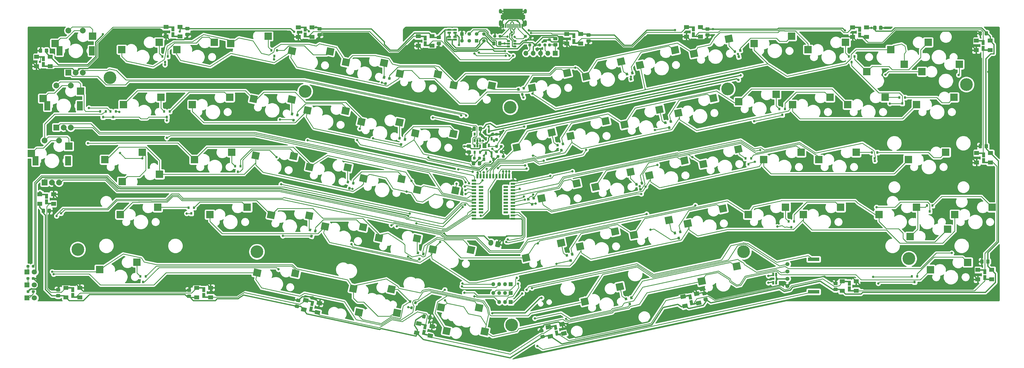
<source format=gbr>
%TF.GenerationSoftware,KiCad,Pcbnew,(5.1.10-1-10_14)*%
%TF.CreationDate,2021-06-03T00:35:35+07:00*%
%TF.ProjectId,geulis,6765756c-6973-42e6-9b69-6361645f7063,rev?*%
%TF.SameCoordinates,Original*%
%TF.FileFunction,Copper,L2,Bot*%
%TF.FilePolarity,Positive*%
%FSLAX46Y46*%
G04 Gerber Fmt 4.6, Leading zero omitted, Abs format (unit mm)*
G04 Created by KiCad (PCBNEW (5.1.10-1-10_14)) date 2021-06-03 00:35:35*
%MOMM*%
%LPD*%
G01*
G04 APERTURE LIST*
%TA.AperFunction,ComponentPad*%
%ADD10O,1.350000X1.350000*%
%TD*%
%TA.AperFunction,ComponentPad*%
%ADD11R,1.350000X1.350000*%
%TD*%
%TA.AperFunction,ComponentPad*%
%ADD12C,2.000000*%
%TD*%
%TA.AperFunction,ComponentPad*%
%ADD13R,2.000000X3.200000*%
%TD*%
%TA.AperFunction,ComponentPad*%
%ADD14R,2.000000X2.000000*%
%TD*%
%TA.AperFunction,ComponentPad*%
%ADD15C,1.397000*%
%TD*%
%TA.AperFunction,SMDPad,CuDef*%
%ADD16R,1.600000X0.500000*%
%TD*%
%TA.AperFunction,SMDPad,CuDef*%
%ADD17R,1.000000X0.500000*%
%TD*%
%TA.AperFunction,SMDPad,CuDef*%
%ADD18R,3.000000X0.500000*%
%TD*%
%TA.AperFunction,SMDPad,CuDef*%
%ADD19R,1.000000X1.700000*%
%TD*%
%TA.AperFunction,SMDPad,CuDef*%
%ADD20R,1.800000X1.400000*%
%TD*%
%TA.AperFunction,SMDPad,CuDef*%
%ADD21C,0.100000*%
%TD*%
%TA.AperFunction,SMDPad,CuDef*%
%ADD22R,1.143000X0.635000*%
%TD*%
%TA.AperFunction,SMDPad,CuDef*%
%ADD23R,0.635000X1.143000*%
%TD*%
%TA.AperFunction,SMDPad,CuDef*%
%ADD24R,2.550000X2.500000*%
%TD*%
%TA.AperFunction,ComponentPad*%
%ADD25O,1.000000X2.100000*%
%TD*%
%TA.AperFunction,ComponentPad*%
%ADD26O,1.000000X1.600000*%
%TD*%
%TA.AperFunction,SMDPad,CuDef*%
%ADD27R,0.600000X1.450000*%
%TD*%
%TA.AperFunction,SMDPad,CuDef*%
%ADD28R,0.300000X1.450000*%
%TD*%
%TA.AperFunction,ComponentPad*%
%ADD29R,1.524000X0.700000*%
%TD*%
%TA.AperFunction,SMDPad,CuDef*%
%ADD30R,1.524000X0.700000*%
%TD*%
%TA.AperFunction,SMDPad,CuDef*%
%ADD31R,0.700000X1.524000*%
%TD*%
%TA.AperFunction,ComponentPad*%
%ADD32O,1.700000X1.700000*%
%TD*%
%TA.AperFunction,ComponentPad*%
%ADD33R,1.700000X1.700000*%
%TD*%
%TA.AperFunction,ComponentPad*%
%ADD34C,1.800000*%
%TD*%
%TA.AperFunction,ComponentPad*%
%ADD35R,1.800000X1.800000*%
%TD*%
%TA.AperFunction,SMDPad,CuDef*%
%ADD36R,3.937800X1.290599*%
%TD*%
%TA.AperFunction,SMDPad,CuDef*%
%ADD37R,0.900000X1.200000*%
%TD*%
%TA.AperFunction,SMDPad,CuDef*%
%ADD38R,0.800000X0.900000*%
%TD*%
%TA.AperFunction,SMDPad,CuDef*%
%ADD39R,0.650000X1.060000*%
%TD*%
%TA.AperFunction,SMDPad,CuDef*%
%ADD40R,1.060000X0.650000*%
%TD*%
%TA.AperFunction,SMDPad,CuDef*%
%ADD41R,0.650000X1.220000*%
%TD*%
%TA.AperFunction,ComponentPad*%
%ADD42R,1.270000X1.270000*%
%TD*%
%TA.AperFunction,ComponentPad*%
%ADD43O,1.270000X1.270000*%
%TD*%
%TA.AperFunction,ComponentPad*%
%ADD44C,4.400000*%
%TD*%
%TA.AperFunction,ViaPad*%
%ADD45C,0.800000*%
%TD*%
%TA.AperFunction,Conductor*%
%ADD46C,0.250000*%
%TD*%
%TA.AperFunction,Conductor*%
%ADD47C,0.381000*%
%TD*%
%TA.AperFunction,Conductor*%
%ADD48C,0.200000*%
%TD*%
%TA.AperFunction,Conductor*%
%ADD49C,0.300000*%
%TD*%
%TA.AperFunction,Conductor*%
%ADD50C,0.254000*%
%TD*%
%TA.AperFunction,Conductor*%
%ADD51C,0.100000*%
%TD*%
G04 APERTURE END LIST*
D10*
%TO.P,J8,3*%
%TO.N,/P0.19*%
X188748318Y32508661D03*
%TO.P,J8,2*%
%TO.N,/P0.16*%
X190748318Y32508661D03*
D11*
%TO.P,J8,1*%
%TO.N,/P0.13*%
X192748318Y32508661D03*
%TD*%
D10*
%TO.P,J9,4*%
%TO.N,/P0.14*%
X186748316Y35658664D03*
%TO.P,J9,3*%
%TO.N,/P1.05*%
X188748316Y35658664D03*
%TO.P,J9,2*%
%TO.N,/P1.07*%
X190748316Y35658664D03*
D11*
%TO.P,J9,1*%
%TO.N,/P1.14*%
X192748316Y35658664D03*
%TD*%
D10*
%TO.P,J7,4*%
%TO.N,/P1.12*%
X186748323Y38758664D03*
%TO.P,J7,3*%
%TO.N,/P0.25*%
X188748323Y38758664D03*
%TO.P,J7,2*%
%TO.N,NFC1*%
X190748323Y38758664D03*
D11*
%TO.P,J7,1*%
%TO.N,NFC2*%
X192748323Y38758664D03*
%TD*%
D12*
%TO.P,SW58_2,S1*%
%TO.N,r9*%
X36596495Y88487394D03*
%TO.P,SW58_2,S2*%
%TO.N,rot3s2*%
X31596495Y88487394D03*
D13*
%TO.P,SW58_2,MP*%
%TO.N,N/C*%
X39696495Y81487394D03*
X28496495Y81487394D03*
D12*
%TO.P,SW58_2,B*%
%TO.N,rot3b*%
X36596495Y73987394D03*
%TO.P,SW58_2,C*%
%TO.N,GND*%
X34096495Y73987394D03*
D14*
%TO.P,SW58_2,A*%
%TO.N,rot3a*%
X31596495Y73987394D03*
%TD*%
D12*
%TO.P,SW_57_2,S1*%
%TO.N,r8*%
X40666497Y107537396D03*
%TO.P,SW_57_2,S2*%
%TO.N,rot2s2*%
X35666497Y107537396D03*
D13*
%TO.P,SW_57_2,MP*%
%TO.N,N/C*%
X43766497Y100537396D03*
X32566497Y100537396D03*
D12*
%TO.P,SW_57_2,B*%
%TO.N,rot2b*%
X40666497Y93037396D03*
%TO.P,SW_57_2,C*%
%TO.N,GND*%
X38166497Y93037396D03*
D14*
%TO.P,SW_57_2,A*%
%TO.N,rot2a*%
X35666497Y93037396D03*
%TD*%
D15*
%TO.P,OL1,4*%
%TO.N,GND*%
X288372632Y38063677D03*
%TO.P,OL1,3*%
%TO.N,OLED_POWER*%
X288372632Y40603677D03*
%TO.P,OL1,2*%
%TO.N,SCL*%
X288372632Y43143677D03*
%TO.P,OL1,1*%
%TO.N,SDA*%
X288372632Y45683677D03*
%TD*%
D12*
%TO.P,SW29_2,S1*%
%TO.N,r4*%
X44826489Y126587408D03*
%TO.P,SW29_2,S2*%
%TO.N,rot1s2*%
X39826489Y126587408D03*
D13*
%TO.P,SW29_2,MP*%
%TO.N,N/C*%
X47926489Y119587408D03*
X36726489Y119587408D03*
D12*
%TO.P,SW29_2,B*%
%TO.N,rot1b*%
X44826489Y112087408D03*
%TO.P,SW29_2,C*%
%TO.N,GND*%
X42326489Y112087408D03*
D14*
%TO.P,SW29_2,A*%
%TO.N,rot1a*%
X39826489Y112087408D03*
%TD*%
%TO.P,J4,2*%
%TO.N,VBAT*%
%TA.AperFunction,ComponentPad*%
G36*
G01*
X186734004Y53061447D02*
X186671630Y52768003D01*
G75*
G02*
X185663480Y52113303I-831425J176725D01*
G01*
X185663480Y52113303D01*
G75*
G02*
X185008780Y53121453I176725J831425D01*
G01*
X185071154Y53414897D01*
G75*
G02*
X186079304Y54069597I831425J-176725D01*
G01*
X186079304Y54069597D01*
G75*
G02*
X186734004Y53061447I-176725J-831425D01*
G01*
G37*
%TD.AperFunction*%
%TO.P,J4,1*%
%TO.N,GND*%
%TA.AperFunction,ComponentPad*%
G36*
G01*
X189304120Y53128557D02*
X188992253Y51661335D01*
G75*
G02*
X188695738Y51468776I-244537J51978D01*
G01*
X187521961Y51718270D01*
G75*
G02*
X187329402Y52014785I51978J244537D01*
G01*
X187641269Y53482007D01*
G75*
G02*
X187937784Y53674566I244537J-51978D01*
G01*
X189111561Y53425072D01*
G75*
G02*
X189304120Y53128557I-51978J-244537D01*
G01*
G37*
%TD.AperFunction*%
%TD*%
D16*
%TO.P,D35,4*%
%TO.N,Net-(D35-Pad4)*%
X75676492Y127797397D03*
%TO.P,D35,2*%
%TO.N,Net-(D35-Pad2)*%
X76276492Y124597397D03*
D17*
X75976492Y125797397D03*
%TO.P,D35,4*%
%TO.N,Net-(D35-Pad4)*%
X75976492Y126597397D03*
D18*
%TO.P,D35,2*%
%TO.N,Net-(D35-Pad2)*%
X76976492Y124597397D03*
D19*
%TO.P,D35,4*%
%TO.N,Net-(D35-Pad4)*%
X75976492Y127197397D03*
%TO.P,D35,2*%
%TO.N,Net-(D35-Pad2)*%
X75976492Y125197397D03*
D18*
%TO.P,D35,4*%
%TO.N,Net-(D35-Pad4)*%
X74976492Y127797397D03*
D20*
X73576492Y127847397D03*
%TO.P,D35,3*%
%TO.N,GND*%
X73576492Y124547397D03*
%TO.P,D35,2*%
%TO.N,Net-(D35-Pad2)*%
X78376492Y124547397D03*
%TO.P,D35,1*%
%TO.N,UNDERGLOW_POWER*%
X78376492Y127847397D03*
%TD*%
%TO.P,C21,2*%
%TO.N,GND*%
%TA.AperFunction,SMDPad,CuDef*%
G36*
G01*
X355650247Y87022405D02*
X355650247Y86072405D01*
G75*
G02*
X355400247Y85822405I-250000J0D01*
G01*
X354725247Y85822405D01*
G75*
G02*
X354475247Y86072405I0J250000D01*
G01*
X354475247Y87022405D01*
G75*
G02*
X354725247Y87272405I250000J0D01*
G01*
X355400247Y87272405D01*
G75*
G02*
X355650247Y87022405I0J-250000D01*
G01*
G37*
%TD.AperFunction*%
%TO.P,C21,1*%
%TO.N,UNDERGLOW_POWER*%
%TA.AperFunction,SMDPad,CuDef*%
G36*
G01*
X357725247Y87022405D02*
X357725247Y86072405D01*
G75*
G02*
X357475247Y85822405I-250000J0D01*
G01*
X356800247Y85822405D01*
G75*
G02*
X356550247Y86072405I0J250000D01*
G01*
X356550247Y87022405D01*
G75*
G02*
X356800247Y87272405I250000J0D01*
G01*
X357475247Y87272405D01*
G75*
G02*
X357725247Y87022405I0J-250000D01*
G01*
G37*
%TD.AperFunction*%
%TD*%
D16*
%TO.P,D51,4*%
%TO.N,Net-(D50-Pad2)*%
X30863993Y117459902D03*
%TO.P,D51,2*%
%TO.N,Net-(D35-Pad4)*%
X31463993Y114259902D03*
D17*
X31163993Y115459902D03*
%TO.P,D51,4*%
%TO.N,Net-(D50-Pad2)*%
X31163993Y116259902D03*
D18*
%TO.P,D51,2*%
%TO.N,Net-(D35-Pad4)*%
X32163993Y114259902D03*
D19*
%TO.P,D51,4*%
%TO.N,Net-(D50-Pad2)*%
X31163993Y116859902D03*
%TO.P,D51,2*%
%TO.N,Net-(D35-Pad4)*%
X31163993Y114859902D03*
D18*
%TO.P,D51,4*%
%TO.N,Net-(D50-Pad2)*%
X30163993Y117459902D03*
D20*
X28763993Y117509902D03*
%TO.P,D51,3*%
%TO.N,GND*%
X28763993Y114209902D03*
%TO.P,D51,2*%
%TO.N,Net-(D35-Pad4)*%
X33563993Y114209902D03*
%TO.P,D51,1*%
%TO.N,UNDERGLOW_POWER*%
X33563993Y117509902D03*
%TD*%
D16*
%TO.P,D50,4*%
%TO.N,Net-(D49-Pad2)*%
X32600248Y66634901D03*
%TO.P,D50,2*%
%TO.N,Net-(D50-Pad2)*%
X32000248Y69834901D03*
D17*
X32300248Y68634901D03*
%TO.P,D50,4*%
%TO.N,Net-(D49-Pad2)*%
X32300248Y67834901D03*
D18*
%TO.P,D50,2*%
%TO.N,Net-(D50-Pad2)*%
X31300248Y69834901D03*
D19*
%TO.P,D50,4*%
%TO.N,Net-(D49-Pad2)*%
X32300248Y67234901D03*
%TO.P,D50,2*%
%TO.N,Net-(D50-Pad2)*%
X32300248Y69234901D03*
D18*
%TO.P,D50,4*%
%TO.N,Net-(D49-Pad2)*%
X33300248Y66634901D03*
D20*
X34700248Y66584901D03*
%TO.P,D50,3*%
%TO.N,GND*%
X34700248Y69884901D03*
%TO.P,D50,2*%
%TO.N,Net-(D50-Pad2)*%
X29900248Y69884901D03*
%TO.P,D50,1*%
%TO.N,UNDERGLOW_POWER*%
X29900248Y66584901D03*
%TD*%
D16*
%TO.P,D49,4*%
%TO.N,Net-(D48-Pad2)*%
X41657465Y34228277D03*
%TO.P,D49,2*%
%TO.N,Net-(D49-Pad2)*%
X41057465Y37428277D03*
D17*
X41357465Y36228277D03*
%TO.P,D49,4*%
%TO.N,Net-(D48-Pad2)*%
X41357465Y35428277D03*
D18*
%TO.P,D49,2*%
%TO.N,Net-(D49-Pad2)*%
X40357465Y37428277D03*
D19*
%TO.P,D49,4*%
%TO.N,Net-(D48-Pad2)*%
X41357465Y34828277D03*
%TO.P,D49,2*%
%TO.N,Net-(D49-Pad2)*%
X41357465Y36828277D03*
D18*
%TO.P,D49,4*%
%TO.N,Net-(D48-Pad2)*%
X42357465Y34228277D03*
D20*
X43757465Y34178277D03*
%TO.P,D49,3*%
%TO.N,GND*%
X43757465Y37478277D03*
%TO.P,D49,2*%
%TO.N,Net-(D49-Pad2)*%
X38957465Y37478277D03*
%TO.P,D49,1*%
%TO.N,UNDERGLOW_POWER*%
X38957465Y34178277D03*
%TD*%
D16*
%TO.P,D48,4*%
%TO.N,Net-(D47-Pad2)*%
X86901212Y34228278D03*
%TO.P,D48,2*%
%TO.N,Net-(D48-Pad2)*%
X86301212Y37428278D03*
D17*
X86601212Y36228278D03*
%TO.P,D48,4*%
%TO.N,Net-(D47-Pad2)*%
X86601212Y35428278D03*
D18*
%TO.P,D48,2*%
%TO.N,Net-(D48-Pad2)*%
X85601212Y37428278D03*
D19*
%TO.P,D48,4*%
%TO.N,Net-(D47-Pad2)*%
X86601212Y34828278D03*
%TO.P,D48,2*%
%TO.N,Net-(D48-Pad2)*%
X86601212Y36828278D03*
D18*
%TO.P,D48,4*%
%TO.N,Net-(D47-Pad2)*%
X87601212Y34228278D03*
D20*
X89001212Y34178278D03*
%TO.P,D48,3*%
%TO.N,GND*%
X89001212Y37478278D03*
%TO.P,D48,2*%
%TO.N,Net-(D48-Pad2)*%
X84201212Y37478278D03*
%TO.P,D48,1*%
%TO.N,UNDERGLOW_POWER*%
X84201212Y34178278D03*
%TD*%
%TA.AperFunction,SMDPad,CuDef*%
D21*
%TO.P,D47,4*%
%TO.N,Net-(D46-Pad2)*%
G36*
X123137709Y29849234D02*
G01*
X124702745Y29516576D01*
X124598789Y29027502D01*
X123033753Y29360160D01*
X123137709Y29849234D01*
G37*
%TD.AperFunction*%
%TA.AperFunction,SMDPad,CuDef*%
%TO.P,D47,2*%
%TO.N,Net-(D47-Pad2)*%
G36*
X123216137Y33104054D02*
G01*
X124781173Y32771396D01*
X124677217Y32282322D01*
X123112181Y32614980D01*
X123216137Y33104054D01*
G37*
%TD.AperFunction*%
%TA.AperFunction,SMDPad,CuDef*%
G36*
X123553532Y31805530D02*
G01*
X124531680Y31597618D01*
X124427724Y31108544D01*
X123449576Y31316456D01*
X123553532Y31805530D01*
G37*
%TD.AperFunction*%
%TA.AperFunction,SMDPad,CuDef*%
%TO.P,D47,4*%
%TO.N,Net-(D46-Pad2)*%
G36*
X123387202Y31023012D02*
G01*
X124365350Y30815100D01*
X124261394Y30326026D01*
X123283246Y30533938D01*
X123387202Y31023012D01*
G37*
%TD.AperFunction*%
%TA.AperFunction,SMDPad,CuDef*%
%TO.P,D47,2*%
%TO.N,Net-(D47-Pad2)*%
G36*
X121846731Y33395130D02*
G01*
X124781173Y32771395D01*
X124677217Y32282322D01*
X121742775Y32906057D01*
X121846731Y33395130D01*
G37*
%TD.AperFunction*%
%TA.AperFunction,SMDPad,CuDef*%
%TO.P,D47,4*%
%TO.N,Net-(D46-Pad2)*%
G36*
X123387202Y31023011D02*
G01*
X124365350Y30815100D01*
X124011900Y29152249D01*
X123033752Y29360160D01*
X123387202Y31023011D01*
G37*
%TD.AperFunction*%
%TA.AperFunction,SMDPad,CuDef*%
%TO.P,D47,2*%
%TO.N,Net-(D47-Pad2)*%
G36*
X123803026Y32979307D02*
G01*
X124781174Y32771396D01*
X124427724Y31108545D01*
X123449576Y31316456D01*
X123803026Y32979307D01*
G37*
%TD.AperFunction*%
%TA.AperFunction,SMDPad,CuDef*%
%TO.P,D47,4*%
%TO.N,Net-(D46-Pad2)*%
G36*
X123137709Y29849234D02*
G01*
X126072151Y29225499D01*
X125968195Y28736426D01*
X123033753Y29360161D01*
X123137709Y29849234D01*
G37*
%TD.AperFunction*%
%TA.AperFunction,SMDPad,CuDef*%
G36*
X125177168Y29824670D02*
G01*
X126937834Y29450429D01*
X126646758Y28081022D01*
X124886092Y28455263D01*
X125177168Y29824670D01*
G37*
%TD.AperFunction*%
%TA.AperFunction,SMDPad,CuDef*%
%TO.P,D47,3*%
%TO.N,GND*%
G36*
X125863277Y33052557D02*
G01*
X127623943Y32678316D01*
X127332867Y31308909D01*
X125572201Y31683150D01*
X125863277Y33052557D01*
G37*
%TD.AperFunction*%
%TA.AperFunction,SMDPad,CuDef*%
%TO.P,D47,2*%
%TO.N,Net-(D47-Pad2)*%
G36*
X121168168Y34050534D02*
G01*
X122928834Y33676293D01*
X122637758Y32306886D01*
X120877092Y32681127D01*
X121168168Y34050534D01*
G37*
%TD.AperFunction*%
%TA.AperFunction,SMDPad,CuDef*%
%TO.P,D47,1*%
%TO.N,UNDERGLOW_POWER*%
G36*
X120482059Y30822647D02*
G01*
X122242725Y30448406D01*
X121951649Y29078999D01*
X120190983Y29453240D01*
X120482059Y30822647D01*
G37*
%TD.AperFunction*%
%TD*%
%TA.AperFunction,SMDPad,CuDef*%
%TO.P,D46,4*%
%TO.N,Net-(D45-Pad2)*%
G36*
X162156745Y21774612D02*
G01*
X163721781Y21441954D01*
X163617825Y20952880D01*
X162052789Y21285538D01*
X162156745Y21774612D01*
G37*
%TD.AperFunction*%
%TA.AperFunction,SMDPad,CuDef*%
%TO.P,D46,2*%
%TO.N,Net-(D46-Pad2)*%
G36*
X162235173Y25029432D02*
G01*
X163800209Y24696774D01*
X163696253Y24207700D01*
X162131217Y24540358D01*
X162235173Y25029432D01*
G37*
%TD.AperFunction*%
%TA.AperFunction,SMDPad,CuDef*%
G36*
X162572568Y23730908D02*
G01*
X163550716Y23522996D01*
X163446760Y23033922D01*
X162468612Y23241834D01*
X162572568Y23730908D01*
G37*
%TD.AperFunction*%
%TA.AperFunction,SMDPad,CuDef*%
%TO.P,D46,4*%
%TO.N,Net-(D45-Pad2)*%
G36*
X162406238Y22948390D02*
G01*
X163384386Y22740478D01*
X163280430Y22251404D01*
X162302282Y22459316D01*
X162406238Y22948390D01*
G37*
%TD.AperFunction*%
%TA.AperFunction,SMDPad,CuDef*%
%TO.P,D46,2*%
%TO.N,Net-(D46-Pad2)*%
G36*
X160865767Y25320508D02*
G01*
X163800209Y24696773D01*
X163696253Y24207700D01*
X160761811Y24831435D01*
X160865767Y25320508D01*
G37*
%TD.AperFunction*%
%TA.AperFunction,SMDPad,CuDef*%
%TO.P,D46,4*%
%TO.N,Net-(D45-Pad2)*%
G36*
X162406238Y22948389D02*
G01*
X163384386Y22740478D01*
X163030936Y21077627D01*
X162052788Y21285538D01*
X162406238Y22948389D01*
G37*
%TD.AperFunction*%
%TA.AperFunction,SMDPad,CuDef*%
%TO.P,D46,2*%
%TO.N,Net-(D46-Pad2)*%
G36*
X162822062Y24904685D02*
G01*
X163800210Y24696774D01*
X163446760Y23033923D01*
X162468612Y23241834D01*
X162822062Y24904685D01*
G37*
%TD.AperFunction*%
%TA.AperFunction,SMDPad,CuDef*%
%TO.P,D46,4*%
%TO.N,Net-(D45-Pad2)*%
G36*
X162156745Y21774612D02*
G01*
X165091187Y21150877D01*
X164987231Y20661804D01*
X162052789Y21285539D01*
X162156745Y21774612D01*
G37*
%TD.AperFunction*%
%TA.AperFunction,SMDPad,CuDef*%
G36*
X164196204Y21750048D02*
G01*
X165956870Y21375807D01*
X165665794Y20006400D01*
X163905128Y20380641D01*
X164196204Y21750048D01*
G37*
%TD.AperFunction*%
%TA.AperFunction,SMDPad,CuDef*%
%TO.P,D46,3*%
%TO.N,GND*%
G36*
X164882313Y24977935D02*
G01*
X166642979Y24603694D01*
X166351903Y23234287D01*
X164591237Y23608528D01*
X164882313Y24977935D01*
G37*
%TD.AperFunction*%
%TA.AperFunction,SMDPad,CuDef*%
%TO.P,D46,2*%
%TO.N,Net-(D46-Pad2)*%
G36*
X160187204Y25975912D02*
G01*
X161947870Y25601671D01*
X161656794Y24232264D01*
X159896128Y24606505D01*
X160187204Y25975912D01*
G37*
%TD.AperFunction*%
%TA.AperFunction,SMDPad,CuDef*%
%TO.P,D46,1*%
%TO.N,UNDERGLOW_POWER*%
G36*
X159501095Y22748025D02*
G01*
X161261761Y22373784D01*
X160970685Y21004377D01*
X159210019Y21378618D01*
X159501095Y22748025D01*
G37*
%TD.AperFunction*%
%TD*%
%TA.AperFunction,SMDPad,CuDef*%
%TO.P,D45,4*%
%TO.N,Net-(D44-Pad2)*%
G36*
X208243102Y21347945D02*
G01*
X209808138Y21680603D01*
X209912094Y21191529D01*
X208347058Y20858871D01*
X208243102Y21347945D01*
G37*
%TD.AperFunction*%
%TA.AperFunction,SMDPad,CuDef*%
%TO.P,D45,2*%
%TO.N,Net-(D45-Pad2)*%
G36*
X206990896Y24353271D02*
G01*
X208555932Y24685929D01*
X208659888Y24196855D01*
X207094852Y23864197D01*
X206990896Y24353271D01*
G37*
%TD.AperFunction*%
%TA.AperFunction,SMDPad,CuDef*%
G36*
X207827278Y23304240D02*
G01*
X208805426Y23512152D01*
X208909382Y23023078D01*
X207931234Y22815166D01*
X207827278Y23304240D01*
G37*
%TD.AperFunction*%
%TA.AperFunction,SMDPad,CuDef*%
%TO.P,D45,4*%
%TO.N,Net-(D44-Pad2)*%
G36*
X207993608Y22521722D02*
G01*
X208971756Y22729634D01*
X209075712Y22240560D01*
X208097564Y22032648D01*
X207993608Y22521722D01*
G37*
%TD.AperFunction*%
%TA.AperFunction,SMDPad,CuDef*%
%TO.P,D45,2*%
%TO.N,Net-(D45-Pad2)*%
G36*
X205621490Y24062193D02*
G01*
X208555932Y24685928D01*
X208659888Y24196855D01*
X205725446Y23573120D01*
X205621490Y24062193D01*
G37*
%TD.AperFunction*%
%TA.AperFunction,SMDPad,CuDef*%
%TO.P,D45,4*%
%TO.N,Net-(D44-Pad2)*%
G36*
X207993608Y22521722D02*
G01*
X208971756Y22729633D01*
X209325206Y21066782D01*
X208347058Y20858871D01*
X207993608Y22521722D01*
G37*
%TD.AperFunction*%
%TA.AperFunction,SMDPad,CuDef*%
%TO.P,D45,2*%
%TO.N,Net-(D45-Pad2)*%
G36*
X207577784Y24478018D02*
G01*
X208555932Y24685929D01*
X208909382Y23023078D01*
X207931234Y22815167D01*
X207577784Y24478018D01*
G37*
%TD.AperFunction*%
%TA.AperFunction,SMDPad,CuDef*%
%TO.P,D45,4*%
%TO.N,Net-(D44-Pad2)*%
G36*
X208243102Y21347945D02*
G01*
X211177544Y21971680D01*
X211281500Y21482607D01*
X208347058Y20858872D01*
X208243102Y21347945D01*
G37*
%TD.AperFunction*%
%TA.AperFunction,SMDPad,CuDef*%
G36*
X210116233Y22155028D02*
G01*
X211876899Y22529269D01*
X212167975Y21159862D01*
X210407309Y20785621D01*
X210116233Y22155028D01*
G37*
%TD.AperFunction*%
%TA.AperFunction,SMDPad,CuDef*%
%TO.P,D45,3*%
%TO.N,GND*%
G36*
X209430124Y25382915D02*
G01*
X211190790Y25757156D01*
X211481866Y24387749D01*
X209721200Y24013508D01*
X209430124Y25382915D01*
G37*
%TD.AperFunction*%
%TA.AperFunction,SMDPad,CuDef*%
%TO.P,D45,2*%
%TO.N,Net-(D45-Pad2)*%
G36*
X204735015Y24384938D02*
G01*
X206495681Y24759179D01*
X206786757Y23389772D01*
X205026091Y23015531D01*
X204735015Y24384938D01*
G37*
%TD.AperFunction*%
%TA.AperFunction,SMDPad,CuDef*%
%TO.P,D45,1*%
%TO.N,UNDERGLOW_POWER*%
G36*
X205421124Y21157051D02*
G01*
X207181790Y21531292D01*
X207472866Y20161885D01*
X205712200Y19787644D01*
X205421124Y21157051D01*
G37*
%TD.AperFunction*%
%TD*%
%TA.AperFunction,SMDPad,CuDef*%
%TO.P,D44,4*%
%TO.N,Net-(D43-Pad2)*%
G36*
X254793100Y31885442D02*
G01*
X256358136Y32218100D01*
X256462092Y31729026D01*
X254897056Y31396368D01*
X254793100Y31885442D01*
G37*
%TD.AperFunction*%
%TA.AperFunction,SMDPad,CuDef*%
%TO.P,D44,2*%
%TO.N,Net-(D44-Pad2)*%
G36*
X253540894Y34890768D02*
G01*
X255105930Y35223426D01*
X255209886Y34734352D01*
X253644850Y34401694D01*
X253540894Y34890768D01*
G37*
%TD.AperFunction*%
%TA.AperFunction,SMDPad,CuDef*%
G36*
X254377276Y33841737D02*
G01*
X255355424Y34049649D01*
X255459380Y33560575D01*
X254481232Y33352663D01*
X254377276Y33841737D01*
G37*
%TD.AperFunction*%
%TA.AperFunction,SMDPad,CuDef*%
%TO.P,D44,4*%
%TO.N,Net-(D43-Pad2)*%
G36*
X254543606Y33059219D02*
G01*
X255521754Y33267131D01*
X255625710Y32778057D01*
X254647562Y32570145D01*
X254543606Y33059219D01*
G37*
%TD.AperFunction*%
%TA.AperFunction,SMDPad,CuDef*%
%TO.P,D44,2*%
%TO.N,Net-(D44-Pad2)*%
G36*
X252171488Y34599690D02*
G01*
X255105930Y35223425D01*
X255209886Y34734352D01*
X252275444Y34110617D01*
X252171488Y34599690D01*
G37*
%TD.AperFunction*%
%TA.AperFunction,SMDPad,CuDef*%
%TO.P,D44,4*%
%TO.N,Net-(D43-Pad2)*%
G36*
X254543606Y33059219D02*
G01*
X255521754Y33267130D01*
X255875204Y31604279D01*
X254897056Y31396368D01*
X254543606Y33059219D01*
G37*
%TD.AperFunction*%
%TA.AperFunction,SMDPad,CuDef*%
%TO.P,D44,2*%
%TO.N,Net-(D44-Pad2)*%
G36*
X254127782Y35015515D02*
G01*
X255105930Y35223426D01*
X255459380Y33560575D01*
X254481232Y33352664D01*
X254127782Y35015515D01*
G37*
%TD.AperFunction*%
%TA.AperFunction,SMDPad,CuDef*%
%TO.P,D44,4*%
%TO.N,Net-(D43-Pad2)*%
G36*
X254793100Y31885442D02*
G01*
X257727542Y32509177D01*
X257831498Y32020104D01*
X254897056Y31396369D01*
X254793100Y31885442D01*
G37*
%TD.AperFunction*%
%TA.AperFunction,SMDPad,CuDef*%
G36*
X256666231Y32692525D02*
G01*
X258426897Y33066766D01*
X258717973Y31697359D01*
X256957307Y31323118D01*
X256666231Y32692525D01*
G37*
%TD.AperFunction*%
%TA.AperFunction,SMDPad,CuDef*%
%TO.P,D44,3*%
%TO.N,GND*%
G36*
X255980122Y35920412D02*
G01*
X257740788Y36294653D01*
X258031864Y34925246D01*
X256271198Y34551005D01*
X255980122Y35920412D01*
G37*
%TD.AperFunction*%
%TA.AperFunction,SMDPad,CuDef*%
%TO.P,D44,2*%
%TO.N,Net-(D44-Pad2)*%
G36*
X251285013Y34922435D02*
G01*
X253045679Y35296676D01*
X253336755Y33927269D01*
X251576089Y33553028D01*
X251285013Y34922435D01*
G37*
%TD.AperFunction*%
%TA.AperFunction,SMDPad,CuDef*%
%TO.P,D44,1*%
%TO.N,UNDERGLOW_POWER*%
G36*
X251971122Y31694548D02*
G01*
X253731788Y32068789D01*
X254022864Y30699382D01*
X252262198Y30325141D01*
X251971122Y31694548D01*
G37*
%TD.AperFunction*%
%TD*%
D16*
%TO.P,D43,4*%
%TO.N,Net-(D42-Pad2)*%
X310070246Y36472402D03*
%TO.P,D43,2*%
%TO.N,Net-(D43-Pad2)*%
X309470246Y39672402D03*
D17*
X309770246Y38472402D03*
%TO.P,D43,4*%
%TO.N,Net-(D42-Pad2)*%
X309770246Y37672402D03*
D18*
%TO.P,D43,2*%
%TO.N,Net-(D43-Pad2)*%
X308770246Y39672402D03*
D19*
%TO.P,D43,4*%
%TO.N,Net-(D42-Pad2)*%
X309770246Y37072402D03*
%TO.P,D43,2*%
%TO.N,Net-(D43-Pad2)*%
X309770246Y39072402D03*
D18*
%TO.P,D43,4*%
%TO.N,Net-(D42-Pad2)*%
X310770246Y36472402D03*
D20*
X312170246Y36422402D03*
%TO.P,D43,3*%
%TO.N,GND*%
X312170246Y39722402D03*
%TO.P,D43,2*%
%TO.N,Net-(D43-Pad2)*%
X307370246Y39722402D03*
%TO.P,D43,1*%
%TO.N,UNDERGLOW_POWER*%
X307370246Y36422402D03*
%TD*%
D16*
%TO.P,D42,4*%
%TO.N,Net-(D41-Pad2)*%
X356301497Y43641147D03*
%TO.P,D42,2*%
%TO.N,Net-(D42-Pad2)*%
X356901497Y40441147D03*
D17*
X356601497Y41641147D03*
%TO.P,D42,4*%
%TO.N,Net-(D41-Pad2)*%
X356601497Y42441147D03*
D18*
%TO.P,D42,2*%
%TO.N,Net-(D42-Pad2)*%
X357601497Y40441147D03*
D19*
%TO.P,D42,4*%
%TO.N,Net-(D41-Pad2)*%
X356601497Y43041147D03*
%TO.P,D42,2*%
%TO.N,Net-(D42-Pad2)*%
X356601497Y41041147D03*
D18*
%TO.P,D42,4*%
%TO.N,Net-(D41-Pad2)*%
X355601497Y43641147D03*
D20*
X354201497Y43691147D03*
%TO.P,D42,3*%
%TO.N,GND*%
X354201497Y40391147D03*
%TO.P,D42,2*%
%TO.N,Net-(D42-Pad2)*%
X359001497Y40391147D03*
%TO.P,D42,1*%
%TO.N,UNDERGLOW_POWER*%
X359001497Y43691147D03*
%TD*%
D16*
%TO.P,D41,4*%
%TO.N,Net-(D40-Pad2)*%
X355868995Y84122406D03*
%TO.P,D41,2*%
%TO.N,Net-(D41-Pad2)*%
X356468995Y80922406D03*
D17*
X356168995Y82122406D03*
%TO.P,D41,4*%
%TO.N,Net-(D40-Pad2)*%
X356168995Y82922406D03*
D18*
%TO.P,D41,2*%
%TO.N,Net-(D41-Pad2)*%
X357168995Y80922406D03*
D19*
%TO.P,D41,4*%
%TO.N,Net-(D40-Pad2)*%
X356168995Y83522406D03*
%TO.P,D41,2*%
%TO.N,Net-(D41-Pad2)*%
X356168995Y81522406D03*
D18*
%TO.P,D41,4*%
%TO.N,Net-(D40-Pad2)*%
X355168995Y84122406D03*
D20*
X353768995Y84172406D03*
%TO.P,D41,3*%
%TO.N,GND*%
X353768995Y80872406D03*
%TO.P,D41,2*%
%TO.N,Net-(D41-Pad2)*%
X358568995Y80872406D03*
%TO.P,D41,1*%
%TO.N,UNDERGLOW_POWER*%
X358568995Y84172406D03*
%TD*%
D16*
%TO.P,D40,4*%
%TO.N,Net-(D39-Pad2)*%
X355762744Y123047404D03*
%TO.P,D40,2*%
%TO.N,Net-(D40-Pad2)*%
X356362744Y119847404D03*
D17*
X356062744Y121047404D03*
%TO.P,D40,4*%
%TO.N,Net-(D39-Pad2)*%
X356062744Y121847404D03*
D18*
%TO.P,D40,2*%
%TO.N,Net-(D40-Pad2)*%
X357062744Y119847404D03*
D19*
%TO.P,D40,4*%
%TO.N,Net-(D39-Pad2)*%
X356062744Y122447404D03*
%TO.P,D40,2*%
%TO.N,Net-(D40-Pad2)*%
X356062744Y120447404D03*
D18*
%TO.P,D40,4*%
%TO.N,Net-(D39-Pad2)*%
X355062744Y123047404D03*
D20*
X353662744Y123097404D03*
%TO.P,D40,3*%
%TO.N,GND*%
X353662744Y119797404D03*
%TO.P,D40,2*%
%TO.N,Net-(D40-Pad2)*%
X358462744Y119797404D03*
%TO.P,D40,1*%
%TO.N,UNDERGLOW_POWER*%
X358462744Y123097404D03*
%TD*%
D16*
%TO.P,D39,4*%
%TO.N,Net-(D38-Pad2)*%
X313026490Y127672397D03*
%TO.P,D39,2*%
%TO.N,Net-(D39-Pad2)*%
X313626490Y124472397D03*
D17*
X313326490Y125672397D03*
%TO.P,D39,4*%
%TO.N,Net-(D38-Pad2)*%
X313326490Y126472397D03*
D18*
%TO.P,D39,2*%
%TO.N,Net-(D39-Pad2)*%
X314326490Y124472397D03*
D19*
%TO.P,D39,4*%
%TO.N,Net-(D38-Pad2)*%
X313326490Y127072397D03*
%TO.P,D39,2*%
%TO.N,Net-(D39-Pad2)*%
X313326490Y125072397D03*
D18*
%TO.P,D39,4*%
%TO.N,Net-(D38-Pad2)*%
X312326490Y127672397D03*
D20*
X310926490Y127722397D03*
%TO.P,D39,3*%
%TO.N,GND*%
X310926490Y124422397D03*
%TO.P,D39,2*%
%TO.N,Net-(D39-Pad2)*%
X315726490Y124422397D03*
%TO.P,D39,1*%
%TO.N,UNDERGLOW_POWER*%
X315726490Y127722397D03*
%TD*%
D16*
%TO.P,D38,4*%
%TO.N,Net-(D37-Pad2)*%
X255601493Y127778647D03*
%TO.P,D38,2*%
%TO.N,Net-(D38-Pad2)*%
X256201493Y124578647D03*
D17*
X255901493Y125778647D03*
%TO.P,D38,4*%
%TO.N,Net-(D37-Pad2)*%
X255901493Y126578647D03*
D18*
%TO.P,D38,2*%
%TO.N,Net-(D38-Pad2)*%
X256901493Y124578647D03*
D19*
%TO.P,D38,4*%
%TO.N,Net-(D37-Pad2)*%
X255901493Y127178647D03*
%TO.P,D38,2*%
%TO.N,Net-(D38-Pad2)*%
X255901493Y125178647D03*
D18*
%TO.P,D38,4*%
%TO.N,Net-(D37-Pad2)*%
X254901493Y127778647D03*
D20*
X253501493Y127828647D03*
%TO.P,D38,3*%
%TO.N,GND*%
X253501493Y124528647D03*
%TO.P,D38,2*%
%TO.N,Net-(D38-Pad2)*%
X258301493Y124528647D03*
%TO.P,D38,1*%
%TO.N,UNDERGLOW_POWER*%
X258301493Y127828647D03*
%TD*%
D16*
%TO.P,D37,4*%
%TO.N,Net-(D36-Pad2)*%
X214220244Y125397397D03*
%TO.P,D37,2*%
%TO.N,Net-(D37-Pad2)*%
X214820244Y122197397D03*
D17*
X214520244Y123397397D03*
%TO.P,D37,4*%
%TO.N,Net-(D36-Pad2)*%
X214520244Y124197397D03*
D18*
%TO.P,D37,2*%
%TO.N,Net-(D37-Pad2)*%
X215520244Y122197397D03*
D19*
%TO.P,D37,4*%
%TO.N,Net-(D36-Pad2)*%
X214520244Y124797397D03*
%TO.P,D37,2*%
%TO.N,Net-(D37-Pad2)*%
X214520244Y122797397D03*
D18*
%TO.P,D37,4*%
%TO.N,Net-(D36-Pad2)*%
X213520244Y125397397D03*
D20*
X212120244Y125447397D03*
%TO.P,D37,3*%
%TO.N,GND*%
X212120244Y122147397D03*
%TO.P,D37,2*%
%TO.N,Net-(D37-Pad2)*%
X216920244Y122147397D03*
%TO.P,D37,1*%
%TO.N,UNDERGLOW_POWER*%
X216920244Y125447397D03*
%TD*%
D16*
%TO.P,D36,4*%
%TO.N,Net-(D34-Pad2)*%
X162870245Y124603657D03*
%TO.P,D36,2*%
%TO.N,Net-(D36-Pad2)*%
X163470245Y121403657D03*
D17*
X163170245Y122603657D03*
%TO.P,D36,4*%
%TO.N,Net-(D34-Pad2)*%
X163170245Y123403657D03*
D18*
%TO.P,D36,2*%
%TO.N,Net-(D36-Pad2)*%
X164170245Y121403657D03*
D19*
%TO.P,D36,4*%
%TO.N,Net-(D34-Pad2)*%
X163170245Y124003657D03*
%TO.P,D36,2*%
%TO.N,Net-(D36-Pad2)*%
X163170245Y122003657D03*
D18*
%TO.P,D36,4*%
%TO.N,Net-(D34-Pad2)*%
X162170245Y124603657D03*
D20*
X160770245Y124653657D03*
%TO.P,D36,3*%
%TO.N,GND*%
X160770245Y121353657D03*
%TO.P,D36,2*%
%TO.N,Net-(D36-Pad2)*%
X165570245Y121353657D03*
%TO.P,D36,1*%
%TO.N,UNDERGLOW_POWER*%
X165570245Y124653657D03*
%TD*%
D16*
%TO.P,D34,4*%
%TO.N,LED_UNDERGLOW*%
X121376492Y127697398D03*
%TO.P,D34,2*%
%TO.N,Net-(D34-Pad2)*%
X121976492Y124497398D03*
D17*
X121676492Y125697398D03*
%TO.P,D34,4*%
%TO.N,LED_UNDERGLOW*%
X121676492Y126497398D03*
D18*
%TO.P,D34,2*%
%TO.N,Net-(D34-Pad2)*%
X122676492Y124497398D03*
D19*
%TO.P,D34,4*%
%TO.N,LED_UNDERGLOW*%
X121676492Y127097398D03*
%TO.P,D34,2*%
%TO.N,Net-(D34-Pad2)*%
X121676492Y125097398D03*
D18*
%TO.P,D34,4*%
%TO.N,LED_UNDERGLOW*%
X120676492Y127697398D03*
D20*
X119276492Y127747398D03*
%TO.P,D34,3*%
%TO.N,GND*%
X119276492Y124447398D03*
%TO.P,D34,2*%
%TO.N,Net-(D34-Pad2)*%
X124076492Y124447398D03*
%TO.P,D34,1*%
%TO.N,UNDERGLOW_POWER*%
X124076492Y127747398D03*
%TD*%
D22*
%TO.P,JP6,2*%
%TO.N,EXT_VCC*%
X173471494Y125862015D03*
%TO.P,JP6,1*%
%TO.N,UNDERGLOW_POWER*%
X173471494Y126862775D03*
%TD*%
%TO.P,JP5,2*%
%TO.N,nRF_VDD*%
X171451490Y125862026D03*
%TO.P,JP5,1*%
%TO.N,UNDERGLOW_POWER*%
X171451490Y126862786D03*
%TD*%
D23*
%TO.P,JP4,2*%
%TO.N,EXT_VCC*%
X283521112Y39202401D03*
%TO.P,JP4,1*%
%TO.N,OLED_POWER*%
X284521872Y39202401D03*
%TD*%
%TO.P,JP3,2*%
%TO.N,nRF_VDD*%
X283521112Y42122409D03*
%TO.P,JP3,1*%
%TO.N,OLED_POWER*%
X284521872Y42122409D03*
%TD*%
D22*
%TO.P,JP2,2*%
%TO.N,EXT_VCC*%
X173462747Y124447405D03*
%TO.P,JP2,1*%
%TO.N,TRACPOINT_POWER*%
X173462747Y123446645D03*
%TD*%
%TO.P,JP1,2*%
%TO.N,nRF_VDD*%
X171462742Y124448160D03*
%TO.P,JP1,1*%
%TO.N,TRACPOINT_POWER*%
X171462742Y123447400D03*
%TD*%
D24*
%TO.P,SW55_2,2*%
%TO.N,Net-(D32-Pad1)*%
X330824495Y55217400D03*
%TO.P,SW55_2,1*%
%TO.N,r6*%
X343751495Y57757400D03*
%TD*%
D25*
%TO.P,J1,S1*%
%TO.N,GND*%
X189151496Y129137402D03*
X197791496Y129137402D03*
D26*
X197791496Y133317402D03*
X189151496Y133317402D03*
%TD*%
D27*
%TO.P,J2,B1*%
%TO.N,GND*%
X196721496Y128222402D03*
%TO.P,J2,A9*%
%TO.N,Net-(F2-Pad2)*%
X195921496Y128222402D03*
%TO.P,J2,B9*%
X191021496Y128222402D03*
%TO.P,J2,B12*%
%TO.N,GND*%
X190221496Y128222402D03*
%TO.P,J2,A1*%
X190221496Y128222402D03*
%TO.P,J2,A4*%
%TO.N,Net-(F2-Pad2)*%
X191021496Y128222402D03*
%TO.P,J2,B4*%
X195921496Y128222402D03*
%TO.P,J2,A12*%
%TO.N,GND*%
X196721496Y128222402D03*
D28*
%TO.P,J2,B8*%
%TO.N,Net-(J2-PadB8)*%
X191721496Y128222402D03*
%TO.P,J2,A5*%
%TO.N,cc1*%
X192221496Y128222402D03*
%TO.P,J2,B7*%
%TO.N,d-*%
X192721496Y128222402D03*
%TO.P,J2,A7*%
X193721496Y128222402D03*
%TO.P,J2,B6*%
%TO.N,d+*%
X194221496Y128222402D03*
%TO.P,J2,A8*%
%TO.N,Net-(J2-PadA8)*%
X194721496Y128222402D03*
%TO.P,J2,B5*%
%TO.N,cc2*%
X195221496Y128222402D03*
%TO.P,J2,A6*%
%TO.N,d+*%
X193221496Y128222402D03*
D25*
%TO.P,J2,S1*%
%TO.N,GND*%
X197791496Y129137402D03*
X189151496Y129137402D03*
D26*
X189151496Y133317402D03*
X197791496Y133317402D03*
%TD*%
D29*
%TO.P,U1,55*%
%TO.N,/P0.16*%
X190988993Y72422404D03*
%TO.P,U1,54*%
%TO.N,/P0.13*%
X190988993Y71322404D03*
%TO.P,U1,53*%
%TO.N,/P0.14*%
X190988993Y70222404D03*
%TO.P,U1,52*%
%TO.N,SDA*%
X190988993Y69122404D03*
%TO.P,U1,51*%
%TO.N,SCL*%
X190988993Y68022404D03*
%TO.P,U1,50*%
%TO.N,BUZZER_A*%
X190988993Y66922404D03*
%TO.P,U1,49*%
%TO.N,BUZZER_B*%
X190988993Y65822404D03*
%TO.P,U1,48*%
%TO.N,/P1.05*%
X190988993Y64722404D03*
%TO.P,U1,47*%
%TO.N,/P1.07*%
X190988993Y63622404D03*
%TO.P,U1,46*%
%TO.N,rot1b*%
X182488993Y72422404D03*
%TO.P,U1,45*%
%TO.N,rot1a*%
X182488993Y71322404D03*
%TO.P,U1,44*%
%TO.N,rot2a*%
X182488993Y70222404D03*
%TO.P,U1,43*%
%TO.N,rot2b*%
X182488993Y69122404D03*
%TO.P,U1,42*%
%TO.N,rot3a*%
X182488993Y68022404D03*
%TO.P,U1,41*%
%TO.N,rot3b*%
X182488993Y66922404D03*
%TO.P,U1,40*%
%TO.N,/P0.25*%
X182488993Y65822404D03*
%TO.P,U1,39*%
%TO.N,/P1.12*%
X182488993Y64722404D03*
%TO.P,U1,38*%
%TO.N,/P1.14*%
X182488993Y63622404D03*
D30*
%TO.P,U1,37*%
%TO.N,GND*%
X193488993Y61422404D03*
%TO.P,U1,36*%
%TO.N,NFC2*%
X193488993Y62522404D03*
%TO.P,U1,35*%
%TO.N,NFC1*%
X193488993Y63622404D03*
%TO.P,U1,34*%
%TO.N,c4*%
X193488993Y64722404D03*
%TO.P,U1,33*%
%TO.N,c3*%
X193488993Y65822404D03*
%TO.P,U1,32*%
%TO.N,SWD*%
X193488993Y66922404D03*
%TO.P,U1,31*%
%TO.N,SWC*%
X193488993Y68022404D03*
%TO.P,U1,30*%
%TO.N,c5*%
X193488993Y69122404D03*
%TO.P,U1,29*%
%TO.N,c6*%
X193488993Y70222404D03*
%TO.P,U1,28*%
%TO.N,r6*%
X193488993Y71322404D03*
%TO.P,U1,27*%
%TO.N,T_DATA*%
X193488993Y72422404D03*
%TO.P,U1,26*%
%TO.N,T_CLK*%
X193488993Y73522404D03*
%TO.P,U1,25*%
%TO.N,GND*%
X193488993Y74622404D03*
D31*
%TO.P,U1,24*%
%TO.N,DATA+*%
X192238993Y76122404D03*
%TO.P,U1,23*%
%TO.N,DATA-*%
X191138993Y76122404D03*
%TO.P,U1,22*%
%TO.N,VBUS*%
X190038993Y76122404D03*
%TO.P,U1,21*%
%TO.N,RESET*%
X188938993Y76122404D03*
%TO.P,U1,20*%
%TO.N,/P0.19*%
X187838993Y76122404D03*
%TO.P,U1,19*%
%TO.N,r0*%
X186738993Y76122404D03*
%TO.P,U1,18*%
%TO.N,r1*%
X185638993Y76122404D03*
%TO.P,U1,17*%
%TO.N,r3*%
X184538993Y76122404D03*
%TO.P,U1,16*%
%TO.N,POWER_PIN*%
X183438993Y76122404D03*
%TO.P,U1,15*%
%TO.N,r2*%
X182338993Y76122404D03*
%TO.P,U1,14*%
%TO.N,nRF_VDD*%
X181238993Y76122404D03*
D30*
%TO.P,U1,13*%
%TO.N,LED_UNDERGLOW*%
X179988993Y74622404D03*
%TO.P,U1,12*%
%TO.N,BATTERY_PIN*%
X179988993Y73522404D03*
%TO.P,U1,11*%
%TO.N,r7*%
X179988993Y72422404D03*
%TO.P,U1,10*%
%TO.N,r9*%
X179988993Y71322404D03*
%TO.P,U1,9*%
%TO.N,r8*%
X179988993Y70222404D03*
%TO.P,U1,8*%
%TO.N,c0*%
X179988993Y69122404D03*
%TO.P,U1,7*%
%TO.N,r4*%
X179988993Y68022404D03*
%TO.P,U1,6*%
%TO.N,r5*%
X179988993Y66922404D03*
%TO.P,U1,5*%
%TO.N,c1*%
X179988993Y65822404D03*
%TO.P,U1,4*%
%TO.N,c2*%
X179988993Y64722404D03*
%TO.P,U1,3*%
%TO.N,LED_INDICATOR*%
X179988993Y63622404D03*
%TO.P,U1,2*%
%TO.N,LED_INDICATOR2*%
X179988993Y62522404D03*
%TO.P,U1,1*%
%TO.N,GND*%
X179988993Y61422404D03*
%TD*%
%TO.P,R13,2*%
%TO.N,T_DATA*%
%TA.AperFunction,SMDPad,CuDef*%
G36*
G01*
X204075246Y121384894D02*
X204075246Y121859894D01*
G75*
G02*
X204312746Y122097394I237500J0D01*
G01*
X204812746Y122097394D01*
G75*
G02*
X205050246Y121859894I0J-237500D01*
G01*
X205050246Y121384894D01*
G75*
G02*
X204812746Y121147394I-237500J0D01*
G01*
X204312746Y121147394D01*
G75*
G02*
X204075246Y121384894I0J237500D01*
G01*
G37*
%TD.AperFunction*%
%TO.P,R13,1*%
%TO.N,TRACPOINT_POWER*%
%TA.AperFunction,SMDPad,CuDef*%
G36*
G01*
X202250246Y121384894D02*
X202250246Y121859894D01*
G75*
G02*
X202487746Y122097394I237500J0D01*
G01*
X202987746Y122097394D01*
G75*
G02*
X203225246Y121859894I0J-237500D01*
G01*
X203225246Y121384894D01*
G75*
G02*
X202987746Y121147394I-237500J0D01*
G01*
X202487746Y121147394D01*
G75*
G02*
X202250246Y121384894I0J237500D01*
G01*
G37*
%TD.AperFunction*%
%TD*%
%TO.P,R12,2*%
%TO.N,T_CLK*%
%TA.AperFunction,SMDPad,CuDef*%
G36*
G01*
X199813995Y121859894D02*
X199813995Y121384894D01*
G75*
G02*
X199576495Y121147394I-237500J0D01*
G01*
X199076495Y121147394D01*
G75*
G02*
X198838995Y121384894I0J237500D01*
G01*
X198838995Y121859894D01*
G75*
G02*
X199076495Y122097394I237500J0D01*
G01*
X199576495Y122097394D01*
G75*
G02*
X199813995Y121859894I0J-237500D01*
G01*
G37*
%TD.AperFunction*%
%TO.P,R12,1*%
%TO.N,TRACPOINT_POWER*%
%TA.AperFunction,SMDPad,CuDef*%
G36*
G01*
X201638995Y121859894D02*
X201638995Y121384894D01*
G75*
G02*
X201401495Y121147394I-237500J0D01*
G01*
X200901495Y121147394D01*
G75*
G02*
X200663995Y121384894I0J237500D01*
G01*
X200663995Y121859894D01*
G75*
G02*
X200901495Y122097394I237500J0D01*
G01*
X201401495Y122097394D01*
G75*
G02*
X201638995Y121859894I0J-237500D01*
G01*
G37*
%TD.AperFunction*%
%TD*%
%TO.P,R11,2*%
%TO.N,GND*%
%TA.AperFunction,SMDPad,CuDef*%
G36*
G01*
X206400248Y122947402D02*
X205925248Y122947402D01*
G75*
G02*
X205687748Y123184902I0J237500D01*
G01*
X205687748Y123684902D01*
G75*
G02*
X205925248Y123922402I237500J0D01*
G01*
X206400248Y123922402D01*
G75*
G02*
X206637748Y123684902I0J-237500D01*
G01*
X206637748Y123184902D01*
G75*
G02*
X206400248Y122947402I-237500J0D01*
G01*
G37*
%TD.AperFunction*%
%TO.P,R11,1*%
%TO.N,/treset*%
%TA.AperFunction,SMDPad,CuDef*%
G36*
G01*
X206400248Y121122402D02*
X205925248Y121122402D01*
G75*
G02*
X205687748Y121359902I0J237500D01*
G01*
X205687748Y121859902D01*
G75*
G02*
X205925248Y122097402I237500J0D01*
G01*
X206400248Y122097402D01*
G75*
G02*
X206637748Y121859902I0J-237500D01*
G01*
X206637748Y121359902D01*
G75*
G02*
X206400248Y121122402I-237500J0D01*
G01*
G37*
%TD.AperFunction*%
%TD*%
%TO.P,R1,2*%
%TO.N,Net-(D127-Pad1)*%
%TA.AperFunction,SMDPad,CuDef*%
G36*
G01*
X27204257Y35934168D02*
X27204257Y36409168D01*
G75*
G02*
X27441757Y36646668I237500J0D01*
G01*
X27941757Y36646668D01*
G75*
G02*
X28179257Y36409168I0J-237500D01*
G01*
X28179257Y35934168D01*
G75*
G02*
X27941757Y35696668I-237500J0D01*
G01*
X27441757Y35696668D01*
G75*
G02*
X27204257Y35934168I0J237500D01*
G01*
G37*
%TD.AperFunction*%
%TO.P,R1,1*%
%TO.N,GND*%
%TA.AperFunction,SMDPad,CuDef*%
G36*
G01*
X25379257Y35934168D02*
X25379257Y36409168D01*
G75*
G02*
X25616757Y36646668I237500J0D01*
G01*
X26116757Y36646668D01*
G75*
G02*
X26354257Y36409168I0J-237500D01*
G01*
X26354257Y35934168D01*
G75*
G02*
X26116757Y35696668I-237500J0D01*
G01*
X25616757Y35696668D01*
G75*
G02*
X25379257Y35934168I0J237500D01*
G01*
G37*
%TD.AperFunction*%
%TD*%
D32*
%TO.P,J6,5*%
%TO.N,T_CLK*%
X198002746Y118747395D03*
%TO.P,J6,4*%
%TO.N,TRACPOINT_POWER*%
X200542746Y118747395D03*
%TO.P,J6,3*%
%TO.N,GND*%
X203082746Y118747395D03*
%TO.P,J6,2*%
%TO.N,T_DATA*%
X205622746Y118747395D03*
D33*
%TO.P,J6,1*%
%TO.N,/treset*%
X208162746Y118747395D03*
%TD*%
D34*
%TO.P,D128,2*%
%TO.N,VBUS*%
X28083573Y42964353D03*
D35*
%TO.P,D128,1*%
%TO.N,Net-(D128-Pad1)*%
X25543573Y42964353D03*
%TD*%
D34*
%TO.P,D127,2*%
%TO.N,LED_INDICATOR2*%
X28083573Y33964349D03*
D35*
%TO.P,D127,1*%
%TO.N,Net-(D127-Pad1)*%
X25543573Y33964349D03*
%TD*%
D34*
%TO.P,D126,2*%
%TO.N,LED_INDICATOR*%
X28083569Y38464346D03*
D35*
%TO.P,D126,1*%
%TO.N,Net-(D126-Pad1)*%
X25543569Y38464346D03*
%TD*%
%TO.P,C87,2*%
%TO.N,TRACPOINT_POWER*%
%TA.AperFunction,SMDPad,CuDef*%
G36*
G01*
X208626489Y123209903D02*
X207676489Y123209903D01*
G75*
G02*
X207426489Y123459903I0J250000D01*
G01*
X207426489Y124134903D01*
G75*
G02*
X207676489Y124384903I250000J0D01*
G01*
X208626489Y124384903D01*
G75*
G02*
X208876489Y124134903I0J-250000D01*
G01*
X208876489Y123459903D01*
G75*
G02*
X208626489Y123209903I-250000J0D01*
G01*
G37*
%TD.AperFunction*%
%TO.P,C87,1*%
%TO.N,/treset*%
%TA.AperFunction,SMDPad,CuDef*%
G36*
G01*
X208626489Y121134903D02*
X207676489Y121134903D01*
G75*
G02*
X207426489Y121384903I0J250000D01*
G01*
X207426489Y122059903D01*
G75*
G02*
X207676489Y122309903I250000J0D01*
G01*
X208626489Y122309903D01*
G75*
G02*
X208876489Y122059903I0J-250000D01*
G01*
X208876489Y121384903D01*
G75*
G02*
X208626489Y121134903I-250000J0D01*
G01*
G37*
%TD.AperFunction*%
%TD*%
D36*
%TO.P,BZ1,2*%
%TO.N,BUZZER_B*%
X297451496Y47371505D03*
%TO.P,BZ1,1*%
%TO.N,BUZZER_A*%
X297451496Y36073305D03*
%TD*%
D37*
%TO.P,D52,2*%
%TO.N,VBUS*%
X186801495Y81972397D03*
%TO.P,D52,1*%
%TO.N,Net-(C18-Pad1)*%
X183501495Y81972397D03*
%TD*%
%TA.AperFunction,SMDPad,CuDef*%
D21*
%TO.P,SW63,2*%
%TO.N,Net-(D20-Pad1)*%
G36*
X229467391Y36383233D02*
G01*
X228947612Y38828602D01*
X231441889Y39358777D01*
X231961668Y36913408D01*
X229467391Y36383233D01*
G37*
%TD.AperFunction*%
%TA.AperFunction,SMDPad,CuDef*%
%TO.P,SW63,1*%
%TO.N,r8*%
G36*
X217350973Y31211064D02*
G01*
X216831194Y33656433D01*
X219325471Y34186608D01*
X219845250Y31741239D01*
X217350973Y31211064D01*
G37*
%TD.AperFunction*%
%TD*%
%TO.P,R10,2*%
%TO.N,GND*%
%TA.AperFunction,SMDPad,CuDef*%
G36*
G01*
X181463996Y82184901D02*
X181463996Y82659901D01*
G75*
G02*
X181701496Y82897401I237500J0D01*
G01*
X182201496Y82897401D01*
G75*
G02*
X182438996Y82659901I0J-237500D01*
G01*
X182438996Y82184901D01*
G75*
G02*
X182201496Y81947401I-237500J0D01*
G01*
X181701496Y81947401D01*
G75*
G02*
X181463996Y82184901I0J237500D01*
G01*
G37*
%TD.AperFunction*%
%TO.P,R10,1*%
%TO.N,Net-(R10-Pad1)*%
%TA.AperFunction,SMDPad,CuDef*%
G36*
G01*
X179638996Y82184901D02*
X179638996Y82659901D01*
G75*
G02*
X179876496Y82897401I237500J0D01*
G01*
X180376496Y82897401D01*
G75*
G02*
X180613996Y82659901I0J-237500D01*
G01*
X180613996Y82184901D01*
G75*
G02*
X180376496Y81947401I-237500J0D01*
G01*
X179876496Y81947401D01*
G75*
G02*
X179638996Y82184901I0J237500D01*
G01*
G37*
%TD.AperFunction*%
%TD*%
%TO.P,R9,2*%
%TO.N,Net-(R9-Pad2)*%
%TA.AperFunction,SMDPad,CuDef*%
G36*
G01*
X27188997Y44684902D02*
X27188997Y45159902D01*
G75*
G02*
X27426497Y45397402I237500J0D01*
G01*
X27926497Y45397402D01*
G75*
G02*
X28163997Y45159902I0J-237500D01*
G01*
X28163997Y44684902D01*
G75*
G02*
X27926497Y44447402I-237500J0D01*
G01*
X27426497Y44447402D01*
G75*
G02*
X27188997Y44684902I0J237500D01*
G01*
G37*
%TD.AperFunction*%
%TO.P,R9,1*%
%TO.N,Net-(D128-Pad1)*%
%TA.AperFunction,SMDPad,CuDef*%
G36*
G01*
X25363997Y44684902D02*
X25363997Y45159902D01*
G75*
G02*
X25601497Y45397402I237500J0D01*
G01*
X26101497Y45397402D01*
G75*
G02*
X26338997Y45159902I0J-237500D01*
G01*
X26338997Y44684902D01*
G75*
G02*
X26101497Y44447402I-237500J0D01*
G01*
X25601497Y44447402D01*
G75*
G02*
X25363997Y44684902I0J237500D01*
G01*
G37*
%TD.AperFunction*%
%TD*%
%TO.P,R8,2*%
%TO.N,Net-(D126-Pad1)*%
%TA.AperFunction,SMDPad,CuDef*%
G36*
G01*
X26338993Y40959899D02*
X26338993Y40484899D01*
G75*
G02*
X26101493Y40247399I-237500J0D01*
G01*
X25601493Y40247399D01*
G75*
G02*
X25363993Y40484899I0J237500D01*
G01*
X25363993Y40959899D01*
G75*
G02*
X25601493Y41197399I237500J0D01*
G01*
X26101493Y41197399D01*
G75*
G02*
X26338993Y40959899I0J-237500D01*
G01*
G37*
%TD.AperFunction*%
%TO.P,R8,1*%
%TO.N,GND*%
%TA.AperFunction,SMDPad,CuDef*%
G36*
G01*
X28163993Y40959899D02*
X28163993Y40484899D01*
G75*
G02*
X27926493Y40247399I-237500J0D01*
G01*
X27426493Y40247399D01*
G75*
G02*
X27188993Y40484899I0J237500D01*
G01*
X27188993Y40959899D01*
G75*
G02*
X27426493Y41197399I237500J0D01*
G01*
X27926493Y41197399D01*
G75*
G02*
X28163993Y40959899I0J-237500D01*
G01*
G37*
%TD.AperFunction*%
%TD*%
%TO.P,R7,2*%
%TO.N,cc2*%
%TA.AperFunction,SMDPad,CuDef*%
G36*
G01*
X198306498Y124829909D02*
X198306498Y124354909D01*
G75*
G02*
X198068998Y124117409I-237500J0D01*
G01*
X197568998Y124117409D01*
G75*
G02*
X197331498Y124354909I0J237500D01*
G01*
X197331498Y124829909D01*
G75*
G02*
X197568998Y125067409I237500J0D01*
G01*
X198068998Y125067409D01*
G75*
G02*
X198306498Y124829909I0J-237500D01*
G01*
G37*
%TD.AperFunction*%
%TO.P,R7,1*%
%TO.N,GND*%
%TA.AperFunction,SMDPad,CuDef*%
G36*
G01*
X200131498Y124829909D02*
X200131498Y124354909D01*
G75*
G02*
X199893998Y124117409I-237500J0D01*
G01*
X199393998Y124117409D01*
G75*
G02*
X199156498Y124354909I0J237500D01*
G01*
X199156498Y124829909D01*
G75*
G02*
X199393998Y125067409I237500J0D01*
G01*
X199893998Y125067409D01*
G75*
G02*
X200131498Y124829909I0J-237500D01*
G01*
G37*
%TD.AperFunction*%
%TD*%
%TO.P,R6,2*%
%TO.N,cc1*%
%TA.AperFunction,SMDPad,CuDef*%
G36*
G01*
X188561491Y124404898D02*
X188561491Y124879898D01*
G75*
G02*
X188798991Y125117398I237500J0D01*
G01*
X189298991Y125117398D01*
G75*
G02*
X189536491Y124879898I0J-237500D01*
G01*
X189536491Y124404898D01*
G75*
G02*
X189298991Y124167398I-237500J0D01*
G01*
X188798991Y124167398D01*
G75*
G02*
X188561491Y124404898I0J237500D01*
G01*
G37*
%TD.AperFunction*%
%TO.P,R6,1*%
%TO.N,GND*%
%TA.AperFunction,SMDPad,CuDef*%
G36*
G01*
X186736491Y124404898D02*
X186736491Y124879898D01*
G75*
G02*
X186973991Y125117398I237500J0D01*
G01*
X187473991Y125117398D01*
G75*
G02*
X187711491Y124879898I0J-237500D01*
G01*
X187711491Y124404898D01*
G75*
G02*
X187473991Y124167398I-237500J0D01*
G01*
X186973991Y124167398D01*
G75*
G02*
X186736491Y124404898I0J237500D01*
G01*
G37*
%TD.AperFunction*%
%TD*%
%TO.P,R5,2*%
%TO.N,GND*%
%TA.AperFunction,SMDPad,CuDef*%
G36*
G01*
X188088990Y90197394D02*
X187613990Y90197394D01*
G75*
G02*
X187376490Y90434894I0J237500D01*
G01*
X187376490Y90934894D01*
G75*
G02*
X187613990Y91172394I237500J0D01*
G01*
X188088990Y91172394D01*
G75*
G02*
X188326490Y90934894I0J-237500D01*
G01*
X188326490Y90434894D01*
G75*
G02*
X188088990Y90197394I-237500J0D01*
G01*
G37*
%TD.AperFunction*%
%TO.P,R5,1*%
%TO.N,POWER_PIN*%
%TA.AperFunction,SMDPad,CuDef*%
G36*
G01*
X188088990Y88372394D02*
X187613990Y88372394D01*
G75*
G02*
X187376490Y88609894I0J237500D01*
G01*
X187376490Y89109894D01*
G75*
G02*
X187613990Y89347394I237500J0D01*
G01*
X188088990Y89347394D01*
G75*
G02*
X188326490Y89109894I0J-237500D01*
G01*
X188326490Y88609894D01*
G75*
G02*
X188088990Y88372394I-237500J0D01*
G01*
G37*
%TD.AperFunction*%
%TD*%
%TO.P,R4,2*%
%TO.N,GND*%
%TA.AperFunction,SMDPad,CuDef*%
G36*
G01*
X189213994Y85116151D02*
X189688994Y85116151D01*
G75*
G02*
X189926494Y84878651I0J-237500D01*
G01*
X189926494Y84378651D01*
G75*
G02*
X189688994Y84141151I-237500J0D01*
G01*
X189213994Y84141151D01*
G75*
G02*
X188976494Y84378651I0J237500D01*
G01*
X188976494Y84878651D01*
G75*
G02*
X189213994Y85116151I237500J0D01*
G01*
G37*
%TD.AperFunction*%
%TO.P,R4,1*%
%TO.N,BATTERY_PIN*%
%TA.AperFunction,SMDPad,CuDef*%
G36*
G01*
X189213994Y86941151D02*
X189688994Y86941151D01*
G75*
G02*
X189926494Y86703651I0J-237500D01*
G01*
X189926494Y86203651D01*
G75*
G02*
X189688994Y85966151I-237500J0D01*
G01*
X189213994Y85966151D01*
G75*
G02*
X188976494Y86203651I0J237500D01*
G01*
X188976494Y86703651D01*
G75*
G02*
X189213994Y86941151I237500J0D01*
G01*
G37*
%TD.AperFunction*%
%TD*%
%TO.P,R3,2*%
%TO.N,BATTERY_PIN*%
%TA.AperFunction,SMDPad,CuDef*%
G36*
G01*
X187613992Y85147397D02*
X188088992Y85147397D01*
G75*
G02*
X188326492Y84909897I0J-237500D01*
G01*
X188326492Y84409897D01*
G75*
G02*
X188088992Y84172397I-237500J0D01*
G01*
X187613992Y84172397D01*
G75*
G02*
X187376492Y84409897I0J237500D01*
G01*
X187376492Y84909897D01*
G75*
G02*
X187613992Y85147397I237500J0D01*
G01*
G37*
%TD.AperFunction*%
%TO.P,R3,1*%
%TO.N,Net-(JP7-Pad1)*%
%TA.AperFunction,SMDPad,CuDef*%
G36*
G01*
X187613992Y86972397D02*
X188088992Y86972397D01*
G75*
G02*
X188326492Y86734897I0J-237500D01*
G01*
X188326492Y86234897D01*
G75*
G02*
X188088992Y85997397I-237500J0D01*
G01*
X187613992Y85997397D01*
G75*
G02*
X187376492Y86234897I0J237500D01*
G01*
X187376492Y86734897D01*
G75*
G02*
X187613992Y86972397I237500J0D01*
G01*
G37*
%TD.AperFunction*%
%TD*%
%TO.P,R2,2*%
%TO.N,GND*%
%TA.AperFunction,SMDPad,CuDef*%
G36*
G01*
X189676491Y82734897D02*
X189676491Y83209897D01*
G75*
G02*
X189913991Y83447397I237500J0D01*
G01*
X190413991Y83447397D01*
G75*
G02*
X190651491Y83209897I0J-237500D01*
G01*
X190651491Y82734897D01*
G75*
G02*
X190413991Y82497397I-237500J0D01*
G01*
X189913991Y82497397D01*
G75*
G02*
X189676491Y82734897I0J237500D01*
G01*
G37*
%TD.AperFunction*%
%TO.P,R2,1*%
%TO.N,VBUS*%
%TA.AperFunction,SMDPad,CuDef*%
G36*
G01*
X187851491Y82734897D02*
X187851491Y83209897D01*
G75*
G02*
X188088991Y83447397I237500J0D01*
G01*
X188588991Y83447397D01*
G75*
G02*
X188826491Y83209897I0J-237500D01*
G01*
X188826491Y82734897D01*
G75*
G02*
X188588991Y82497397I-237500J0D01*
G01*
X188088991Y82497397D01*
G75*
G02*
X187851491Y82734897I0J237500D01*
G01*
G37*
%TD.AperFunction*%
%TD*%
%TO.P,C20,2*%
%TO.N,GND*%
%TA.AperFunction,SMDPad,CuDef*%
G36*
G01*
X177776497Y85091148D02*
X178726497Y85091148D01*
G75*
G02*
X178976497Y84841148I0J-250000D01*
G01*
X178976497Y84166148D01*
G75*
G02*
X178726497Y83916148I-250000J0D01*
G01*
X177776497Y83916148D01*
G75*
G02*
X177526497Y84166148I0J250000D01*
G01*
X177526497Y84841148D01*
G75*
G02*
X177776497Y85091148I250000J0D01*
G01*
G37*
%TD.AperFunction*%
%TO.P,C20,1*%
%TO.N,VBAT*%
%TA.AperFunction,SMDPad,CuDef*%
G36*
G01*
X177776497Y87166148D02*
X178726497Y87166148D01*
G75*
G02*
X178976497Y86916148I0J-250000D01*
G01*
X178976497Y86241148D01*
G75*
G02*
X178726497Y85991148I-250000J0D01*
G01*
X177776497Y85991148D01*
G75*
G02*
X177526497Y86241148I0J250000D01*
G01*
X177526497Y86916148D01*
G75*
G02*
X177776497Y87166148I250000J0D01*
G01*
G37*
%TD.AperFunction*%
%TD*%
%TO.P,C19,2*%
%TO.N,GND*%
%TA.AperFunction,SMDPad,CuDef*%
G36*
G01*
X180732739Y93047395D02*
X180732739Y92097395D01*
G75*
G02*
X180482739Y91847395I-250000J0D01*
G01*
X179807739Y91847395D01*
G75*
G02*
X179557739Y92097395I0J250000D01*
G01*
X179557739Y93047395D01*
G75*
G02*
X179807739Y93297395I250000J0D01*
G01*
X180482739Y93297395D01*
G75*
G02*
X180732739Y93047395I0J-250000D01*
G01*
G37*
%TD.AperFunction*%
%TO.P,C19,1*%
%TO.N,nRF_VDD*%
%TA.AperFunction,SMDPad,CuDef*%
G36*
G01*
X182807739Y93047395D02*
X182807739Y92097395D01*
G75*
G02*
X182557739Y91847395I-250000J0D01*
G01*
X181882739Y91847395D01*
G75*
G02*
X181632739Y92097395I0J250000D01*
G01*
X181632739Y93047395D01*
G75*
G02*
X181882739Y93297395I250000J0D01*
G01*
X182557739Y93297395D01*
G75*
G02*
X182807739Y93047395I0J-250000D01*
G01*
G37*
%TD.AperFunction*%
%TD*%
%TO.P,C18,2*%
%TO.N,GND*%
%TA.AperFunction,SMDPad,CuDef*%
G36*
G01*
X180463994Y81097399D02*
X180463994Y80147399D01*
G75*
G02*
X180213994Y79897399I-250000J0D01*
G01*
X179538994Y79897399D01*
G75*
G02*
X179288994Y80147399I0J250000D01*
G01*
X179288994Y81097399D01*
G75*
G02*
X179538994Y81347399I250000J0D01*
G01*
X180213994Y81347399D01*
G75*
G02*
X180463994Y81097399I0J-250000D01*
G01*
G37*
%TD.AperFunction*%
%TO.P,C18,1*%
%TO.N,Net-(C18-Pad1)*%
%TA.AperFunction,SMDPad,CuDef*%
G36*
G01*
X182538994Y81097399D02*
X182538994Y80147399D01*
G75*
G02*
X182288994Y79897399I-250000J0D01*
G01*
X181613994Y79897399D01*
G75*
G02*
X181363994Y80147399I0J250000D01*
G01*
X181363994Y81097399D01*
G75*
G02*
X181613994Y81347399I250000J0D01*
G01*
X182288994Y81347399D01*
G75*
G02*
X182538994Y81097399I0J-250000D01*
G01*
G37*
%TD.AperFunction*%
%TD*%
%TO.P,C17,2*%
%TO.N,GND*%
%TA.AperFunction,SMDPad,CuDef*%
G36*
G01*
X164104155Y26789222D02*
X164301671Y27718462D01*
G75*
G02*
X164598186Y27911021I244537J-51978D01*
G01*
X165258436Y27770681D01*
G75*
G02*
X165450995Y27474166I-51978J-244537D01*
G01*
X165253479Y26544926D01*
G75*
G02*
X164956964Y26352367I-244537J51978D01*
G01*
X164296714Y26492707D01*
G75*
G02*
X164104155Y26789222I51978J244537D01*
G01*
G37*
%TD.AperFunction*%
%TO.P,C17,1*%
%TO.N,UNDERGLOW_POWER*%
%TA.AperFunction,SMDPad,CuDef*%
G36*
G01*
X162074499Y27220638D02*
X162272015Y28149878D01*
G75*
G02*
X162568530Y28342437I244537J-51978D01*
G01*
X163228780Y28202097D01*
G75*
G02*
X163421339Y27905582I-51978J-244537D01*
G01*
X163223823Y26976342D01*
G75*
G02*
X162927308Y26783783I-244537J51978D01*
G01*
X162267058Y26924123D01*
G75*
G02*
X162074499Y27220638I51978J244537D01*
G01*
G37*
%TD.AperFunction*%
%TD*%
%TO.P,C16,2*%
%TO.N,UNDERGLOW_POWER*%
%TA.AperFunction,SMDPad,CuDef*%
G36*
G01*
X31675240Y119172402D02*
X31675240Y120122402D01*
G75*
G02*
X31925240Y120372402I250000J0D01*
G01*
X32600240Y120372402D01*
G75*
G02*
X32850240Y120122402I0J-250000D01*
G01*
X32850240Y119172402D01*
G75*
G02*
X32600240Y118922402I-250000J0D01*
G01*
X31925240Y118922402D01*
G75*
G02*
X31675240Y119172402I0J250000D01*
G01*
G37*
%TD.AperFunction*%
%TO.P,C16,1*%
%TO.N,GND*%
%TA.AperFunction,SMDPad,CuDef*%
G36*
G01*
X29600240Y119172402D02*
X29600240Y120122402D01*
G75*
G02*
X29850240Y120372402I250000J0D01*
G01*
X30525240Y120372402D01*
G75*
G02*
X30775240Y120122402I0J-250000D01*
G01*
X30775240Y119172402D01*
G75*
G02*
X30525240Y118922402I-250000J0D01*
G01*
X29850240Y118922402D01*
G75*
G02*
X29600240Y119172402I0J250000D01*
G01*
G37*
%TD.AperFunction*%
%TD*%
%TO.P,C15,2*%
%TO.N,GND*%
%TA.AperFunction,SMDPad,CuDef*%
G36*
G01*
X219166497Y123591154D02*
X220116497Y123591154D01*
G75*
G02*
X220366497Y123341154I0J-250000D01*
G01*
X220366497Y122666154D01*
G75*
G02*
X220116497Y122416154I-250000J0D01*
G01*
X219166497Y122416154D01*
G75*
G02*
X218916497Y122666154I0J250000D01*
G01*
X218916497Y123341154D01*
G75*
G02*
X219166497Y123591154I250000J0D01*
G01*
G37*
%TD.AperFunction*%
%TO.P,C15,1*%
%TO.N,UNDERGLOW_POWER*%
%TA.AperFunction,SMDPad,CuDef*%
G36*
G01*
X219166497Y125666154D02*
X220116497Y125666154D01*
G75*
G02*
X220366497Y125416154I0J-250000D01*
G01*
X220366497Y124741154D01*
G75*
G02*
X220116497Y124491154I-250000J0D01*
G01*
X219166497Y124491154D01*
G75*
G02*
X218916497Y124741154I0J250000D01*
G01*
X218916497Y125416154D01*
G75*
G02*
X219166497Y125666154I250000J0D01*
G01*
G37*
%TD.AperFunction*%
%TD*%
%TO.P,C14,2*%
%TO.N,GND*%
%TA.AperFunction,SMDPad,CuDef*%
G36*
G01*
X305526493Y38422401D02*
X304576493Y38422401D01*
G75*
G02*
X304326493Y38672401I0J250000D01*
G01*
X304326493Y39347401D01*
G75*
G02*
X304576493Y39597401I250000J0D01*
G01*
X305526493Y39597401D01*
G75*
G02*
X305776493Y39347401I0J-250000D01*
G01*
X305776493Y38672401D01*
G75*
G02*
X305526493Y38422401I-250000J0D01*
G01*
G37*
%TD.AperFunction*%
%TO.P,C14,1*%
%TO.N,UNDERGLOW_POWER*%
%TA.AperFunction,SMDPad,CuDef*%
G36*
G01*
X305526493Y36347401D02*
X304576493Y36347401D01*
G75*
G02*
X304326493Y36597401I0J250000D01*
G01*
X304326493Y37272401D01*
G75*
G02*
X304576493Y37522401I250000J0D01*
G01*
X305526493Y37522401D01*
G75*
G02*
X305776493Y37272401I0J-250000D01*
G01*
X305776493Y36597401D01*
G75*
G02*
X305526493Y36347401I-250000J0D01*
G01*
G37*
%TD.AperFunction*%
%TD*%
%TO.P,C13,2*%
%TO.N,GND*%
%TA.AperFunction,SMDPad,CuDef*%
G36*
G01*
X260287744Y125659903D02*
X261237744Y125659903D01*
G75*
G02*
X261487744Y125409903I0J-250000D01*
G01*
X261487744Y124734903D01*
G75*
G02*
X261237744Y124484903I-250000J0D01*
G01*
X260287744Y124484903D01*
G75*
G02*
X260037744Y124734903I0J250000D01*
G01*
X260037744Y125409903D01*
G75*
G02*
X260287744Y125659903I250000J0D01*
G01*
G37*
%TD.AperFunction*%
%TO.P,C13,1*%
%TO.N,UNDERGLOW_POWER*%
%TA.AperFunction,SMDPad,CuDef*%
G36*
G01*
X260287744Y127734903D02*
X261237744Y127734903D01*
G75*
G02*
X261487744Y127484903I0J-250000D01*
G01*
X261487744Y126809903D01*
G75*
G02*
X261237744Y126559903I-250000J0D01*
G01*
X260287744Y126559903D01*
G75*
G02*
X260037744Y126809903I0J250000D01*
G01*
X260037744Y127484903D01*
G75*
G02*
X260287744Y127734903I250000J0D01*
G01*
G37*
%TD.AperFunction*%
%TD*%
%TO.P,C12,2*%
%TO.N,UNDERGLOW_POWER*%
%TA.AperFunction,SMDPad,CuDef*%
G36*
G01*
X81437744Y126734901D02*
X80487744Y126734901D01*
G75*
G02*
X80237744Y126984901I0J250000D01*
G01*
X80237744Y127659901D01*
G75*
G02*
X80487744Y127909901I250000J0D01*
G01*
X81437744Y127909901D01*
G75*
G02*
X81687744Y127659901I0J-250000D01*
G01*
X81687744Y126984901D01*
G75*
G02*
X81437744Y126734901I-250000J0D01*
G01*
G37*
%TD.AperFunction*%
%TO.P,C12,1*%
%TO.N,GND*%
%TA.AperFunction,SMDPad,CuDef*%
G36*
G01*
X81437744Y124659901D02*
X80487744Y124659901D01*
G75*
G02*
X80237744Y124909901I0J250000D01*
G01*
X80237744Y125584901D01*
G75*
G02*
X80487744Y125834901I250000J0D01*
G01*
X81437744Y125834901D01*
G75*
G02*
X81687744Y125584901I0J-250000D01*
G01*
X81687744Y124909901D01*
G75*
G02*
X81437744Y124659901I-250000J0D01*
G01*
G37*
%TD.AperFunction*%
%TD*%
%TO.P,C11,2*%
%TO.N,UNDERGLOW_POWER*%
%TA.AperFunction,SMDPad,CuDef*%
G36*
G01*
X35812744Y35322398D02*
X36762744Y35322398D01*
G75*
G02*
X37012744Y35072398I0J-250000D01*
G01*
X37012744Y34397398D01*
G75*
G02*
X36762744Y34147398I-250000J0D01*
G01*
X35812744Y34147398D01*
G75*
G02*
X35562744Y34397398I0J250000D01*
G01*
X35562744Y35072398D01*
G75*
G02*
X35812744Y35322398I250000J0D01*
G01*
G37*
%TD.AperFunction*%
%TO.P,C11,1*%
%TO.N,GND*%
%TA.AperFunction,SMDPad,CuDef*%
G36*
G01*
X35812744Y37397398D02*
X36762744Y37397398D01*
G75*
G02*
X37012744Y37147398I0J-250000D01*
G01*
X37012744Y36472398D01*
G75*
G02*
X36762744Y36222398I-250000J0D01*
G01*
X35812744Y36222398D01*
G75*
G02*
X35562744Y36472398I0J250000D01*
G01*
X35562744Y37147398D01*
G75*
G02*
X35812744Y37397398I250000J0D01*
G01*
G37*
%TD.AperFunction*%
%TD*%
%TO.P,C10,2*%
%TO.N,GND*%
%TA.AperFunction,SMDPad,CuDef*%
G36*
G01*
X82006496Y36041153D02*
X81056496Y36041153D01*
G75*
G02*
X80806496Y36291153I0J250000D01*
G01*
X80806496Y36966153D01*
G75*
G02*
X81056496Y37216153I250000J0D01*
G01*
X82006496Y37216153D01*
G75*
G02*
X82256496Y36966153I0J-250000D01*
G01*
X82256496Y36291153D01*
G75*
G02*
X82006496Y36041153I-250000J0D01*
G01*
G37*
%TD.AperFunction*%
%TO.P,C10,1*%
%TO.N,UNDERGLOW_POWER*%
%TA.AperFunction,SMDPad,CuDef*%
G36*
G01*
X82006496Y33966153D02*
X81056496Y33966153D01*
G75*
G02*
X80806496Y34216153I0J250000D01*
G01*
X80806496Y34891153D01*
G75*
G02*
X81056496Y35141153I250000J0D01*
G01*
X82006496Y35141153D01*
G75*
G02*
X82256496Y34891153I0J-250000D01*
G01*
X82256496Y34216153D01*
G75*
G02*
X82006496Y33966153I-250000J0D01*
G01*
G37*
%TD.AperFunction*%
%TD*%
%TO.P,C9,2*%
%TO.N,GND*%
%TA.AperFunction,SMDPad,CuDef*%
G36*
G01*
X260280599Y35007409D02*
X259351359Y34809893D01*
G75*
G02*
X259054844Y35002452I-51978J244537D01*
G01*
X258914504Y35662702D01*
G75*
G02*
X259107063Y35959217I244537J51978D01*
G01*
X260036303Y36156733D01*
G75*
G02*
X260332818Y35964174I51978J-244537D01*
G01*
X260473158Y35303924D01*
G75*
G02*
X260280599Y35007409I-244537J-51978D01*
G01*
G37*
%TD.AperFunction*%
%TO.P,C9,1*%
%TO.N,UNDERGLOW_POWER*%
%TA.AperFunction,SMDPad,CuDef*%
G36*
G01*
X260712015Y32977753D02*
X259782775Y32780237D01*
G75*
G02*
X259486260Y32972796I-51978J244537D01*
G01*
X259345920Y33633046D01*
G75*
G02*
X259538479Y33929561I244537J51978D01*
G01*
X260467719Y34127077D01*
G75*
G02*
X260764234Y33934518I51978J-244537D01*
G01*
X260904574Y33274268D01*
G75*
G02*
X260712015Y32977753I-244537J-51978D01*
G01*
G37*
%TD.AperFunction*%
%TD*%
%TO.P,C8,2*%
%TO.N,UNDERGLOW_POWER*%
%TA.AperFunction,SMDPad,CuDef*%
G36*
G01*
X31750243Y64622401D02*
X31750243Y63672401D01*
G75*
G02*
X31500243Y63422401I-250000J0D01*
G01*
X30825243Y63422401D01*
G75*
G02*
X30575243Y63672401I0J250000D01*
G01*
X30575243Y64622401D01*
G75*
G02*
X30825243Y64872401I250000J0D01*
G01*
X31500243Y64872401D01*
G75*
G02*
X31750243Y64622401I0J-250000D01*
G01*
G37*
%TD.AperFunction*%
%TO.P,C8,1*%
%TO.N,GND*%
%TA.AperFunction,SMDPad,CuDef*%
G36*
G01*
X33825243Y64622401D02*
X33825243Y63672401D01*
G75*
G02*
X33575243Y63422401I-250000J0D01*
G01*
X32900243Y63422401D01*
G75*
G02*
X32650243Y63672401I0J250000D01*
G01*
X32650243Y64622401D01*
G75*
G02*
X32900243Y64872401I250000J0D01*
G01*
X33575243Y64872401D01*
G75*
G02*
X33825243Y64622401I0J-250000D01*
G01*
G37*
%TD.AperFunction*%
%TD*%
%TO.P,C7,2*%
%TO.N,GND*%
%TA.AperFunction,SMDPad,CuDef*%
G36*
G01*
X356201490Y47047397D02*
X356201490Y46097397D01*
G75*
G02*
X355951490Y45847397I-250000J0D01*
G01*
X355276490Y45847397D01*
G75*
G02*
X355026490Y46097397I0J250000D01*
G01*
X355026490Y47047397D01*
G75*
G02*
X355276490Y47297397I250000J0D01*
G01*
X355951490Y47297397D01*
G75*
G02*
X356201490Y47047397I0J-250000D01*
G01*
G37*
%TD.AperFunction*%
%TO.P,C7,1*%
%TO.N,UNDERGLOW_POWER*%
%TA.AperFunction,SMDPad,CuDef*%
G36*
G01*
X358276490Y47047397D02*
X358276490Y46097397D01*
G75*
G02*
X358026490Y45847397I-250000J0D01*
G01*
X357351490Y45847397D01*
G75*
G02*
X357101490Y46097397I0J250000D01*
G01*
X357101490Y47047397D01*
G75*
G02*
X357351490Y47297397I250000J0D01*
G01*
X358026490Y47297397D01*
G75*
G02*
X358276490Y47047397I0J-250000D01*
G01*
G37*
%TD.AperFunction*%
%TD*%
%TO.P,C6,2*%
%TO.N,UNDERGLOW_POWER*%
%TA.AperFunction,SMDPad,CuDef*%
G36*
G01*
X319175245Y128022402D02*
X319175245Y127072402D01*
G75*
G02*
X318925245Y126822402I-250000J0D01*
G01*
X318250245Y126822402D01*
G75*
G02*
X318000245Y127072402I0J250000D01*
G01*
X318000245Y128022402D01*
G75*
G02*
X318250245Y128272402I250000J0D01*
G01*
X318925245Y128272402D01*
G75*
G02*
X319175245Y128022402I0J-250000D01*
G01*
G37*
%TD.AperFunction*%
%TO.P,C6,1*%
%TO.N,GND*%
%TA.AperFunction,SMDPad,CuDef*%
G36*
G01*
X321250245Y128022402D02*
X321250245Y127072402D01*
G75*
G02*
X321000245Y126822402I-250000J0D01*
G01*
X320325245Y126822402D01*
G75*
G02*
X320075245Y127072402I0J250000D01*
G01*
X320075245Y128022402D01*
G75*
G02*
X320325245Y128272402I250000J0D01*
G01*
X321000245Y128272402D01*
G75*
G02*
X321250245Y128022402I0J-250000D01*
G01*
G37*
%TD.AperFunction*%
%TD*%
%TO.P,C5,2*%
%TO.N,GND*%
%TA.AperFunction,SMDPad,CuDef*%
G36*
G01*
X167426495Y122722396D02*
X168376495Y122722396D01*
G75*
G02*
X168626495Y122472396I0J-250000D01*
G01*
X168626495Y121797396D01*
G75*
G02*
X168376495Y121547396I-250000J0D01*
G01*
X167426495Y121547396D01*
G75*
G02*
X167176495Y121797396I0J250000D01*
G01*
X167176495Y122472396D01*
G75*
G02*
X167426495Y122722396I250000J0D01*
G01*
G37*
%TD.AperFunction*%
%TO.P,C5,1*%
%TO.N,UNDERGLOW_POWER*%
%TA.AperFunction,SMDPad,CuDef*%
G36*
G01*
X167426495Y124797396D02*
X168376495Y124797396D01*
G75*
G02*
X168626495Y124547396I0J-250000D01*
G01*
X168626495Y123872396D01*
G75*
G02*
X168376495Y123622396I-250000J0D01*
G01*
X167426495Y123622396D01*
G75*
G02*
X167176495Y123872396I0J250000D01*
G01*
X167176495Y124547396D01*
G75*
G02*
X167426495Y124797396I250000J0D01*
G01*
G37*
%TD.AperFunction*%
%TD*%
%TO.P,C4,2*%
%TO.N,UNDERGLOW_POWER*%
%TA.AperFunction,SMDPad,CuDef*%
G36*
G01*
X127126495Y126622400D02*
X126176495Y126622400D01*
G75*
G02*
X125926495Y126872400I0J250000D01*
G01*
X125926495Y127547400D01*
G75*
G02*
X126176495Y127797400I250000J0D01*
G01*
X127126495Y127797400D01*
G75*
G02*
X127376495Y127547400I0J-250000D01*
G01*
X127376495Y126872400D01*
G75*
G02*
X127126495Y126622400I-250000J0D01*
G01*
G37*
%TD.AperFunction*%
%TO.P,C4,1*%
%TO.N,GND*%
%TA.AperFunction,SMDPad,CuDef*%
G36*
G01*
X127126495Y124547400D02*
X126176495Y124547400D01*
G75*
G02*
X125926495Y124797400I0J250000D01*
G01*
X125926495Y125472400D01*
G75*
G02*
X126176495Y125722400I250000J0D01*
G01*
X127126495Y125722400D01*
G75*
G02*
X127376495Y125472400I0J-250000D01*
G01*
X127376495Y124797400D01*
G75*
G02*
X127126495Y124547400I-250000J0D01*
G01*
G37*
%TD.AperFunction*%
%TD*%
%TO.P,C3,2*%
%TO.N,GND*%
%TA.AperFunction,SMDPad,CuDef*%
G36*
G01*
X203924345Y22111324D02*
X202995105Y21913808D01*
G75*
G02*
X202698590Y22106367I-51978J244537D01*
G01*
X202558250Y22766617D01*
G75*
G02*
X202750809Y23063132I244537J51978D01*
G01*
X203680049Y23260648D01*
G75*
G02*
X203976564Y23068089I51978J-244537D01*
G01*
X204116904Y22407839D01*
G75*
G02*
X203924345Y22111324I-244537J-51978D01*
G01*
G37*
%TD.AperFunction*%
%TO.P,C3,1*%
%TO.N,UNDERGLOW_POWER*%
%TA.AperFunction,SMDPad,CuDef*%
G36*
G01*
X204355761Y20081668D02*
X203426521Y19884152D01*
G75*
G02*
X203130006Y20076711I-51978J244537D01*
G01*
X202989666Y20736961D01*
G75*
G02*
X203182225Y21033476I244537J51978D01*
G01*
X204111465Y21230992D01*
G75*
G02*
X204407980Y21038433I51978J-244537D01*
G01*
X204548320Y20378183D01*
G75*
G02*
X204355761Y20081668I-244537J-51978D01*
G01*
G37*
%TD.AperFunction*%
%TD*%
%TO.P,C2,2*%
%TO.N,UNDERGLOW_POWER*%
%TA.AperFunction,SMDPad,CuDef*%
G36*
G01*
X118495274Y31745825D02*
X119424514Y31548309D01*
G75*
G02*
X119617073Y31251794I-51978J-244537D01*
G01*
X119476733Y30591544D01*
G75*
G02*
X119180218Y30398985I-244537J51978D01*
G01*
X118250978Y30596501D01*
G75*
G02*
X118058419Y30893016I51978J244537D01*
G01*
X118198759Y31553266D01*
G75*
G02*
X118495274Y31745825I244537J-51978D01*
G01*
G37*
%TD.AperFunction*%
%TO.P,C2,1*%
%TO.N,GND*%
%TA.AperFunction,SMDPad,CuDef*%
G36*
G01*
X118926690Y33775481D02*
X119855930Y33577965D01*
G75*
G02*
X120048489Y33281450I-51978J-244537D01*
G01*
X119908149Y32621200D01*
G75*
G02*
X119611634Y32428641I-244537J51978D01*
G01*
X118682394Y32626157D01*
G75*
G02*
X118489835Y32922672I51978J244537D01*
G01*
X118630175Y33582922D01*
G75*
G02*
X118926690Y33775481I244537J-51978D01*
G01*
G37*
%TD.AperFunction*%
%TD*%
%TO.P,C1,2*%
%TO.N,UNDERGLOW_POWER*%
%TA.AperFunction,SMDPad,CuDef*%
G36*
G01*
X356550243Y125172408D02*
X356550243Y126122408D01*
G75*
G02*
X356800243Y126372408I250000J0D01*
G01*
X357475243Y126372408D01*
G75*
G02*
X357725243Y126122408I0J-250000D01*
G01*
X357725243Y125172408D01*
G75*
G02*
X357475243Y124922408I-250000J0D01*
G01*
X356800243Y124922408D01*
G75*
G02*
X356550243Y125172408I0J250000D01*
G01*
G37*
%TD.AperFunction*%
%TO.P,C1,1*%
%TO.N,GND*%
%TA.AperFunction,SMDPad,CuDef*%
G36*
G01*
X354475243Y125172408D02*
X354475243Y126122408D01*
G75*
G02*
X354725243Y126372408I250000J0D01*
G01*
X355400243Y126372408D01*
G75*
G02*
X355650243Y126122408I0J-250000D01*
G01*
X355650243Y125172408D01*
G75*
G02*
X355400243Y124922408I-250000J0D01*
G01*
X354725243Y124922408D01*
G75*
G02*
X354475243Y125172408I0J250000D01*
G01*
G37*
%TD.AperFunction*%
%TD*%
D24*
%TO.P,SW40,2*%
%TO.N,Net-(D27-Pad2)*%
X293098492Y84427400D03*
%TO.P,SW40,1*%
%TO.N,r5*%
X280171492Y81887400D03*
%TD*%
%TA.AperFunction,SMDPad,CuDef*%
D21*
%TO.P,SW10,2*%
%TO.N,Net-(D21-Pad2)*%
G36*
X248533685Y118342524D02*
G01*
X248013906Y120787893D01*
X250508183Y121318068D01*
X251027962Y118872699D01*
X248533685Y118342524D01*
G37*
%TD.AperFunction*%
%TA.AperFunction,SMDPad,CuDef*%
%TO.P,SW10,1*%
%TO.N,r1*%
G36*
X236417267Y113170355D02*
G01*
X235897488Y115615724D01*
X238391765Y116145899D01*
X238911544Y113700530D01*
X236417267Y113170355D01*
G37*
%TD.AperFunction*%
%TD*%
D38*
%TO.P,D33,1*%
%TO.N,Net-(D33-Pad1)*%
X331403991Y41453650D03*
%TO.P,D33,2*%
%TO.N,Net-(D33-Pad2)*%
X333303991Y41453650D03*
%TO.P,D33,3*%
%TO.N,c6*%
X332353991Y39453650D03*
%TD*%
%TO.P,D32,1*%
%TO.N,Net-(D32-Pad1)*%
X336612744Y65947398D03*
%TO.P,D32,2*%
%TO.N,Net-(D32-Pad2)*%
X338512744Y65947398D03*
%TO.P,D32,3*%
%TO.N,c6*%
X337562744Y63947398D03*
%TD*%
%TO.P,D31,1*%
%TO.N,Net-(D31-Pad1)*%
X317599964Y84333282D03*
%TO.P,D31,2*%
%TO.N,Net-(D31-Pad2)*%
X319499964Y84333282D03*
%TO.P,D31,3*%
%TO.N,c6*%
X318549964Y82333282D03*
%TD*%
%TO.P,D30,1*%
%TO.N,Net-(D30-Pad1)*%
X327124961Y103383272D03*
%TO.P,D30,2*%
%TO.N,Net-(D30-Pad2)*%
X329024961Y103383272D03*
%TO.P,D30,3*%
%TO.N,c6*%
X328074961Y101383272D03*
%TD*%
%TO.P,D29,1*%
%TO.N,Net-(D29-Pad1)*%
X309662462Y117670778D03*
%TO.P,D29,2*%
%TO.N,Net-(D29-Pad2)*%
X311562462Y117670778D03*
%TO.P,D29,3*%
%TO.N,c6*%
X310612462Y115670778D03*
%TD*%
%TO.P,D28,1*%
%TO.N,Net-(D28-Pad1)*%
X288812746Y60447404D03*
%TO.P,D28,2*%
%TO.N,Net-(D28-Pad2)*%
X290712746Y60447404D03*
%TO.P,D28,3*%
%TO.N,c5*%
X289762746Y58447404D03*
%TD*%
%TO.P,D27,1*%
%TO.N,Net-(D27-Pad1)*%
X273943712Y82334896D03*
%TO.P,D27,2*%
%TO.N,Net-(D27-Pad2)*%
X275843712Y82334896D03*
%TO.P,D27,3*%
%TO.N,c5*%
X274893712Y80334896D03*
%TD*%
%TO.P,D26,1*%
%TO.N,Net-(D26-Pad1)*%
X285623997Y99414534D03*
%TO.P,D26,2*%
%TO.N,Net-(D26-Pad2)*%
X287523997Y99414534D03*
%TO.P,D26,3*%
%TO.N,c5*%
X286573997Y97414534D03*
%TD*%
%TA.AperFunction,SMDPad,CuDef*%
D21*
%TO.P,D25,1*%
%TO.N,Net-(D25-Pad1)*%
G36*
X269732859Y119663179D02*
G01*
X270515377Y119829508D01*
X270702497Y118949175D01*
X269919979Y118782846D01*
X269732859Y119663179D01*
G37*
%TD.AperFunction*%
%TA.AperFunction,SMDPad,CuDef*%
%TO.P,D25,2*%
%TO.N,Net-(D25-Pad2)*%
G36*
X271591340Y120058212D02*
G01*
X272373858Y120224541D01*
X272560978Y119344208D01*
X271778460Y119177879D01*
X271591340Y120058212D01*
G37*
%TD.AperFunction*%
%TA.AperFunction,SMDPad,CuDef*%
%TO.P,D25,3*%
%TO.N,c5*%
G36*
X271077923Y117904400D02*
G01*
X271860441Y118070729D01*
X272047561Y117190396D01*
X271265043Y117024067D01*
X271077923Y117904400D01*
G37*
%TD.AperFunction*%
%TD*%
%TA.AperFunction,SMDPad,CuDef*%
%TO.P,D24,1*%
%TO.N,Net-(D24-Pad1)*%
G36*
X249019446Y56809370D02*
G01*
X249801964Y56975699D01*
X249989084Y56095366D01*
X249206566Y55929037D01*
X249019446Y56809370D01*
G37*
%TD.AperFunction*%
%TA.AperFunction,SMDPad,CuDef*%
%TO.P,D24,2*%
%TO.N,Net-(D24-Pad2)*%
G36*
X250877927Y57204403D02*
G01*
X251660445Y57370732D01*
X251847565Y56490399D01*
X251065047Y56324070D01*
X250877927Y57204403D01*
G37*
%TD.AperFunction*%
%TA.AperFunction,SMDPad,CuDef*%
%TO.P,D24,3*%
%TO.N,c4*%
G36*
X250364510Y55050591D02*
G01*
X251147028Y55216920D01*
X251334148Y54336587D01*
X250551630Y54170258D01*
X250364510Y55050591D01*
G37*
%TD.AperFunction*%
%TD*%
%TA.AperFunction,SMDPad,CuDef*%
%TO.P,D23,1*%
%TO.N,Net-(D23-Pad1)*%
G36*
X235740769Y73685034D02*
G01*
X236523287Y73851363D01*
X236710407Y72971030D01*
X235927889Y72804701D01*
X235740769Y73685034D01*
G37*
%TD.AperFunction*%
%TA.AperFunction,SMDPad,CuDef*%
%TO.P,D23,2*%
%TO.N,Net-(D23-Pad2)*%
G36*
X237599250Y74080067D02*
G01*
X238381768Y74246396D01*
X238568888Y73366063D01*
X237786370Y73199734D01*
X237599250Y74080067D01*
G37*
%TD.AperFunction*%
%TA.AperFunction,SMDPad,CuDef*%
%TO.P,D23,3*%
%TO.N,c4*%
G36*
X237085833Y71926255D02*
G01*
X237868351Y72092584D01*
X238055471Y71212251D01*
X237272953Y71045922D01*
X237085833Y71926255D01*
G37*
%TD.AperFunction*%
%TD*%
%TA.AperFunction,SMDPad,CuDef*%
%TO.P,D22,1*%
%TO.N,Net-(D22-Pad1)*%
G36*
X245732862Y95063181D02*
G01*
X246515380Y95229510D01*
X246702500Y94349177D01*
X245919982Y94182848D01*
X245732862Y95063181D01*
G37*
%TD.AperFunction*%
%TA.AperFunction,SMDPad,CuDef*%
%TO.P,D22,2*%
%TO.N,Net-(D22-Pad2)*%
G36*
X247591343Y95458214D02*
G01*
X248373861Y95624543D01*
X248560981Y94744210D01*
X247778463Y94577881D01*
X247591343Y95458214D01*
G37*
%TD.AperFunction*%
%TA.AperFunction,SMDPad,CuDef*%
%TO.P,D22,3*%
%TO.N,c4*%
G36*
X247077926Y93304402D02*
G01*
X247860444Y93470731D01*
X248047564Y92590398D01*
X247265046Y92424069D01*
X247077926Y93304402D01*
G37*
%TD.AperFunction*%
%TD*%
%TA.AperFunction,SMDPad,CuDef*%
%TO.P,D21,1*%
%TO.N,Net-(D21-Pad1)*%
G36*
X232440776Y111885040D02*
G01*
X233223294Y112051369D01*
X233410414Y111171036D01*
X232627896Y111004707D01*
X232440776Y111885040D01*
G37*
%TD.AperFunction*%
%TA.AperFunction,SMDPad,CuDef*%
%TO.P,D21,2*%
%TO.N,Net-(D21-Pad2)*%
G36*
X234299257Y112280073D02*
G01*
X235081775Y112446402D01*
X235268895Y111566069D01*
X234486377Y111399740D01*
X234299257Y112280073D01*
G37*
%TD.AperFunction*%
%TA.AperFunction,SMDPad,CuDef*%
%TO.P,D21,3*%
%TO.N,c4*%
G36*
X233785840Y110126261D02*
G01*
X234568358Y110292590D01*
X234755478Y109412257D01*
X233972960Y109245928D01*
X233785840Y110126261D01*
G37*
%TD.AperFunction*%
%TD*%
%TA.AperFunction,SMDPad,CuDef*%
%TO.P,D20,1*%
%TO.N,Net-(D20-Pad1)*%
G36*
X232101612Y33981930D02*
G01*
X232884130Y34148259D01*
X233071250Y33267926D01*
X232288732Y33101597D01*
X232101612Y33981930D01*
G37*
%TD.AperFunction*%
%TA.AperFunction,SMDPad,CuDef*%
%TO.P,D20,2*%
%TO.N,Net-(D20-Pad2)*%
G36*
X233960093Y34376963D02*
G01*
X234742611Y34543292D01*
X234929731Y33662959D01*
X234147213Y33496630D01*
X233960093Y34376963D01*
G37*
%TD.AperFunction*%
%TA.AperFunction,SMDPad,CuDef*%
%TO.P,D20,3*%
%TO.N,c3*%
G36*
X233446676Y32223151D02*
G01*
X234229194Y32389480D01*
X234416314Y31509147D01*
X233633796Y31342818D01*
X233446676Y32223151D01*
G37*
%TD.AperFunction*%
%TD*%
%TA.AperFunction,SMDPad,CuDef*%
%TO.P,D19,1*%
%TO.N,Net-(D19-Pad1)*%
G36*
X211632862Y49063184D02*
G01*
X212415380Y49229513D01*
X212602500Y48349180D01*
X211819982Y48182851D01*
X211632862Y49063184D01*
G37*
%TD.AperFunction*%
%TA.AperFunction,SMDPad,CuDef*%
%TO.P,D19,2*%
%TO.N,Net-(D19-Pad2)*%
G36*
X213491343Y49458217D02*
G01*
X214273861Y49624546D01*
X214460981Y48744213D01*
X213678463Y48577884D01*
X213491343Y49458217D01*
G37*
%TD.AperFunction*%
%TA.AperFunction,SMDPad,CuDef*%
%TO.P,D19,3*%
%TO.N,c3*%
G36*
X212977926Y47304405D02*
G01*
X213760444Y47470734D01*
X213947564Y46590401D01*
X213165046Y46424072D01*
X212977926Y47304405D01*
G37*
%TD.AperFunction*%
%TD*%
%TA.AperFunction,SMDPad,CuDef*%
%TO.P,D18,1*%
%TO.N,Net-(D18-Pad1)*%
G36*
X198318445Y68525579D02*
G01*
X199100963Y68691908D01*
X199288083Y67811575D01*
X198505565Y67645246D01*
X198318445Y68525579D01*
G37*
%TD.AperFunction*%
%TA.AperFunction,SMDPad,CuDef*%
%TO.P,D18,2*%
%TO.N,Net-(D18-Pad2)*%
G36*
X200176926Y68920612D02*
G01*
X200959444Y69086941D01*
X201146564Y68206608D01*
X200364046Y68040279D01*
X200176926Y68920612D01*
G37*
%TD.AperFunction*%
%TA.AperFunction,SMDPad,CuDef*%
%TO.P,D18,3*%
%TO.N,c3*%
G36*
X199663509Y66766800D02*
G01*
X200446027Y66933129D01*
X200633147Y66052796D01*
X199850629Y65886467D01*
X199663509Y66766800D01*
G37*
%TD.AperFunction*%
%TD*%
%TA.AperFunction,SMDPad,CuDef*%
%TO.P,D17,1*%
%TO.N,Net-(D17-Pad1)*%
G36*
X208432861Y87263187D02*
G01*
X209215379Y87429516D01*
X209402499Y86549183D01*
X208619981Y86382854D01*
X208432861Y87263187D01*
G37*
%TD.AperFunction*%
%TA.AperFunction,SMDPad,CuDef*%
%TO.P,D17,2*%
%TO.N,Net-(D17-Pad2)*%
G36*
X210291342Y87658220D02*
G01*
X211073860Y87824549D01*
X211260980Y86944216D01*
X210478462Y86777887D01*
X210291342Y87658220D01*
G37*
%TD.AperFunction*%
%TA.AperFunction,SMDPad,CuDef*%
%TO.P,D17,3*%
%TO.N,c3*%
G36*
X209777925Y85504408D02*
G01*
X210560443Y85670737D01*
X210747563Y84790404D01*
X209965045Y84624075D01*
X209777925Y85504408D01*
G37*
%TD.AperFunction*%
%TD*%
%TA.AperFunction,SMDPad,CuDef*%
%TO.P,D16,1*%
%TO.N,Net-(D16-Pad1)*%
G36*
X194927673Y106602669D02*
G01*
X195710191Y106768998D01*
X195897311Y105888665D01*
X195114793Y105722336D01*
X194927673Y106602669D01*
G37*
%TD.AperFunction*%
%TA.AperFunction,SMDPad,CuDef*%
%TO.P,D16,2*%
%TO.N,Net-(D16-Pad2)*%
G36*
X196786154Y106997702D02*
G01*
X197568672Y107164031D01*
X197755792Y106283698D01*
X196973274Y106117369D01*
X196786154Y106997702D01*
G37*
%TD.AperFunction*%
%TA.AperFunction,SMDPad,CuDef*%
%TO.P,D16,3*%
%TO.N,c3*%
G36*
X196272737Y104843890D02*
G01*
X197055255Y105010219D01*
X197242375Y104129886D01*
X196459857Y103963557D01*
X196272737Y104843890D01*
G37*
%TD.AperFunction*%
%TD*%
%TA.AperFunction,SMDPad,CuDef*%
%TO.P,D15,1*%
%TO.N,Net-(D15-Pad1)*%
G36*
X157643717Y33246395D02*
G01*
X158426235Y33080066D01*
X158239115Y32199733D01*
X157456597Y32366062D01*
X157643717Y33246395D01*
G37*
%TD.AperFunction*%
%TA.AperFunction,SMDPad,CuDef*%
%TO.P,D15,2*%
%TO.N,Net-(D15-Pad2)*%
G36*
X159502198Y32851362D02*
G01*
X160284716Y32685033D01*
X160097596Y31804700D01*
X159315078Y31971029D01*
X159502198Y32851362D01*
G37*
%TD.AperFunction*%
%TA.AperFunction,SMDPad,CuDef*%
%TO.P,D15,3*%
%TO.N,c2*%
G36*
X158157134Y31092583D02*
G01*
X158939652Y30926254D01*
X158752532Y30045921D01*
X157970014Y30212250D01*
X158157134Y31092583D01*
G37*
%TD.AperFunction*%
%TD*%
%TA.AperFunction,SMDPad,CuDef*%
%TO.P,D14,1*%
%TO.N,Net-(D14-Pad1)*%
G36*
X160368434Y50107281D02*
G01*
X161150952Y49940952D01*
X160963832Y49060619D01*
X160181314Y49226948D01*
X160368434Y50107281D01*
G37*
%TD.AperFunction*%
%TA.AperFunction,SMDPad,CuDef*%
%TO.P,D14,2*%
%TO.N,Net-(D14-Pad2)*%
G36*
X162226915Y49712248D02*
G01*
X163009433Y49545919D01*
X162822313Y48665586D01*
X162039795Y48831915D01*
X162226915Y49712248D01*
G37*
%TD.AperFunction*%
%TA.AperFunction,SMDPad,CuDef*%
%TO.P,D14,3*%
%TO.N,c2*%
G36*
X160881851Y47953469D02*
G01*
X161664369Y47787140D01*
X161477249Y46906807D01*
X160694731Y47073136D01*
X160881851Y47953469D01*
G37*
%TD.AperFunction*%
%TD*%
%TA.AperFunction,SMDPad,CuDef*%
%TO.P,D13,1*%
%TO.N,Net-(D13-Pad1)*%
G36*
X136151626Y74624547D02*
G01*
X136934144Y74458218D01*
X136747024Y73577885D01*
X135964506Y73744214D01*
X136151626Y74624547D01*
G37*
%TD.AperFunction*%
%TA.AperFunction,SMDPad,CuDef*%
%TO.P,D13,2*%
%TO.N,Net-(D13-Pad2)*%
G36*
X138010107Y74229514D02*
G01*
X138792625Y74063185D01*
X138605505Y73182852D01*
X137822987Y73349181D01*
X138010107Y74229514D01*
G37*
%TD.AperFunction*%
%TA.AperFunction,SMDPad,CuDef*%
%TO.P,D13,3*%
%TO.N,c2*%
G36*
X136665043Y72470735D02*
G01*
X137447561Y72304406D01*
X137260441Y71424073D01*
X136477923Y71590402D01*
X136665043Y72470735D01*
G37*
%TD.AperFunction*%
%TD*%
%TA.AperFunction,SMDPad,CuDef*%
%TO.P,D12,1*%
%TO.N,Net-(D12-Pad1)*%
G36*
X154018431Y89794767D02*
G01*
X154800949Y89628438D01*
X154613829Y88748105D01*
X153831311Y88914434D01*
X154018431Y89794767D01*
G37*
%TD.AperFunction*%
%TA.AperFunction,SMDPad,CuDef*%
%TO.P,D12,2*%
%TO.N,Net-(D12-Pad2)*%
G36*
X155876912Y89399734D02*
G01*
X156659430Y89233405D01*
X156472310Y88353072D01*
X155689792Y88519401D01*
X155876912Y89399734D01*
G37*
%TD.AperFunction*%
%TA.AperFunction,SMDPad,CuDef*%
%TO.P,D12,3*%
%TO.N,c2*%
G36*
X154531848Y87640955D02*
G01*
X155314366Y87474626D01*
X155127246Y86594293D01*
X154344728Y86760622D01*
X154531848Y87640955D01*
G37*
%TD.AperFunction*%
%TD*%
%TA.AperFunction,SMDPad,CuDef*%
%TO.P,D11,1*%
%TO.N,Net-(D11-Pad1)*%
G36*
X148651633Y110924546D02*
G01*
X149434151Y110758217D01*
X149247031Y109877884D01*
X148464513Y110044213D01*
X148651633Y110924546D01*
G37*
%TD.AperFunction*%
%TA.AperFunction,SMDPad,CuDef*%
%TO.P,D11,2*%
%TO.N,Net-(D11-Pad2)*%
G36*
X150510114Y110529513D02*
G01*
X151292632Y110363184D01*
X151105512Y109482851D01*
X150322994Y109649180D01*
X150510114Y110529513D01*
G37*
%TD.AperFunction*%
%TA.AperFunction,SMDPad,CuDef*%
%TO.P,D11,3*%
%TO.N,c2*%
G36*
X149165050Y108770734D02*
G01*
X149947568Y108604405D01*
X149760448Y107724072D01*
X148977930Y107890401D01*
X149165050Y108770734D01*
G37*
%TD.AperFunction*%
%TD*%
D38*
%TO.P,D10,1*%
%TO.N,Net-(D10-Pad1)*%
X64703997Y41453655D03*
%TO.P,D10,2*%
%TO.N,Net-(D10-Pad2)*%
X66603997Y41453655D03*
%TO.P,D10,3*%
%TO.N,c1*%
X65653997Y39453655D03*
%TD*%
%TA.AperFunction,SMDPad,CuDef*%
D21*
%TO.P,D9,1*%
%TO.N,Net-(D9-Pad1)*%
G36*
X123062186Y58044769D02*
G01*
X123844704Y57878440D01*
X123657584Y56998107D01*
X122875066Y57164436D01*
X123062186Y58044769D01*
G37*
%TD.AperFunction*%
%TA.AperFunction,SMDPad,CuDef*%
%TO.P,D9,2*%
%TO.N,Net-(D9-Pad2)*%
G36*
X124920667Y57649736D02*
G01*
X125703185Y57483407D01*
X125516065Y56603074D01*
X124733547Y56769403D01*
X124920667Y57649736D01*
G37*
%TD.AperFunction*%
%TA.AperFunction,SMDPad,CuDef*%
%TO.P,D9,3*%
%TO.N,c1*%
G36*
X123575603Y55890957D02*
G01*
X124358121Y55724628D01*
X124171001Y54844295D01*
X123388483Y55010624D01*
X123575603Y55890957D01*
G37*
%TD.AperFunction*%
%TD*%
D38*
%TO.P,D8,1*%
%TO.N,Net-(D8-Pad1)*%
X97443995Y79647403D03*
%TO.P,D8,2*%
%TO.N,Net-(D8-Pad2)*%
X99343995Y79647403D03*
%TO.P,D8,3*%
%TO.N,c1*%
X98393995Y77647403D03*
%TD*%
%TA.AperFunction,SMDPad,CuDef*%
D21*
%TO.P,D7,1*%
%TO.N,Net-(D7-Pad1)*%
G36*
X116851628Y98224542D02*
G01*
X117634146Y98058213D01*
X117447026Y97177880D01*
X116664508Y97344209D01*
X116851628Y98224542D01*
G37*
%TD.AperFunction*%
%TA.AperFunction,SMDPad,CuDef*%
%TO.P,D7,2*%
%TO.N,Net-(D7-Pad2)*%
G36*
X118710109Y97829509D02*
G01*
X119492627Y97663180D01*
X119305507Y96782847D01*
X118522989Y96949176D01*
X118710109Y97829509D01*
G37*
%TD.AperFunction*%
%TA.AperFunction,SMDPad,CuDef*%
%TO.P,D7,3*%
%TO.N,c1*%
G36*
X117365045Y96070730D02*
G01*
X118147563Y95904401D01*
X117960443Y95024068D01*
X117177925Y95190397D01*
X117365045Y96070730D01*
G37*
%TD.AperFunction*%
%TD*%
D38*
%TO.P,D6,1*%
%TO.N,Net-(D6-Pad1)*%
X110023991Y119793650D03*
%TO.P,D6,2*%
%TO.N,Net-(D6-Pad2)*%
X111923991Y119793650D03*
%TO.P,D6,3*%
%TO.N,c1*%
X110973991Y117793650D03*
%TD*%
%TO.P,D5,1*%
%TO.N,rot2s2*%
X50851491Y98603646D03*
%TO.P,D5,2*%
%TO.N,rot3s2*%
X52751491Y98603646D03*
%TO.P,D5,3*%
%TO.N,c0*%
X51801491Y96603646D03*
%TD*%
%TO.P,D4,1*%
%TO.N,Net-(D4-Pad1)*%
X81362741Y65266150D03*
%TO.P,D4,2*%
%TO.N,Net-(D4-Pad2)*%
X83262741Y65266150D03*
%TO.P,D4,3*%
%TO.N,c0*%
X82312741Y63266150D03*
%TD*%
%TO.P,D3,1*%
%TO.N,rot1s2*%
X54338992Y98603651D03*
%TO.P,D3,2*%
%TO.N,Net-(D3-Pad2)*%
X56238992Y98603651D03*
%TO.P,D3,3*%
%TO.N,c0*%
X55288992Y96603651D03*
%TD*%
%TO.P,D2,1*%
%TO.N,Net-(D2-Pad1)*%
X72933997Y98603655D03*
%TO.P,D2,2*%
%TO.N,Net-(D2-Pad2)*%
X74833997Y98603655D03*
%TO.P,D2,3*%
%TO.N,c0*%
X73883997Y96603655D03*
%TD*%
%TO.P,D1,1*%
%TO.N,Net-(D1-Pad1)*%
X72282746Y117653648D03*
%TO.P,D1,2*%
%TO.N,Net-(D1-Pad2)*%
X74182746Y117653648D03*
%TO.P,D1,3*%
%TO.N,c0*%
X73232746Y115653648D03*
%TD*%
D39*
%TO.P,U5,5*%
%TO.N,Net-(R10-Pad1)*%
X180232743Y84441147D03*
%TO.P,U5,4*%
%TO.N,VBUS*%
X182132743Y84441147D03*
%TO.P,U5,3*%
%TO.N,VBAT*%
X182132743Y86641147D03*
%TO.P,U5,2*%
%TO.N,GND*%
X181182743Y86641147D03*
%TO.P,U5,1*%
%TO.N,Net-(R9-Pad2)*%
X180232743Y86641147D03*
%TD*%
D40*
%TO.P,U4,5*%
%TO.N,Net-(F2-Pad2)*%
X191951490Y122022399D03*
%TO.P,U4,6*%
%TO.N,DATA+*%
X191951490Y122972399D03*
%TO.P,U4,4*%
%TO.N,DATA-*%
X191951490Y121072399D03*
%TO.P,U4,3*%
%TO.N,d-*%
X194151490Y121072399D03*
%TO.P,U4,2*%
%TO.N,GND*%
X194151490Y122022399D03*
%TO.P,U4,1*%
%TO.N,d+*%
X194151490Y122972399D03*
%TD*%
D39*
%TO.P,U2,5*%
%TO.N,nRF_VDD*%
X182132740Y90672400D03*
%TO.P,U2,4*%
%TO.N,Net-(U2-Pad4)*%
X180232740Y90672400D03*
%TO.P,U2,3*%
%TO.N,Net-(C18-Pad1)*%
X180232740Y88472400D03*
%TO.P,U2,2*%
%TO.N,GND*%
X181182740Y88472400D03*
%TO.P,U2,1*%
%TO.N,Net-(C18-Pad1)*%
X182132740Y88472400D03*
%TD*%
D41*
%TO.P,Q3,3*%
%TO.N,EXT_VCC*%
X185151489Y91721666D03*
%TO.P,Q3,2*%
%TO.N,nRF_VDD*%
X184201489Y89101666D03*
%TO.P,Q3,1*%
%TO.N,POWER_PIN*%
X186101489Y89101666D03*
%TD*%
%TO.P,Q2,3*%
%TO.N,Net-(JP7-Pad1)*%
X185151492Y86851148D03*
%TO.P,Q2,2*%
%TO.N,Net-(C18-Pad1)*%
X184201492Y84231148D03*
%TO.P,Q2,1*%
%TO.N,VBUS*%
X186101492Y84231148D03*
%TD*%
D42*
%TO.P,J5,1*%
%TO.N,GND*%
X175861497Y125412402D03*
D43*
%TO.P,J5,2*%
%TO.N,DATA+*%
X178401497Y125412402D03*
%TO.P,J5,3*%
%TO.N,DATA-*%
X180941497Y125412402D03*
%TO.P,J5,4*%
%TO.N,VBUS*%
X183481497Y125412402D03*
%TD*%
%TO.P,J3,4*%
%TO.N,GND*%
X175871496Y123032395D03*
%TO.P,J3,3*%
%TO.N,SWC*%
X178411496Y123032395D03*
D42*
%TO.P,J3,2*%
%TO.N,SWD*%
X180951496Y123032395D03*
D43*
%TO.P,J3,1*%
%TO.N,nRF_VDD*%
X183491496Y123032395D03*
%TD*%
D44*
%TO.P,H13,1*%
%TO.N,N/C*%
X104982742Y49978656D03*
%TD*%
%TO.P,H12,1*%
%TO.N,N/C*%
X121651490Y105541150D03*
%TD*%
%TO.P,H11,1*%
%TO.N,N/C*%
X273257747Y49978658D03*
%TD*%
%TO.P,H10,1*%
%TO.N,N/C*%
X350251487Y107922401D03*
%TD*%
%TO.P,H8,1*%
%TO.N,N/C*%
X330407744Y47597398D03*
%TD*%
%TO.P,H7,1*%
%TO.N,N/C*%
X267701491Y106334897D03*
%TD*%
%TO.P,H5,1*%
%TO.N,N/C*%
X43070244Y50772397D03*
%TD*%
%TO.P,H4,1*%
%TO.N,N/C*%
X193088995Y24578652D03*
%TD*%
%TO.P,H3,1*%
%TO.N,N/C*%
X192562749Y100047405D03*
%TD*%
%TO.P,H2,1*%
%TO.N,N/C*%
X54182741Y110303653D03*
%TD*%
%TO.P,F2,2*%
%TO.N,Net-(F2-Pad2)*%
%TA.AperFunction,SMDPad,CuDef*%
G36*
G01*
X188387743Y121697400D02*
X188387743Y122597402D01*
G75*
G02*
X188637742Y122847401I249999J0D01*
G01*
X189287744Y122847401D01*
G75*
G02*
X189537743Y122597402I0J-249999D01*
G01*
X189537743Y121697400D01*
G75*
G02*
X189287744Y121447401I-249999J0D01*
G01*
X188637742Y121447401D01*
G75*
G02*
X188387743Y121697400I0J249999D01*
G01*
G37*
%TD.AperFunction*%
%TO.P,F2,1*%
%TO.N,VBUS*%
%TA.AperFunction,SMDPad,CuDef*%
G36*
G01*
X186337743Y121697400D02*
X186337743Y122597402D01*
G75*
G02*
X186587742Y122847401I249999J0D01*
G01*
X187237744Y122847401D01*
G75*
G02*
X187487743Y122597402I0J-249999D01*
G01*
X187487743Y121697400D01*
G75*
G02*
X187237744Y121447401I-249999J0D01*
G01*
X186587742Y121447401D01*
G75*
G02*
X186337743Y121697400I0J249999D01*
G01*
G37*
%TD.AperFunction*%
%TD*%
%TA.AperFunction,SMDPad,CuDef*%
D21*
%TO.P,SW9,2*%
%TO.N,Net-(D21-Pad1)*%
G36*
X229899970Y114381810D02*
G01*
X229380191Y116827179D01*
X231874468Y117357354D01*
X232394247Y114911985D01*
X229899970Y114381810D01*
G37*
%TD.AperFunction*%
%TA.AperFunction,SMDPad,CuDef*%
%TO.P,SW9,1*%
%TO.N,r0*%
G36*
X217783552Y109209641D02*
G01*
X217263773Y111655010D01*
X219758050Y112185185D01*
X220277829Y109739816D01*
X217783552Y109209641D01*
G37*
%TD.AperFunction*%
%TD*%
D24*
%TO.P,SW65,2*%
%TO.N,Net-(D33-Pad2)*%
X350734094Y46279402D03*
%TO.P,SW65,1*%
%TO.N,r9*%
X337807094Y43739402D03*
%TD*%
%TA.AperFunction,SMDPad,CuDef*%
D21*
%TO.P,SW62_2,2*%
%TO.N,Net-(D15-Pad2)*%
G36*
X172082989Y23490629D02*
G01*
X171563210Y21045260D01*
X169068933Y21575435D01*
X169588712Y24020804D01*
X172082989Y23490629D01*
G37*
%TD.AperFunction*%
%TA.AperFunction,SMDPad,CuDef*%
%TO.P,SW62_2,1*%
%TO.N,r9*%
G36*
X185255599Y23287450D02*
G01*
X184735820Y20842081D01*
X182241543Y21372256D01*
X182761322Y23817625D01*
X185255599Y23287450D01*
G37*
%TD.AperFunction*%
%TD*%
%TA.AperFunction,SMDPad,CuDef*%
%TO.P,SW61_2,2*%
%TO.N,Net-(D15-Pad1)*%
G36*
X141762992Y29930623D02*
G01*
X141243213Y27485254D01*
X138748936Y28015429D01*
X139268715Y30460798D01*
X141762992Y29930623D01*
G37*
%TD.AperFunction*%
%TA.AperFunction,SMDPad,CuDef*%
%TO.P,SW61_2,1*%
%TO.N,r8*%
G36*
X154935602Y29727444D02*
G01*
X154415823Y27282075D01*
X151921546Y27812250D01*
X152441325Y30257619D01*
X154935602Y29727444D01*
G37*
%TD.AperFunction*%
%TD*%
D24*
%TO.P,SW30_2,2*%
%TO.N,Net-(D3-Pad2)*%
X65342242Y84427398D03*
%TO.P,SW30_2,1*%
%TO.N,r5*%
X52415242Y81887398D03*
%TD*%
%TO.P,SW14_2,2*%
%TO.N,Net-(D29-Pad2)*%
X315834492Y112367398D03*
%TO.P,SW14_2,1*%
%TO.N,r1*%
X328761492Y114907398D03*
%TD*%
%TO.P,SW66,2*%
%TO.N,Net-(D33-Pad1)*%
X334884498Y112367407D03*
%TO.P,SW66,1*%
%TO.N,r8*%
X347811498Y114907407D03*
%TD*%
%TO.P,SW42,2*%
%TO.N,Net-(D31-Pad2)*%
X343104744Y84427404D03*
%TO.P,SW42,1*%
%TO.N,r5*%
X330177744Y81887404D03*
%TD*%
%TO.P,SW15,2*%
%TO.N,Net-(D2-Pad1)*%
X71785995Y103477399D03*
%TO.P,SW15,1*%
%TO.N,r2*%
X58858995Y100937399D03*
%TD*%
%TA.AperFunction,SMDPad,CuDef*%
D21*
%TO.P,SW64,2*%
%TO.N,Net-(D20-Pad2)*%
G36*
X269877392Y43443239D02*
G01*
X269357613Y45888608D01*
X271851890Y46418783D01*
X272371669Y43973414D01*
X269877392Y43443239D01*
G37*
%TD.AperFunction*%
%TA.AperFunction,SMDPad,CuDef*%
%TO.P,SW64,1*%
%TO.N,r9*%
G36*
X257760974Y38271070D02*
G01*
X257241195Y40716439D01*
X259735472Y41246614D01*
X260255251Y38801245D01*
X257760974Y38271070D01*
G37*
%TD.AperFunction*%
%TD*%
%TA.AperFunction,SMDPad,CuDef*%
%TO.P,SW62,2*%
%TO.N,Net-(D15-Pad2)*%
G36*
X180295017Y29576237D02*
G01*
X180814796Y32021606D01*
X183309073Y31491431D01*
X182789294Y29046062D01*
X180295017Y29576237D01*
G37*
%TD.AperFunction*%
%TA.AperFunction,SMDPad,CuDef*%
%TO.P,SW62,1*%
%TO.N,r9*%
G36*
X167122407Y29779416D02*
G01*
X167642186Y32224785D01*
X170136463Y31694610D01*
X169616684Y29249241D01*
X167122407Y29779416D01*
G37*
%TD.AperFunction*%
%TD*%
%TA.AperFunction,SMDPad,CuDef*%
%TO.P,SW61,2*%
%TO.N,Net-(D15-Pad1)*%
G36*
X149998551Y36015954D02*
G01*
X150518330Y38461323D01*
X153012607Y37931148D01*
X152492828Y35485779D01*
X149998551Y36015954D01*
G37*
%TD.AperFunction*%
%TA.AperFunction,SMDPad,CuDef*%
%TO.P,SW61,1*%
%TO.N,r8*%
G36*
X136825941Y36219133D02*
G01*
X137345720Y38664502D01*
X139839997Y38134327D01*
X139320218Y35688958D01*
X136825941Y36219133D01*
G37*
%TD.AperFunction*%
%TD*%
%TA.AperFunction,SMDPad,CuDef*%
%TO.P,SW60,2*%
%TO.N,Net-(D10-Pad2)*%
G36*
X116759999Y41544177D02*
G01*
X117279778Y43989546D01*
X119774055Y43459371D01*
X119254276Y41014002D01*
X116759999Y41544177D01*
G37*
%TD.AperFunction*%
%TA.AperFunction,SMDPad,CuDef*%
%TO.P,SW60,1*%
%TO.N,r9*%
G36*
X103587389Y41747356D02*
G01*
X104107168Y44192725D01*
X106601445Y43662550D01*
X106081666Y41217181D01*
X103587389Y41747356D01*
G37*
%TD.AperFunction*%
%TD*%
D24*
%TO.P,SW59,2*%
%TO.N,Net-(D10-Pad1)*%
X63558498Y46327393D03*
%TO.P,SW59,1*%
%TO.N,r8*%
X50631498Y43787393D03*
%TD*%
%TO.P,SW58,2*%
%TO.N,rot3s2*%
X39938495Y86567394D03*
%TO.P,SW58,1*%
%TO.N,r9*%
X27011495Y84027394D03*
%TD*%
%TO.P,SW57,2*%
%TO.N,rot2s2*%
X44008497Y105617396D03*
%TO.P,SW57,1*%
%TO.N,r8*%
X31081497Y103077396D03*
%TD*%
%TO.P,SW56,2*%
%TO.N,Net-(D32-Pad2)*%
X359175995Y65377408D03*
%TO.P,SW56,1*%
%TO.N,r7*%
X346248995Y62837408D03*
%TD*%
%TO.P,SW55,2*%
%TO.N,Net-(D32-Pad1)*%
X332982240Y65377399D03*
%TO.P,SW55,1*%
%TO.N,r6*%
X320055240Y62837399D03*
%TD*%
%TO.P,SW54,2*%
%TO.N,Net-(D28-Pad2)*%
X306788490Y65377399D03*
%TO.P,SW54,1*%
%TO.N,r7*%
X293861490Y62837399D03*
%TD*%
%TO.P,SW53,2*%
%TO.N,Net-(D28-Pad1)*%
X287738490Y65377400D03*
%TO.P,SW53,1*%
%TO.N,r6*%
X274811490Y62837400D03*
%TD*%
%TA.AperFunction,SMDPad,CuDef*%
D21*
%TO.P,SW52,2*%
%TO.N,Net-(D24-Pad2)*%
G36*
X265067393Y63433242D02*
G01*
X264547614Y65878611D01*
X267041891Y66408786D01*
X267561670Y63963417D01*
X265067393Y63433242D01*
G37*
%TD.AperFunction*%
%TA.AperFunction,SMDPad,CuDef*%
%TO.P,SW52,1*%
%TO.N,r7*%
G36*
X252950975Y58261073D02*
G01*
X252431196Y60706442D01*
X254925473Y61236617D01*
X255445252Y58791248D01*
X252950975Y58261073D01*
G37*
%TD.AperFunction*%
%TD*%
%TA.AperFunction,SMDPad,CuDef*%
%TO.P,SW51,2*%
%TO.N,Net-(D24-Pad1)*%
G36*
X246433681Y59472526D02*
G01*
X245913902Y61917895D01*
X248408179Y62448070D01*
X248927958Y60002701D01*
X246433681Y59472526D01*
G37*
%TD.AperFunction*%
%TA.AperFunction,SMDPad,CuDef*%
%TO.P,SW51,1*%
%TO.N,r6*%
G36*
X234317263Y54300357D02*
G01*
X233797484Y56745726D01*
X236291761Y57275901D01*
X236811540Y54830532D01*
X234317263Y54300357D01*
G37*
%TD.AperFunction*%
%TD*%
%TA.AperFunction,SMDPad,CuDef*%
%TO.P,SW50,2*%
%TO.N,Net-(D19-Pad2)*%
G36*
X227799966Y55511797D02*
G01*
X227280187Y57957166D01*
X229774464Y58487341D01*
X230294243Y56041972D01*
X227799966Y55511797D01*
G37*
%TD.AperFunction*%
%TA.AperFunction,SMDPad,CuDef*%
%TO.P,SW50,1*%
%TO.N,r7*%
G36*
X215683548Y50339628D02*
G01*
X215163769Y52784997D01*
X217658046Y53315172D01*
X218177825Y50869803D01*
X215683548Y50339628D01*
G37*
%TD.AperFunction*%
%TD*%
%TA.AperFunction,SMDPad,CuDef*%
%TO.P,SW49,2*%
%TO.N,Net-(D19-Pad1)*%
G36*
X209166258Y51551085D02*
G01*
X208646479Y53996454D01*
X211140756Y54526629D01*
X211660535Y52081260D01*
X209166258Y51551085D01*
G37*
%TD.AperFunction*%
%TA.AperFunction,SMDPad,CuDef*%
%TO.P,SW49,1*%
%TO.N,r6*%
G36*
X197049840Y46378916D02*
G01*
X196530061Y48824285D01*
X199024338Y49354460D01*
X199544117Y46909091D01*
X197049840Y46378916D01*
G37*
%TD.AperFunction*%
%TD*%
%TA.AperFunction,SMDPad,CuDef*%
%TO.P,SW48,2*%
%TO.N,Net-(D14-Pad2)*%
G36*
X177471134Y49652026D02*
G01*
X177990913Y52097395D01*
X180485190Y51567220D01*
X179965411Y49121851D01*
X177471134Y49652026D01*
G37*
%TD.AperFunction*%
%TA.AperFunction,SMDPad,CuDef*%
%TO.P,SW48,1*%
%TO.N,r7*%
G36*
X164298524Y49855205D02*
G01*
X164818303Y52300574D01*
X167312580Y51770399D01*
X166792801Y49325030D01*
X164298524Y49855205D01*
G37*
%TD.AperFunction*%
%TD*%
%TA.AperFunction,SMDPad,CuDef*%
%TO.P,SW47,2*%
%TO.N,Net-(D14-Pad1)*%
G36*
X158837421Y53612740D02*
G01*
X159357200Y56058109D01*
X161851477Y55527934D01*
X161331698Y53082565D01*
X158837421Y53612740D01*
G37*
%TD.AperFunction*%
%TA.AperFunction,SMDPad,CuDef*%
%TO.P,SW47,1*%
%TO.N,r6*%
G36*
X145664811Y53815919D02*
G01*
X146184590Y56261288D01*
X148678867Y55731113D01*
X148159088Y53285744D01*
X145664811Y53815919D01*
G37*
%TD.AperFunction*%
%TD*%
%TA.AperFunction,SMDPad,CuDef*%
%TO.P,SW46,2*%
%TO.N,Net-(D9-Pad2)*%
G36*
X140203711Y57573455D02*
G01*
X140723490Y60018824D01*
X143217767Y59488649D01*
X142697988Y57043280D01*
X140203711Y57573455D01*
G37*
%TD.AperFunction*%
%TA.AperFunction,SMDPad,CuDef*%
%TO.P,SW46,1*%
%TO.N,r7*%
G36*
X127031101Y57776634D02*
G01*
X127550880Y60222003D01*
X130045157Y59691828D01*
X129525378Y57246459D01*
X127031101Y57776634D01*
G37*
%TD.AperFunction*%
%TD*%
%TA.AperFunction,SMDPad,CuDef*%
%TO.P,SW45,2*%
%TO.N,Net-(D9-Pad1)*%
G36*
X121569991Y61534171D02*
G01*
X122089770Y63979540D01*
X124584047Y63449365D01*
X124064268Y61003996D01*
X121569991Y61534171D01*
G37*
%TD.AperFunction*%
%TA.AperFunction,SMDPad,CuDef*%
%TO.P,SW45,1*%
%TO.N,r6*%
G36*
X108397381Y61737350D02*
G01*
X108917160Y64182719D01*
X111411437Y63652544D01*
X110891658Y61207175D01*
X108397381Y61737350D01*
G37*
%TD.AperFunction*%
%TD*%
D24*
%TO.P,SW44,2*%
%TO.N,Net-(D4-Pad2)*%
X101648492Y65377401D03*
%TO.P,SW44,1*%
%TO.N,r7*%
X88721492Y62837401D03*
%TD*%
%TO.P,SW43,2*%
%TO.N,Net-(D4-Pad1)*%
X70692244Y65377401D03*
%TO.P,SW43,1*%
%TO.N,r6*%
X57765244Y62837401D03*
%TD*%
%TO.P,SW41,2*%
%TO.N,Net-(D31-Pad1)*%
X312148494Y84427398D03*
%TO.P,SW41,1*%
%TO.N,r4*%
X299221494Y81887398D03*
%TD*%
%TA.AperFunction,SMDPad,CuDef*%
D21*
%TO.P,SW39,2*%
%TO.N,Net-(D27-Pad1)*%
G36*
X270427393Y84043240D02*
G01*
X269907614Y86488609D01*
X272401891Y87018784D01*
X272921670Y84573415D01*
X270427393Y84043240D01*
G37*
%TD.AperFunction*%
%TA.AperFunction,SMDPad,CuDef*%
%TO.P,SW39,1*%
%TO.N,r4*%
G36*
X258310975Y78871071D02*
G01*
X257791196Y81316440D01*
X260285473Y81846615D01*
X260805252Y79401246D01*
X258310975Y78871071D01*
G37*
%TD.AperFunction*%
%TD*%
%TA.AperFunction,SMDPad,CuDef*%
%TO.P,SW38,2*%
%TO.N,Net-(D23-Pad2)*%
G36*
X251793675Y80082519D02*
G01*
X251273896Y82527888D01*
X253768173Y83058063D01*
X254287952Y80612694D01*
X251793675Y80082519D01*
G37*
%TD.AperFunction*%
%TA.AperFunction,SMDPad,CuDef*%
%TO.P,SW38,1*%
%TO.N,r5*%
G36*
X239677257Y74910350D02*
G01*
X239157478Y77355719D01*
X241651755Y77885894D01*
X242171534Y75440525D01*
X239677257Y74910350D01*
G37*
%TD.AperFunction*%
%TD*%
%TA.AperFunction,SMDPad,CuDef*%
%TO.P,SW37,2*%
%TO.N,Net-(D23-Pad1)*%
G36*
X233159972Y76121805D02*
G01*
X232640193Y78567174D01*
X235134470Y79097349D01*
X235654249Y76651980D01*
X233159972Y76121805D01*
G37*
%TD.AperFunction*%
%TA.AperFunction,SMDPad,CuDef*%
%TO.P,SW37,1*%
%TO.N,r4*%
G36*
X221043554Y70949636D02*
G01*
X220523775Y73395005D01*
X223018052Y73925180D01*
X223537831Y71479811D01*
X221043554Y70949636D01*
G37*
%TD.AperFunction*%
%TD*%
%TA.AperFunction,SMDPad,CuDef*%
%TO.P,SW36,2*%
%TO.N,Net-(D18-Pad2)*%
G36*
X214526255Y72161088D02*
G01*
X214006476Y74606457D01*
X216500753Y75136632D01*
X217020532Y72691263D01*
X214526255Y72161088D01*
G37*
%TD.AperFunction*%
%TA.AperFunction,SMDPad,CuDef*%
%TO.P,SW36,1*%
%TO.N,r5*%
G36*
X202409837Y66988919D02*
G01*
X201890058Y69434288D01*
X204384335Y69964463D01*
X204904114Y67519094D01*
X202409837Y66988919D01*
G37*
%TD.AperFunction*%
%TD*%
%TA.AperFunction,SMDPad,CuDef*%
%TO.P,SW35,2*%
%TO.N,Net-(D18-Pad1)*%
G36*
X172121133Y70262027D02*
G01*
X172640912Y72707396D01*
X175135189Y72177221D01*
X174615410Y69731852D01*
X172121133Y70262027D01*
G37*
%TD.AperFunction*%
%TA.AperFunction,SMDPad,CuDef*%
%TO.P,SW35,1*%
%TO.N,r4*%
G36*
X158948523Y70465206D02*
G01*
X159468302Y72910575D01*
X161962579Y72380400D01*
X161442800Y69935031D01*
X158948523Y70465206D01*
G37*
%TD.AperFunction*%
%TD*%
%TA.AperFunction,SMDPad,CuDef*%
%TO.P,SW34,2*%
%TO.N,Net-(D13-Pad2)*%
G36*
X153487420Y74222732D02*
G01*
X154007199Y76668101D01*
X156501476Y76137926D01*
X155981697Y73692557D01*
X153487420Y74222732D01*
G37*
%TD.AperFunction*%
%TA.AperFunction,SMDPad,CuDef*%
%TO.P,SW34,1*%
%TO.N,r5*%
G36*
X140314810Y74425911D02*
G01*
X140834589Y76871280D01*
X143328866Y76341105D01*
X142809087Y73895736D01*
X140314810Y74425911D01*
G37*
%TD.AperFunction*%
%TD*%
%TA.AperFunction,SMDPad,CuDef*%
%TO.P,SW33,2*%
%TO.N,Net-(D13-Pad1)*%
G36*
X134853704Y78183459D02*
G01*
X135373483Y80628828D01*
X137867760Y80098653D01*
X137347981Y77653284D01*
X134853704Y78183459D01*
G37*
%TD.AperFunction*%
%TA.AperFunction,SMDPad,CuDef*%
%TO.P,SW33,1*%
%TO.N,r4*%
G36*
X121681094Y78386638D02*
G01*
X122200873Y80832007D01*
X124695150Y80301832D01*
X124175371Y77856463D01*
X121681094Y78386638D01*
G37*
%TD.AperFunction*%
%TD*%
%TA.AperFunction,SMDPad,CuDef*%
%TO.P,SW32,2*%
%TO.N,Net-(D8-Pad2)*%
G36*
X116219994Y82144173D02*
G01*
X116739773Y84589542D01*
X119234050Y84059367D01*
X118714271Y81613998D01*
X116219994Y82144173D01*
G37*
%TD.AperFunction*%
%TA.AperFunction,SMDPad,CuDef*%
%TO.P,SW32,1*%
%TO.N,r5*%
G36*
X103047384Y82347352D02*
G01*
X103567163Y84792721D01*
X106061440Y84262546D01*
X105541661Y81817177D01*
X103047384Y82347352D01*
G37*
%TD.AperFunction*%
%TD*%
D24*
%TO.P,SW31,2*%
%TO.N,Net-(D8-Pad1)*%
X96298493Y84427394D03*
%TO.P,SW31,1*%
%TO.N,r4*%
X83371493Y81887394D03*
%TD*%
%TO.P,SW30,2*%
%TO.N,Net-(D3-Pad2)*%
X58420745Y74267396D03*
%TO.P,SW30,1*%
%TO.N,r5*%
X71347745Y76807396D03*
%TD*%
%TO.P,SW29,2*%
%TO.N,rot1s2*%
X48168489Y124667408D03*
%TO.P,SW29,1*%
%TO.N,r4*%
X35241489Y122127408D03*
%TD*%
%TO.P,SW28,2*%
%TO.N,Net-(D30-Pad2)*%
X345970993Y103477401D03*
%TO.P,SW28,1*%
%TO.N,r3*%
X333043993Y100937401D03*
%TD*%
%TO.P,SW27,2*%
%TO.N,Net-(D30-Pad1)*%
X322158499Y103477402D03*
%TO.P,SW27,1*%
%TO.N,r2*%
X309231499Y100937402D03*
%TD*%
%TO.P,SW26,2*%
%TO.N,Net-(D26-Pad2)*%
X303108495Y103477403D03*
%TO.P,SW26,1*%
%TO.N,r3*%
X290181495Y100937403D03*
%TD*%
%TO.P,SW25,2*%
%TO.N,Net-(D26-Pad1)*%
X284478491Y104537401D03*
%TO.P,SW25,1*%
%TO.N,r2*%
X271551491Y101997401D03*
%TD*%
%TA.AperFunction,SMDPad,CuDef*%
D21*
%TO.P,SW24,2*%
%TO.N,Net-(D22-Pad2)*%
G36*
X261807388Y101693235D02*
G01*
X261287609Y104138604D01*
X263781886Y104668779D01*
X264301665Y102223410D01*
X261807388Y101693235D01*
G37*
%TD.AperFunction*%
%TA.AperFunction,SMDPad,CuDef*%
%TO.P,SW24,1*%
%TO.N,r3*%
G36*
X249690970Y96521066D02*
G01*
X249171191Y98966435D01*
X251665468Y99496610D01*
X252185247Y97051241D01*
X249690970Y96521066D01*
G37*
%TD.AperFunction*%
%TD*%
%TA.AperFunction,SMDPad,CuDef*%
%TO.P,SW23,2*%
%TO.N,Net-(D22-Pad1)*%
G36*
X243173679Y97732523D02*
G01*
X242653900Y100177892D01*
X245148177Y100708067D01*
X245667956Y98262698D01*
X243173679Y97732523D01*
G37*
%TD.AperFunction*%
%TA.AperFunction,SMDPad,CuDef*%
%TO.P,SW23,1*%
%TO.N,r2*%
G36*
X231057261Y92560354D02*
G01*
X230537482Y95005723D01*
X233031759Y95535898D01*
X233551538Y93090529D01*
X231057261Y92560354D01*
G37*
%TD.AperFunction*%
%TD*%
%TA.AperFunction,SMDPad,CuDef*%
%TO.P,SW22,2*%
%TO.N,Net-(D17-Pad2)*%
G36*
X224539968Y93771805D02*
G01*
X224020189Y96217174D01*
X226514466Y96747349D01*
X227034245Y94301980D01*
X224539968Y93771805D01*
G37*
%TD.AperFunction*%
%TA.AperFunction,SMDPad,CuDef*%
%TO.P,SW22,1*%
%TO.N,r3*%
G36*
X212423550Y88599636D02*
G01*
X211903771Y91045005D01*
X214398048Y91575180D01*
X214917827Y89129811D01*
X212423550Y88599636D01*
G37*
%TD.AperFunction*%
%TD*%
%TA.AperFunction,SMDPad,CuDef*%
%TO.P,SW21,2*%
%TO.N,Net-(D17-Pad1)*%
G36*
X205906255Y89811090D02*
G01*
X205386476Y92256459D01*
X207880753Y92786634D01*
X208400532Y90341265D01*
X205906255Y89811090D01*
G37*
%TD.AperFunction*%
%TA.AperFunction,SMDPad,CuDef*%
%TO.P,SW21,1*%
%TO.N,r2*%
G36*
X193789837Y84638921D02*
G01*
X193270058Y87084290D01*
X195764335Y87614465D01*
X196284114Y85169096D01*
X193789837Y84638921D01*
G37*
%TD.AperFunction*%
%TD*%
%TA.AperFunction,SMDPad,CuDef*%
%TO.P,SW20,2*%
%TO.N,Net-(D12-Pad2)*%
G36*
X171421128Y89892015D02*
G01*
X171940907Y92337384D01*
X174435184Y91807209D01*
X173915405Y89361840D01*
X171421128Y89892015D01*
G37*
%TD.AperFunction*%
%TA.AperFunction,SMDPad,CuDef*%
%TO.P,SW20,1*%
%TO.N,r3*%
G36*
X158248518Y90095194D02*
G01*
X158768297Y92540563D01*
X161262574Y92010388D01*
X160742795Y89565019D01*
X158248518Y90095194D01*
G37*
%TD.AperFunction*%
%TD*%
%TA.AperFunction,SMDPad,CuDef*%
%TO.P,SW19,2*%
%TO.N,Net-(D12-Pad1)*%
G36*
X152787421Y93852738D02*
G01*
X153307200Y96298107D01*
X155801477Y95767932D01*
X155281698Y93322563D01*
X152787421Y93852738D01*
G37*
%TD.AperFunction*%
%TA.AperFunction,SMDPad,CuDef*%
%TO.P,SW19,1*%
%TO.N,r2*%
G36*
X139614811Y94055917D02*
G01*
X140134590Y96501286D01*
X142628867Y95971111D01*
X142109088Y93525742D01*
X139614811Y94055917D01*
G37*
%TD.AperFunction*%
%TD*%
%TA.AperFunction,SMDPad,CuDef*%
%TO.P,SW18,2*%
%TO.N,Net-(D7-Pad2)*%
G36*
X134153708Y97813462D02*
G01*
X134673487Y100258831D01*
X137167764Y99728656D01*
X136647985Y97283287D01*
X134153708Y97813462D01*
G37*
%TD.AperFunction*%
%TA.AperFunction,SMDPad,CuDef*%
%TO.P,SW18,1*%
%TO.N,r3*%
G36*
X120981098Y98016641D02*
G01*
X121500877Y100462010D01*
X123995154Y99931835D01*
X123475375Y97486466D01*
X120981098Y98016641D01*
G37*
%TD.AperFunction*%
%TD*%
%TA.AperFunction,SMDPad,CuDef*%
%TO.P,SW17,2*%
%TO.N,Net-(D7-Pad1)*%
G36*
X115519995Y101774168D02*
G01*
X116039774Y104219537D01*
X118534051Y103689362D01*
X118014272Y101243993D01*
X115519995Y101774168D01*
G37*
%TD.AperFunction*%
%TA.AperFunction,SMDPad,CuDef*%
%TO.P,SW17,1*%
%TO.N,r2*%
G36*
X102347385Y101977347D02*
G01*
X102867164Y104422716D01*
X105361441Y103892541D01*
X104841662Y101447172D01*
X102347385Y101977347D01*
G37*
%TD.AperFunction*%
%TD*%
D24*
%TO.P,SW16,2*%
%TO.N,Net-(D2-Pad2)*%
X95598495Y103477400D03*
%TO.P,SW16,1*%
%TO.N,r3*%
X82671495Y100937400D03*
%TD*%
%TO.P,SW14,2*%
%TO.N,Net-(D29-Pad2)*%
X337043498Y122527409D03*
%TO.P,SW14,1*%
%TO.N,r1*%
X324116498Y119987409D03*
%TD*%
%TO.P,SW13,2*%
%TO.N,Net-(D29-Pad1)*%
X308468492Y122527399D03*
%TO.P,SW13,1*%
%TO.N,r0*%
X295541492Y119987399D03*
%TD*%
%TO.P,SW12,2*%
%TO.N,Net-(D25-Pad2)*%
X289838499Y124667403D03*
%TO.P,SW12,1*%
%TO.N,r1*%
X276911499Y122127403D03*
%TD*%
%TA.AperFunction,SMDPad,CuDef*%
D21*
%TO.P,SW11,2*%
%TO.N,Net-(D25-Pad1)*%
G36*
X267167390Y122303235D02*
G01*
X266647611Y124748604D01*
X269141888Y125278779D01*
X269661667Y122833410D01*
X267167390Y122303235D01*
G37*
%TD.AperFunction*%
%TA.AperFunction,SMDPad,CuDef*%
%TO.P,SW11,1*%
%TO.N,r0*%
G36*
X255050972Y117131066D02*
G01*
X254531193Y119576435D01*
X257025470Y120106610D01*
X257545249Y117661241D01*
X255050972Y117131066D01*
G37*
%TD.AperFunction*%
%TD*%
%TA.AperFunction,SMDPad,CuDef*%
%TO.P,SW8,2*%
%TO.N,Net-(D16-Pad2)*%
G36*
X211266257Y110421083D02*
G01*
X210746478Y112866452D01*
X213240755Y113396627D01*
X213760534Y110951258D01*
X211266257Y110421083D01*
G37*
%TD.AperFunction*%
%TA.AperFunction,SMDPad,CuDef*%
%TO.P,SW8,1*%
%TO.N,r1*%
G36*
X199149839Y105248914D02*
G01*
X198630060Y107694283D01*
X201124337Y108224458D01*
X201644116Y105779089D01*
X199149839Y105248914D01*
G37*
%TD.AperFunction*%
%TD*%
%TA.AperFunction,SMDPad,CuDef*%
%TO.P,SW7,2*%
%TO.N,Net-(D16-Pad1)*%
G36*
X184701135Y106542015D02*
G01*
X185220914Y108987384D01*
X187715191Y108457209D01*
X187195412Y106011840D01*
X184701135Y106542015D01*
G37*
%TD.AperFunction*%
%TA.AperFunction,SMDPad,CuDef*%
%TO.P,SW7,1*%
%TO.N,r0*%
G36*
X171528525Y106745194D02*
G01*
X172048304Y109190563D01*
X174542581Y108660388D01*
X174022802Y106215019D01*
X171528525Y106745194D01*
G37*
%TD.AperFunction*%
%TD*%
%TA.AperFunction,SMDPad,CuDef*%
%TO.P,SW6,2*%
%TO.N,Net-(D11-Pad2)*%
G36*
X166067420Y110502730D02*
G01*
X166587199Y112948099D01*
X169081476Y112417924D01*
X168561697Y109972555D01*
X166067420Y110502730D01*
G37*
%TD.AperFunction*%
%TA.AperFunction,SMDPad,CuDef*%
%TO.P,SW6,1*%
%TO.N,r1*%
G36*
X152894810Y110705909D02*
G01*
X153414589Y113151278D01*
X155908866Y112621103D01*
X155389087Y110175734D01*
X152894810Y110705909D01*
G37*
%TD.AperFunction*%
%TD*%
%TA.AperFunction,SMDPad,CuDef*%
%TO.P,SW5,2*%
%TO.N,Net-(D11-Pad1)*%
G36*
X147433709Y114463457D02*
G01*
X147953488Y116908826D01*
X150447765Y116378651D01*
X149927986Y113933282D01*
X147433709Y114463457D01*
G37*
%TD.AperFunction*%
%TA.AperFunction,SMDPad,CuDef*%
%TO.P,SW5,1*%
%TO.N,r0*%
G36*
X134261099Y114666636D02*
G01*
X134780878Y117112005D01*
X137275155Y116581830D01*
X136755376Y114136461D01*
X134261099Y114666636D01*
G37*
%TD.AperFunction*%
%TD*%
%TA.AperFunction,SMDPad,CuDef*%
%TO.P,SW4,2*%
%TO.N,Net-(D6-Pad2)*%
G36*
X128799999Y118424175D02*
G01*
X129319778Y120869544D01*
X131814055Y120339369D01*
X131294276Y117894000D01*
X128799999Y118424175D01*
G37*
%TD.AperFunction*%
%TA.AperFunction,SMDPad,CuDef*%
%TO.P,SW4,1*%
%TO.N,r1*%
G36*
X115627389Y118627354D02*
G01*
X116147168Y121072723D01*
X118641445Y120542548D01*
X118121666Y118097179D01*
X115627389Y118627354D01*
G37*
%TD.AperFunction*%
%TD*%
D24*
%TO.P,SW3,2*%
%TO.N,Net-(D6-Pad1)*%
X108878491Y124667405D03*
%TO.P,SW3,1*%
%TO.N,r0*%
X95951491Y122127405D03*
%TD*%
%TO.P,SW2,2*%
%TO.N,Net-(D1-Pad2)*%
X90238490Y122527408D03*
%TO.P,SW2,1*%
%TO.N,r1*%
X77311490Y119987408D03*
%TD*%
%TO.P,SW1,2*%
%TO.N,Net-(D1-Pad1)*%
X71188495Y122527402D03*
%TO.P,SW1,1*%
%TO.N,r0*%
X58261495Y119987402D03*
%TD*%
D45*
%TO.N,c0*%
X73216761Y114721666D03*
X73866760Y95421663D03*
X80716761Y63221670D03*
X73866758Y89399118D03*
%TO.N,Net-(D3-Pad2)*%
X65364304Y82349134D03*
X57450278Y98454294D03*
X57650280Y84154301D03*
%TO.N,c1*%
X110936132Y116623183D03*
X112950275Y95754300D03*
X111750276Y82754295D03*
X113950272Y55454300D03*
X112450274Y43854299D03*
X113350382Y73389543D03*
%TO.N,c2*%
X148221274Y108544629D03*
X138039704Y71706499D03*
X157296827Y30757892D03*
X145125406Y89249280D03*
X137642953Y52604188D03*
X157202259Y48268530D03*
X160142807Y59777504D03*
%TO.N,c3*%
X197100006Y103391229D03*
X201350003Y66691229D03*
X211855490Y26723409D03*
X208558491Y45785142D03*
X200414688Y83267681D03*
%TO.N,Net-(D18-Pad1)*%
X200487387Y69804890D03*
X197738217Y79852876D03*
X188333518Y78978244D03*
X179623521Y77678249D03*
X174593385Y78542970D03*
X173993992Y73558672D03*
%TO.N,c4*%
X234250000Y110641231D03*
X237300001Y72641232D03*
X242602470Y92116028D03*
X243434563Y80024810D03*
X241036839Y57637068D03*
X237863171Y69991752D03*
%TO.N,c5*%
X271300005Y118441229D03*
X276907556Y95216200D03*
X277135739Y81156401D03*
X284879084Y58675063D03*
X279028841Y85236355D03*
%TO.N,c6*%
X318641774Y81391235D03*
X319183791Y65415182D03*
X319783793Y39015175D03*
X323783793Y101315177D03*
%TO.N,Net-(D33-Pad1)*%
X322283794Y111315173D03*
X318057202Y41232249D03*
%TO.N,r0*%
X215060294Y113721637D03*
X218781091Y85305778D03*
%TO.N,r1*%
X204112954Y81482307D03*
X200237973Y104744374D03*
%TO.N,r2*%
X139653529Y88676631D03*
X140534082Y92578820D03*
%TO.N,r3*%
X184389800Y78668013D03*
X185669081Y81161965D03*
%TO.N,r4*%
X255554293Y82790178D03*
X256549968Y66017311D03*
X153367063Y58763053D03*
X158435758Y74533000D03*
X46600000Y87600000D03*
%TO.N,r5*%
X239387108Y72483642D03*
X239698899Y63048908D03*
X151459677Y59168485D03*
X156768493Y70836567D03*
%TO.N,r6*%
X195884432Y71740170D03*
X202087351Y52859889D03*
%TO.N,r7*%
X176853407Y72581947D03*
X168374784Y53375020D03*
%TO.N,r8*%
X347566761Y111221663D03*
X345166764Y49521670D03*
X34241879Y43044218D03*
X169959729Y36782930D03*
X177165052Y69959850D03*
%TO.N,r9*%
X34741751Y42178103D03*
X170053066Y33133777D03*
X177044079Y71314609D03*
%TO.N,rot1s2*%
X46900000Y99800000D03*
%TO.N,rot1b*%
X177267756Y97163862D03*
%TO.N,rot1a*%
X175628402Y97200672D03*
%TO.N,rot3b*%
X176099265Y65503012D03*
%TO.N,rot3a*%
X176994714Y66234910D03*
%TO.N,rot2b*%
X177165272Y74049168D03*
%TO.N,rot2a*%
X178367168Y73691464D03*
%TO.N,EXT_VCC*%
X174866760Y121621666D03*
X185074786Y93363639D03*
X271469630Y109495441D03*
X281808909Y39209168D03*
%TO.N,GND*%
X194962745Y74647407D03*
X322966765Y127571664D03*
X312621993Y122726896D03*
X34616764Y36921667D03*
X353716761Y77971671D03*
X355616763Y48271661D03*
X167428967Y120909467D03*
X29375998Y36217630D03*
X212338823Y25008494D03*
X188531978Y16257753D03*
X181132379Y87553859D03*
X178639482Y84231292D03*
X190606615Y87191373D03*
X190177806Y91854112D03*
X78400000Y81200000D03*
X76000000Y102700000D03*
X87000000Y88100000D03*
X90200000Y74800000D03*
X119700000Y77100000D03*
X138200000Y93200000D03*
X132100000Y114200000D03*
X163600000Y65100000D03*
X149400000Y67400000D03*
X184400000Y42400000D03*
X144200000Y53400000D03*
X127800000Y38500000D03*
X61100000Y43000000D03*
X248300000Y28800000D03*
X228500000Y40900000D03*
X269300000Y61100000D03*
X259000000Y77000000D03*
X265400000Y82700000D03*
X296000000Y80000000D03*
X315000000Y79700000D03*
X311700000Y60300000D03*
X247900000Y110400000D03*
X230400000Y106800000D03*
X267100000Y98200000D03*
X306200000Y99100000D03*
X229600000Y90700000D03*
X247400000Y99600000D03*
X227500000Y76200000D03*
X219000000Y73900000D03*
X232700000Y54400000D03*
X217800000Y38400000D03*
X214100000Y29300000D03*
X188400000Y24500000D03*
X275600000Y46000000D03*
X357800000Y112300000D03*
X360800000Y106600000D03*
X331100000Y58000000D03*
X337700000Y56300000D03*
X179700000Y108900000D03*
X209600000Y92200000D03*
X183837114Y49062886D03*
X163900000Y55100000D03*
X139800000Y79000000D03*
X123300000Y83600000D03*
X129600000Y81200000D03*
X164800000Y73700000D03*
X167900000Y75600000D03*
X101100000Y73400000D03*
X93400000Y81200000D03*
X68000000Y81400000D03*
X185300000Y114100000D03*
X191800000Y114400000D03*
X193600000Y132500000D03*
X92400000Y119600000D03*
X64600000Y103300000D03*
X36900000Y104700000D03*
X38800000Y116500000D03*
X142100000Y114900000D03*
X117000000Y62700000D03*
X153300000Y33900000D03*
X285500000Y62600000D03*
X291200000Y65600000D03*
X281900000Y101900000D03*
X287300000Y103300000D03*
X243000000Y96100000D03*
X212200000Y83600000D03*
X201800000Y88100000D03*
X234700000Y58900000D03*
X213300000Y53700000D03*
X317100000Y115300000D03*
X45100000Y118500000D03*
X202400000Y40500000D03*
%TO.N,Net-(C18-Pad1)*%
X183501493Y83253647D03*
X183151496Y88422407D03*
%TO.N,nRF_VDD*%
X182817120Y89988028D03*
X272254515Y111093545D03*
X281819785Y41562861D03*
X181266365Y77397137D03*
%TO.N,VBAT*%
X176662747Y86447406D03*
X203421208Y33962062D03*
X186356889Y28651489D03*
X169708464Y56339834D03*
%TO.N,LED_UNDERGLOW*%
X122950275Y126354303D03*
X122550273Y88554299D03*
%TO.N,Net-(D36-Pad2)*%
X199766763Y125721675D03*
X193566763Y117921663D03*
%TO.N,Net-(D50-Pad2)*%
X30016762Y115771668D03*
X29991287Y70596647D03*
%TO.N,VBUS*%
X186101495Y83086144D03*
X190062747Y77847403D03*
X157296286Y62335222D03*
X164278432Y82701234D03*
%TO.N,LED_INDICATOR*%
X35741750Y62366761D03*
%TO.N,SWC*%
X191032480Y117931263D03*
X180216761Y118669135D03*
X197259499Y69118778D03*
%TO.N,SWD*%
X192266761Y117921669D03*
X181673333Y119020039D03*
X197610423Y68036274D03*
%TO.N,DATA+*%
X192228393Y77813049D03*
%TO.N,DATA-*%
X191162742Y77847400D03*
%TO.N,SCL*%
X201063594Y26853464D03*
%TO.N,SDA*%
X200078535Y37378658D03*
%TO.N,Net-(JP7-Pad1)*%
X197360110Y93336280D03*
%TO.N,POWER_PIN*%
X186951491Y88322401D03*
X183444288Y77515200D03*
%TO.N,BATTERY_PIN*%
X186362742Y85647402D03*
X183020858Y74690908D03*
%TO.N,Net-(R9-Pad2)*%
X157796792Y63200964D03*
X165791149Y96451327D03*
%TO.N,RESET*%
X198202118Y78793548D03*
%TO.N,cc1*%
X191613593Y124498255D03*
%TO.N,d-*%
X193162741Y126047397D03*
%TO.N,d+*%
X193162742Y125047406D03*
%TO.N,cc2*%
X194062743Y124447398D03*
%TO.N,Net-(F2-Pad2)*%
X190562747Y122147404D03*
X195083448Y129938351D03*
%TO.N,BUZZER_B*%
X198256732Y36810968D03*
%TO.N,BUZZER_A*%
X201962794Y17332361D03*
%TO.N,LED_INDICATOR2*%
X37281226Y63271698D03*
%TO.N,T_CLK*%
X206423727Y76266207D03*
%TO.N,T_DATA*%
X214068872Y77814547D03*
%TO.N,UNDERGLOW_POWER*%
X117866758Y126171671D03*
X125442492Y127747398D03*
X308316765Y126621670D03*
X317391024Y127547407D03*
X78316758Y126271666D03*
X51741266Y125350533D03*
X262691024Y127147399D03*
X249500037Y126795812D03*
X198986307Y126666992D03*
X190765642Y119470936D03*
%TO.N,NFC2*%
X191720344Y54254698D03*
%TO.N,NFC1*%
X191189752Y53407057D03*
%TO.N,/P1.12*%
X176020858Y38976462D03*
%TO.N,/P0.14*%
X194800000Y40950000D03*
%TO.N,/P0.13*%
X196720198Y35505121D03*
%TO.N,/P0.16*%
X195237543Y38910012D03*
%TO.N,/P0.25*%
X175885014Y37985722D03*
%TO.N,/P1.14*%
X176733518Y35789124D03*
%TO.N,/P0.19*%
X180216759Y34469562D03*
X182381545Y62451080D03*
%TD*%
D46*
%TO.N,c0*%
X52451491Y96603648D02*
X55288992Y96603652D01*
X51801495Y96603649D02*
X52451491Y96603648D01*
X64830924Y96078501D02*
X67057064Y96078498D01*
X64305773Y96603645D02*
X64830924Y96078501D01*
X55288992Y96603652D02*
X64305773Y96603645D01*
X67582222Y96603657D02*
X73883991Y96603648D01*
X67057064Y96078498D02*
X67582222Y96603657D01*
X73232747Y114737647D02*
X73216761Y114721666D01*
X73232744Y115653646D02*
X73232747Y114737647D01*
X73866762Y96586423D02*
X73883991Y96603648D01*
X73866760Y95421663D02*
X73866762Y96586423D01*
X82268262Y63221669D02*
X82312745Y63266149D01*
X80716761Y63221670D02*
X82268262Y63221669D01*
X73866758Y89399118D02*
X75111391Y90207388D01*
X75111391Y90207388D02*
X104239688Y90207388D01*
X164562809Y77385313D02*
X169162018Y70303155D01*
X104239688Y90207388D02*
X164562809Y77385313D01*
X169162018Y70303155D02*
X177561908Y68517702D01*
X177734470Y68629766D02*
X178386806Y69053399D01*
X178861952Y69361954D02*
X177734470Y68629766D01*
X179988996Y69122402D02*
X178861952Y69361954D01*
X177561908Y68517702D02*
X177734470Y68629766D01*
%TO.N,Net-(D1-Pad2)*%
X74182745Y117653654D02*
X74182746Y119968655D01*
X83977758Y122262418D02*
X76476505Y122262413D01*
X88413488Y124352402D02*
X86067748Y124352406D01*
X76476505Y122262413D02*
X75362119Y121148032D01*
X86067748Y124352406D02*
X83977758Y122262418D01*
X90238494Y122527405D02*
X88413488Y124352402D01*
X75362119Y121148032D02*
X76026491Y121812406D01*
X74182746Y119968655D02*
X75362119Y121148032D01*
%TO.N,Net-(D1-Pad1)*%
X71188499Y118747900D02*
X72282739Y117653647D01*
X71188497Y122527397D02*
X71188499Y118747900D01*
%TO.N,Net-(D2-Pad2)*%
X81532743Y105302399D02*
X74833997Y98603648D01*
X93773494Y105302404D02*
X81532743Y105302399D01*
X95598494Y103477398D02*
X93773494Y105302404D01*
%TO.N,Net-(D2-Pad1)*%
X71785993Y99751652D02*
X72933995Y98603656D01*
X71785998Y103477401D02*
X71785993Y99751652D01*
%TO.N,Net-(D3-Pad2)*%
X60245745Y76092405D02*
X58420745Y74267399D01*
X66581645Y78234330D02*
X64439720Y76092400D01*
X66581649Y83187994D02*
X66581645Y78234330D01*
X64439720Y76092400D02*
X60245745Y76092405D01*
X65342246Y84427399D02*
X66581649Y83187994D01*
X65364304Y82349134D02*
X65691678Y83889319D01*
X57300928Y98603649D02*
X57450278Y98454294D01*
X56238991Y98603647D02*
X57300928Y98603649D01*
X59455441Y82349140D02*
X65364304Y82349134D01*
X57650280Y84154301D02*
X59455441Y82349140D01*
%TO.N,Net-(D4-Pad2)*%
X85199000Y67202405D02*
X83262742Y65266146D01*
X99823491Y67202396D02*
X85199000Y67202405D01*
X101648498Y65377406D02*
X99823491Y67202396D01*
%TO.N,Net-(D4-Pad1)*%
X81251494Y65377403D02*
X81362743Y65266148D01*
X70692241Y65377394D02*
X81251494Y65377403D01*
%TO.N,c1*%
X110777215Y116867891D02*
X110936132Y116623183D01*
X110973995Y117793653D02*
X110777215Y116867891D01*
X117708379Y95577045D02*
X117662749Y95547404D01*
X123929387Y55281272D02*
X123873297Y55367628D01*
X65829393Y39567554D02*
X65653991Y39453653D01*
X117455851Y95754299D02*
X117662745Y95547405D01*
X112950275Y95754300D02*
X117455851Y95754299D01*
X99043994Y77647404D02*
X98393994Y77647403D01*
X109386842Y85117733D02*
X103432539Y85117735D01*
X103432539Y85117735D02*
X100068998Y81754191D01*
X111750276Y82754295D02*
X109386842Y85117733D01*
X100068998Y81754191D02*
X100068993Y78672405D01*
X100068993Y78672405D02*
X99043994Y77647404D01*
X123786633Y55454300D02*
X123873297Y55367633D01*
X113950272Y55454300D02*
X123786633Y55454300D01*
X71103080Y44517737D02*
X66038998Y39453653D01*
X111786843Y44517738D02*
X71103080Y44517737D01*
X66038998Y39453653D02*
X65653995Y39453649D01*
X112450274Y43854299D02*
X111786843Y44517738D01*
X179988997Y65822398D02*
X179203995Y65989260D01*
X179988993Y65822401D02*
X178480226Y65822401D01*
X175795415Y66959914D02*
X170151581Y61316078D01*
X177342716Y66959914D02*
X175795415Y66959914D01*
X170151581Y61316078D02*
X113350382Y73389543D01*
X178480226Y65822401D02*
X177342716Y66959914D01*
%TO.N,Net-(D6-Pad2)*%
X116012536Y121397726D02*
X121312416Y121397723D01*
X111923997Y119793653D02*
X114408456Y119793646D01*
X114408456Y119793646D02*
X116012536Y121397726D01*
X124466854Y118243294D02*
X129168544Y118243292D01*
X121312416Y121397723D02*
X124466854Y118243294D01*
X129168544Y118243292D02*
X130307025Y119381776D01*
%TO.N,Net-(D6-Pad1)*%
X108878491Y120939149D02*
X110023996Y119793656D01*
X108878500Y124667404D02*
X108878491Y120939149D01*
%TO.N,Net-(D7-Pad2)*%
X135660733Y100048979D02*
X135660739Y98771057D01*
X134427134Y101282582D02*
X135660733Y100048979D01*
X119007810Y98428578D02*
X121861810Y101282580D01*
X121861810Y101282580D02*
X134427134Y101282582D01*
X119007808Y97306181D02*
X119007810Y98428578D01*
%TO.N,Net-(D7-Pad1)*%
X117027025Y97823519D02*
X117149330Y97701211D01*
X117027028Y102731770D02*
X117027025Y97823519D01*
%TO.N,Net-(D8-Pad2)*%
X99343991Y79647401D02*
X99343995Y81784428D01*
X103172864Y85613298D02*
X116493419Y85613299D01*
X117727020Y84379689D02*
X117727020Y83101773D01*
X99343995Y81784428D02*
X103172864Y85613298D01*
X116493419Y85613299D02*
X117727020Y84379689D01*
%TO.N,Net-(D8-Pad1)*%
X96298496Y80792905D02*
X97443991Y79647400D01*
X96298495Y84427397D02*
X96298496Y80792905D01*
%TO.N,Net-(D9-Pad2)*%
X139356890Y61042577D02*
X141710735Y58688734D01*
X141710735Y58688734D02*
X141710738Y58531053D01*
X127911818Y61042576D02*
X139356890Y61042577D01*
X125218367Y58349130D02*
X127911818Y61042576D01*
X125218361Y57126407D02*
X125218367Y58349130D01*
%TO.N,Net-(D9-Pad1)*%
X123077024Y57804303D02*
X123359879Y57521441D01*
X123077026Y62491775D02*
X123077024Y57804303D01*
%TO.N,Net-(D10-Pad2)*%
X118267023Y43779691D02*
X118267024Y42501776D01*
X117033423Y45013292D02*
X118267023Y43779691D01*
X70163640Y45013298D02*
X117033423Y45013292D01*
X66603997Y41453641D02*
X70163640Y45013298D01*
%TO.N,Net-(D10-Pad1)*%
X63558497Y42599146D02*
X64703997Y41453650D01*
X63558495Y46327398D02*
X63558497Y42599146D01*
%TO.N,c2*%
X148246397Y108505944D02*
X148221274Y108544629D01*
X149462744Y108247405D02*
X148246397Y108505944D01*
X154866563Y87141671D02*
X154829548Y87117625D01*
X136971781Y71933492D02*
X136962744Y71947405D01*
X138039704Y71706499D02*
X136971781Y71933492D01*
X161120247Y47391625D02*
X161179551Y47430124D01*
X158388124Y30525934D02*
X158454830Y30569251D01*
X157296827Y30757892D02*
X158388124Y30525934D01*
X154818417Y87134761D02*
X154829548Y87117625D01*
X145166248Y89186400D02*
X154818417Y87134761D01*
X145125406Y89249280D02*
X145166248Y89186400D01*
X161179551Y47430128D02*
X160481725Y46976960D01*
X138225113Y51707747D02*
X137642953Y52604188D01*
X160481725Y46976960D02*
X158852653Y47323229D01*
X158852653Y47323229D02*
X138225113Y51707747D01*
X157348989Y48299718D02*
X157202259Y48268530D01*
X158852653Y47323229D02*
X157348989Y48299718D01*
X179835417Y64755048D02*
X177898997Y63497525D01*
X160696128Y59659887D02*
X160142807Y59777504D01*
X168932077Y57909272D02*
X160696128Y59659887D01*
X168987666Y57964860D02*
X168932077Y57909272D01*
X179988995Y64722401D02*
X179835417Y64755048D01*
X177898997Y63497525D02*
X177744523Y62770771D01*
X177744523Y62770771D02*
X170344063Y57964858D01*
X170344063Y57964858D02*
X168987666Y57964860D01*
%TO.N,Net-(D11-Pad2)*%
X166340846Y113971859D02*
X167574448Y112738257D01*
X153775526Y113971858D02*
X166340846Y113971859D01*
X167574448Y112738257D02*
X167574445Y111460335D01*
X150807808Y111004137D02*
X153775526Y113971858D01*
X150807808Y110006185D02*
X150807808Y111004137D01*
%TO.N,Net-(D11-Pad1)*%
X148940735Y110409809D02*
X148949327Y110401217D01*
X148940733Y115421053D02*
X148940735Y110409809D01*
%TO.N,Net-(D12-Pad2)*%
X172928159Y92127543D02*
X172928157Y90849615D01*
X159129240Y93361140D02*
X171694560Y93361138D01*
X171694560Y93361138D02*
X172928159Y92127543D01*
X156174614Y90406512D02*
X159129240Y93361140D01*
X156174613Y88876407D02*
X156174614Y90406512D01*
%TO.N,Net-(D12-Pad1)*%
X154294443Y89293124D02*
X154316133Y89271445D01*
X154294445Y94810334D02*
X154294443Y89293124D01*
%TO.N,Net-(D13-Pad2)*%
X154994449Y76458261D02*
X154994447Y75180336D01*
X141195527Y77691864D02*
X153760849Y77691863D01*
X153760849Y77691863D02*
X154994449Y76458261D01*
X138307808Y74804149D02*
X141195527Y77691864D01*
X138307809Y73706185D02*
X138307808Y74804149D01*
%TO.N,Net-(D13-Pad1)*%
X136360734Y74189804D02*
X136449329Y74101213D01*
X136360736Y79141053D02*
X136360734Y74189804D01*
%TO.N,Net-(D14-Pad2)*%
X178978160Y50609622D02*
X177572479Y52774179D01*
X162364043Y49944333D02*
X162524615Y49188906D01*
X169571639Y54474797D02*
X167314532Y54954570D01*
X177572479Y52774179D02*
X176251645Y54095011D01*
X176251645Y54095011D02*
X169951421Y54095014D01*
X169951421Y54095014D02*
X169571639Y54474797D01*
X162806763Y52027189D02*
X162364043Y49944333D01*
X167314532Y54954570D02*
X162806763Y52027189D01*
%TO.N,Net-(D14-Pad1)*%
X160344444Y49905626D02*
X160666132Y49583938D01*
X160344448Y54570333D02*
X160344444Y49905626D01*
%TO.N,Net-(D15-Pad2)*%
X166563266Y28712040D02*
X170575965Y22533033D01*
X170764545Y34745698D02*
X167378342Y32546677D01*
X167378342Y32546677D02*
X166563266Y28712040D01*
X181802043Y30533831D02*
X180396367Y32698394D01*
X165308564Y35905402D02*
X159799896Y32328027D01*
X180396367Y32698394D02*
X171307349Y34630319D01*
X171307349Y34630319D02*
X165308564Y35905402D01*
X171307349Y34630319D02*
X170764545Y34745698D01*
%TO.N,Net-(D15-Pad1)*%
X153690937Y36973541D02*
X157941415Y32723065D01*
X141489566Y26461504D02*
X140255960Y27695103D01*
X147892374Y25100548D02*
X141489566Y26461504D01*
X151505582Y36973546D02*
X153690937Y36973541D01*
X151508430Y27448845D02*
X147892374Y25100548D01*
X140255960Y27695103D02*
X140255961Y28973034D01*
X157941417Y32723071D02*
X157829137Y32746936D01*
X154179039Y26881183D02*
X151508430Y27448845D01*
X155583047Y31191526D02*
X157941417Y32723071D01*
X154693173Y27004988D02*
X155583047Y31191526D01*
X154422760Y26829385D02*
X154693173Y27004988D01*
X154179039Y26881183D02*
X154422760Y26829385D01*
X154179039Y26881183D02*
X154464559Y26820501D01*
%TO.N,c3*%
X196757556Y103733680D02*
X197100006Y103391229D01*
X196757558Y104486895D02*
X196757556Y103733680D01*
X210100006Y85310145D02*
X210262741Y85147399D01*
X200429756Y66691231D02*
X200148325Y66409803D01*
X201350003Y66691229D02*
X200429756Y66691231D01*
X233776951Y32020699D02*
X233931498Y31866150D01*
X213250007Y47160146D02*
X213462746Y46947405D01*
X199187627Y67033680D02*
X200148325Y66409797D01*
X193488993Y65822398D02*
X199187627Y67033680D01*
X233931496Y31866152D02*
X233313463Y30914472D01*
X227643259Y29249172D02*
X212818442Y26098054D01*
X227989876Y29782910D02*
X227643259Y29249172D01*
X212818442Y26098054D02*
X211855490Y26723409D01*
X233313463Y30914472D02*
X227989876Y29782910D01*
X213462745Y46947409D02*
X208648777Y45924161D01*
X208648777Y45924161D02*
X208558491Y45785142D01*
X209737939Y84339271D02*
X201770218Y82645676D01*
X201770218Y82645676D02*
X200714333Y83331380D01*
X210262745Y85147401D02*
X209737939Y84339271D01*
X200714333Y83331380D02*
X200414688Y83267681D01*
%TO.N,Net-(D16-Pad2)*%
X197270970Y106640700D02*
X200246381Y111222444D01*
X208371953Y113271631D02*
X210155021Y113271627D01*
X200246381Y111222444D02*
X206322766Y111222438D01*
X206322766Y111222438D02*
X208371953Y113271631D01*
X210155021Y113271627D02*
X212253504Y111908861D01*
%TO.N,Net-(D16-Pad1)*%
X187462105Y106245671D02*
X186208159Y107499615D01*
X195412493Y106245671D02*
X187462105Y106245671D01*
%TO.N,Net-(D17-Pad2)*%
X223362656Y96665258D02*
X225527217Y95259570D01*
X213730835Y94617953D02*
X223362656Y96665258D01*
X210333062Y89385830D02*
X213730835Y94617953D01*
X210776158Y87301211D02*
X210333062Y89385830D01*
%TO.N,Net-(D17-Pad1)*%
X207652564Y87727759D02*
X208917678Y86906179D01*
X206893506Y91298863D02*
X207652564Y87727759D01*
%TO.N,Net-(D18-Pad2)*%
X200661744Y68563613D02*
X201884771Y70446912D01*
X210995779Y74554366D02*
X213348943Y75054542D01*
X201884771Y70446912D02*
X209360255Y72035878D01*
X209360255Y72035878D02*
X210995779Y74554366D01*
X213348943Y75054542D02*
X215513502Y73648856D01*
%TO.N,Net-(D18-Pad1)*%
X200121214Y69241033D02*
X200487387Y69804890D01*
X199400196Y69087778D02*
X200121214Y69241033D01*
X198803264Y68168580D02*
X199400196Y69087778D01*
X189208148Y79852878D02*
X188333518Y78978244D01*
X197738217Y79852876D02*
X189208148Y79852878D01*
X174830599Y78697018D02*
X174593385Y78542970D01*
X179623521Y77678249D02*
X174830599Y78697018D01*
X173529204Y71372004D02*
X173628158Y71219623D01*
X173993992Y73558672D02*
X173529204Y71372004D01*
%TO.N,Net-(D19-Pad2)*%
X213976161Y49101217D02*
X213557462Y51071020D01*
X213557462Y51071020D02*
X216990831Y56357949D01*
X216990831Y56357949D02*
X226622651Y58405256D01*
X226622651Y58405256D02*
X228787215Y56999573D01*
%TO.N,Net-(D19-Pad1)*%
X210907379Y49492157D02*
X212117680Y48706179D01*
X210153504Y53038858D02*
X210907379Y49492157D01*
%TO.N,Net-(D20-Pad2)*%
X268498198Y46293782D02*
X268766159Y46293781D01*
X268766159Y46293781D02*
X270864645Y44931011D01*
X238238727Y39861925D02*
X268498198Y46293782D01*
X234444908Y34019962D02*
X238238727Y39861925D01*
%TO.N,Net-(D20-Pad1)*%
X231160321Y34551064D02*
X232586433Y33624931D01*
X230454643Y37871011D02*
X231160321Y34551064D01*
%TO.N,c4*%
X234270657Y110620578D02*
X234250000Y110641231D01*
X234270657Y109769253D02*
X234270657Y110620578D01*
X247350002Y93160144D02*
X247562748Y92947403D01*
X237300006Y71839908D02*
X237570658Y71569253D01*
X237300001Y72641232D02*
X237300006Y71839908D01*
X250696968Y54541222D02*
X250849328Y54693588D01*
X247304075Y93115385D02*
X247562746Y92947406D01*
X242602470Y92116028D02*
X247304075Y93115385D01*
X239109351Y73438791D02*
X237947245Y71649296D01*
X238380334Y76868555D02*
X239109351Y73438791D01*
X239948878Y79283902D02*
X238380334Y76868555D01*
X237947245Y71649296D02*
X237570659Y71569254D01*
X243434563Y80024810D02*
X239948878Y79283902D01*
X248085085Y54106029D02*
X250849329Y54693585D01*
X242250520Y57895040D02*
X248085085Y54106029D01*
X241036839Y57637068D02*
X242250520Y57895040D01*
X237812120Y70042802D02*
X237863171Y69991752D01*
X236299515Y70042801D02*
X237812120Y70042802D01*
X206810767Y63774778D02*
X236299515Y70042801D01*
X205351550Y64722402D02*
X206810767Y63774778D01*
X193488997Y64722400D02*
X205351550Y64722402D01*
%TO.N,Net-(D21-Pad2)*%
X247356372Y121235978D02*
X249520932Y119830293D01*
X234345659Y113985634D02*
X237724553Y119188671D01*
X237724553Y119188671D02*
X247356372Y121235978D01*
X234784076Y111923070D02*
X234345659Y113985634D01*
%TO.N,Net-(D21-Pad1)*%
X231631395Y112368488D02*
X232925589Y111528029D01*
X230887219Y115869571D02*
X231631395Y112368488D01*
%TO.N,Net-(D22-Pad2)*%
X260630078Y104586687D02*
X262794640Y103181011D01*
X247605584Y97315109D02*
X250998262Y102539385D01*
X250998262Y102539385D02*
X260630078Y104586687D01*
X248076163Y95101207D02*
X247605584Y97315109D01*
%TO.N,Net-(D22-Pad1)*%
X245006299Y95243147D02*
X245927973Y94644598D01*
X245927973Y94644598D02*
X246217684Y94706185D01*
X244160931Y99220299D02*
X245006299Y95243147D01*
%TO.N,Net-(D23-Pad2)*%
X250028504Y82851021D02*
X252193063Y81445335D01*
X237521091Y76371688D02*
X240399695Y80804352D01*
X240399695Y80804352D02*
X250028504Y82851021D01*
X252193063Y81445335D02*
X252780927Y81570289D01*
X238084075Y73723071D02*
X237521091Y76371688D01*
%TO.N,Net-(D23-Pad1)*%
X234147216Y75406411D02*
X236225592Y73328034D01*
X234147216Y77609574D02*
X234147216Y75406411D01*
%TO.N,Net-(D24-Pad2)*%
X263890088Y66326693D02*
X266054643Y64921006D01*
X254258260Y64279385D02*
X263890088Y66326693D01*
X250886599Y59087483D02*
X254258260Y64279385D01*
X251362742Y56847398D02*
X250886599Y59087483D01*
%TO.N,Net-(D24-Pad1)*%
X248198935Y57300056D02*
X249504264Y56452367D01*
X247420930Y60960296D02*
X248198935Y57300056D01*
%TO.N,c5*%
X271562745Y118178488D02*
X271300005Y118441229D01*
X271562745Y117547395D02*
X271562745Y118178488D01*
X286425695Y97266225D02*
X286573995Y97414529D01*
X274849999Y80378609D02*
X274893714Y80334900D01*
X289756569Y58441230D02*
X289762739Y58447403D01*
X288350001Y58441228D02*
X289756569Y58441230D01*
X286465759Y97247858D02*
X286573998Y97414534D01*
X276907556Y95216200D02*
X286465759Y97247858D01*
X275153599Y80735086D02*
X274893712Y80334902D01*
X277135739Y81156401D02*
X275153599Y80735086D01*
X288350001Y58441228D02*
X288307608Y58640686D01*
X288307608Y58640686D02*
X287427274Y58453570D01*
X286541936Y59028517D02*
X284879084Y58675063D01*
X287427274Y58453570D02*
X286541936Y59028517D01*
X279028841Y85236355D02*
X277235391Y84855144D01*
X277235391Y84855144D02*
X272273816Y88077227D01*
X250695964Y83490712D02*
X250206029Y83808879D01*
X272273816Y88077227D02*
X250695964Y83490712D01*
X250206029Y83808879D02*
X211066500Y75489516D01*
X209084368Y72437298D02*
X193488996Y69122399D01*
X211066500Y75489516D02*
X209084368Y72437298D01*
%TO.N,Net-(D25-Pad2)*%
X288013494Y122842397D02*
X289838494Y124667394D01*
X284550492Y123952396D02*
X285660497Y122842403D01*
X285660497Y122842403D02*
X288013494Y122842397D01*
X272076161Y120402063D02*
X275626494Y123952400D01*
X275626494Y123952400D02*
X284550492Y123952396D01*
X272076162Y119701216D02*
X272076161Y120402063D01*
%TO.N,Net-(D25-Pad1)*%
X268154639Y121369215D02*
X270217675Y119306181D01*
X268154647Y123791006D02*
X268154639Y121369215D01*
%TO.N,Net-(D26-Pad2)*%
X301283492Y105302396D02*
X303108495Y103477398D01*
X287523996Y101389909D02*
X291436489Y105302403D01*
X291436489Y105302403D02*
X301283492Y105302396D01*
X287523991Y99414526D02*
X287523996Y101389909D01*
%TO.N,Net-(D26-Pad1)*%
X284478496Y100560029D02*
X285623997Y99414528D01*
X284478496Y104537400D02*
X284478496Y100560029D01*
%TO.N,Net-(D27-Pad2)*%
X292832799Y85677400D02*
X293098491Y84427401D01*
X291369672Y86627559D02*
X292832799Y85677400D01*
X276591477Y83486361D02*
X291369672Y86627559D01*
X275843713Y82334903D02*
X276591477Y83486361D01*
%TO.N,Net-(D27-Pad1)*%
X271797783Y83728486D02*
X273943713Y82334906D01*
X271414644Y85531005D02*
X271797783Y83728486D01*
%TO.N,Net-(D28-Pad2)*%
X304963490Y67202400D02*
X306788496Y65377399D01*
X295116495Y67202395D02*
X304963490Y67202400D01*
X290712741Y62798656D02*
X295116495Y67202395D01*
X290712741Y60447400D02*
X290712741Y62798656D01*
%TO.N,Net-(D28-Pad1)*%
X287738492Y61521647D02*
X288812744Y60447404D01*
X287738492Y65377396D02*
X287738492Y61521647D01*
%TO.N,c6*%
X328074956Y104035185D02*
X328074960Y101383279D01*
X327057744Y105052401D02*
X328074956Y104035185D01*
X319971520Y105052402D02*
X327057744Y105052401D01*
X310612465Y114411465D02*
X319971520Y105052402D01*
X310612462Y115670775D02*
X310612465Y114411465D01*
X337356573Y63741224D02*
X337562746Y63947405D01*
X332350004Y39449657D02*
X332353994Y39453650D01*
X318549963Y82333271D02*
X318641775Y82241466D01*
X318641775Y82241466D02*
X318641774Y81391235D01*
X336792748Y67202400D02*
X337562744Y66432403D01*
X327385010Y67202401D02*
X336792748Y67202400D01*
X337562744Y66432403D02*
X337562746Y63947398D01*
X325597793Y65415172D02*
X327385010Y67202401D01*
X319183791Y65415182D02*
X325597793Y65415172D01*
X320222269Y39453648D02*
X332353996Y39453648D01*
X319783793Y39015175D02*
X320222269Y39453648D01*
X328006862Y101315175D02*
X328074955Y101383277D01*
X323783793Y101315177D02*
X328006862Y101315175D01*
X318289880Y84982535D02*
X314263988Y87596979D01*
X318778269Y82684837D02*
X318289880Y84982535D01*
X318549959Y82333278D02*
X318778269Y82684837D01*
X314263988Y87596979D02*
X298151217Y84172106D01*
X292562761Y87801295D02*
X280433733Y85223193D01*
X298151217Y84172106D02*
X292562761Y87801295D01*
X280433733Y85223193D02*
X279143048Y86061372D01*
X276992193Y85604190D02*
X272247952Y88685135D01*
X279143048Y86061372D02*
X276992193Y85604190D01*
X250606836Y84085175D02*
X250294798Y84287815D01*
X272247952Y88685135D02*
X250606836Y84085175D01*
X250294798Y84287815D02*
X210728409Y75877717D01*
X209228409Y73567915D02*
X193488996Y70222399D01*
X210728409Y75877717D02*
X209228409Y73567915D01*
%TO.N,Net-(D29-Pad2)*%
X311562459Y116639437D02*
X315834494Y112367399D01*
X311562461Y117670777D02*
X311562459Y116639437D01*
X334446495Y119930398D02*
X337043490Y122527399D01*
X334446491Y117260421D02*
X334446495Y119930398D01*
X330268467Y113082394D02*
X334446491Y117260421D01*
X324610491Y113082405D02*
X330268467Y113082394D01*
X323500492Y114192398D02*
X324610491Y113082405D01*
X317659495Y114192408D02*
X323500492Y114192398D01*
X315834494Y112367399D02*
X317659495Y114192408D01*
%TO.N,Net-(D29-Pad1)*%
X308468489Y118864743D02*
X309662464Y117670779D01*
X308468495Y122527396D02*
X308468489Y118864743D01*
%TO.N,Net-(D30-Pad2)*%
X344145989Y101652399D02*
X345970997Y103477410D01*
X341792990Y101652394D02*
X344145989Y101652399D01*
X340062115Y103383277D02*
X341792990Y101652394D01*
X329024959Y103383272D02*
X340062115Y103383277D01*
%TO.N,Net-(D30-Pad1)*%
X322158496Y103477398D02*
X327292744Y103477397D01*
X327198620Y103383277D02*
X327124965Y103383278D01*
X327292744Y103477397D02*
X327198620Y103383277D01*
%TO.N,Net-(D31-Pad2)*%
X338926746Y82602404D02*
X341279748Y82602402D01*
X337195865Y84333277D02*
X338926746Y82602404D01*
X341279748Y82602402D02*
X343104744Y84427400D01*
X319499960Y84333275D02*
X337195865Y84333277D01*
%TO.N,Net-(D31-Pad1)*%
X317505839Y84427395D02*
X317599962Y84333287D01*
X312148493Y84427397D02*
X317505839Y84427395D01*
%TO.N,Net-(D32-Pad2)*%
X355421997Y69131398D02*
X359175993Y65377398D01*
X341696738Y69131400D02*
X355421997Y69131398D01*
X338512745Y65947408D02*
X341696738Y69131400D01*
%TO.N,Net-(D32-Pad1)*%
X333420246Y57813148D02*
X330824493Y55217402D01*
X333420238Y64939395D02*
X333420246Y57813148D01*
X332982241Y65377401D02*
X333420238Y64939395D01*
X336042740Y65377398D02*
X336612748Y65947405D01*
X332982241Y65377401D02*
X336042740Y65377398D01*
%TO.N,Net-(D33-Pad2)*%
X348909089Y48104400D02*
X350734095Y46279406D01*
X333303999Y42346305D02*
X339062091Y48104405D01*
X339062091Y48104405D02*
X348909089Y48104400D01*
X333303996Y41453652D02*
X333303999Y42346305D01*
%TO.N,Net-(D33-Pad1)*%
X331372012Y41421662D02*
X331403995Y41453654D01*
X323336020Y112367401D02*
X322283794Y111315173D01*
X334884495Y112367403D02*
X323336020Y112367401D01*
X331182596Y41232249D02*
X318622887Y41232249D01*
X331403995Y41453648D02*
X331182596Y41232249D01*
X318622887Y41232249D02*
X318057202Y41232249D01*
%TO.N,r0*%
X58261494Y119987398D02*
X58261493Y117676393D01*
X173035553Y108923492D02*
X173035548Y107702796D01*
X135768128Y115624236D02*
X138076471Y117932573D01*
X167916949Y114042089D02*
X167853372Y114139996D01*
X167853372Y114139996D02*
X166527243Y114421868D01*
X167916949Y114042089D02*
X173035553Y108923492D01*
X166527243Y114421868D02*
X154466508Y114421869D01*
X154466508Y114421869D02*
X151792181Y114990316D01*
X146068039Y117897437D02*
X146045215Y117932576D01*
X151792181Y114990316D02*
X150518612Y116951442D01*
X150518612Y116951442D02*
X146068039Y117897437D01*
X138076471Y117932573D02*
X146045215Y117932576D01*
X72965909Y116577664D02*
X69087041Y114058697D01*
X73946374Y121190384D02*
X72965909Y116577664D01*
X76290105Y122712419D02*
X73946374Y121190384D01*
X86551729Y125237765D02*
X82663040Y122712427D01*
X95113423Y123417915D02*
X86551729Y125237765D01*
X82663040Y122712427D02*
X76290105Y122712419D01*
X95951494Y122127398D02*
X95113423Y123417915D01*
X69087041Y114058697D02*
X59933568Y116004320D01*
X58261493Y117676393D02*
X59933568Y116004320D01*
X95988599Y122301977D02*
X95951494Y122127398D01*
X98749073Y124094656D02*
X95988599Y122301977D01*
X106504239Y118703286D02*
X103684280Y123045645D01*
X110811308Y119207643D02*
X109164082Y118137924D01*
X111057128Y120364139D02*
X110811308Y119207643D01*
X126599758Y122035546D02*
X125474193Y121304593D01*
X103684280Y123045645D02*
X98749073Y124094656D01*
X109164082Y118137924D02*
X106504239Y118703286D01*
X132406043Y120801380D02*
X126599758Y122035546D01*
X135768128Y115624236D02*
X132406043Y120801380D01*
X291159754Y126456149D02*
X295541498Y122074403D01*
X250327331Y122327537D02*
X256038223Y118618840D01*
X263099801Y123980482D02*
X265021975Y125902666D01*
X287412499Y126492400D02*
X287448750Y126456143D01*
X261732108Y121694885D02*
X263099798Y123800955D01*
X222479494Y116408295D02*
X250327331Y122327537D01*
X265021975Y125902666D02*
X285070760Y125902667D01*
X256038223Y118618840D02*
X257443903Y120783395D01*
X285070760Y125902667D02*
X285660496Y126492409D01*
X218770802Y110697404D02*
X222479494Y116408295D01*
X263099798Y123800955D02*
X263099801Y123980482D01*
X257443903Y120783395D02*
X261732108Y121694885D01*
X287448750Y126456143D02*
X291159754Y126456149D01*
X285660496Y126492409D02*
X287412499Y126492400D01*
X295541498Y122074403D02*
X295541492Y119987400D01*
X173035551Y107702803D02*
X177054425Y111721671D01*
X215746569Y113721639D02*
X218770802Y110697405D01*
X206185580Y111721669D02*
X208185552Y113721642D01*
X208185552Y113721642D02*
X215060294Y113721637D01*
X177054425Y111721671D02*
X206185580Y111721669D01*
X115826137Y121847740D02*
X123057249Y121847747D01*
X115810340Y121831951D02*
X115826137Y121847740D01*
X123057249Y121847747D02*
X123094605Y121810390D01*
X125474193Y121304593D02*
X123094605Y121810390D01*
X113317351Y121831949D02*
X111057128Y120364139D01*
X113317351Y121831949D02*
X115810340Y121831951D01*
X215060294Y113721637D02*
X215746569Y113721639D01*
X202559555Y80410918D02*
X202025817Y80757536D01*
X217691015Y83627209D02*
X202559555Y80410918D01*
X218781091Y85305778D02*
X217691015Y83627209D01*
X202025817Y80757536D02*
X200643776Y81655040D01*
X200643776Y81655040D02*
X197220258Y80927350D01*
X197190697Y80927351D02*
X197000266Y80736921D01*
X197220258Y80927350D02*
X197190697Y80927351D01*
X197000266Y80736921D02*
X189000264Y80736921D01*
X186738994Y78475647D02*
X186738994Y76122398D01*
X189000264Y80736921D02*
X186738994Y78475647D01*
%TO.N,r1*%
X116568114Y119018651D02*
X117134414Y119584948D01*
X116653929Y117324445D02*
X117134409Y119584946D01*
X149947194Y107352116D02*
X118835508Y113965104D01*
X118835508Y113965104D02*
X116653929Y117324445D01*
X154052035Y110017826D02*
X149947194Y107352116D01*
X154401839Y111663517D02*
X154052035Y110017826D01*
X110910417Y115543040D02*
X95933695Y118726438D01*
X117134409Y119584946D02*
X110910417Y115543040D01*
X77045801Y118737405D02*
X77311494Y119987401D01*
X78626645Y116303117D02*
X77045801Y118737405D01*
X88854455Y114129125D02*
X78626645Y116303117D01*
X95933695Y118726438D02*
X88854455Y114129125D01*
X184521692Y105397328D02*
X180550706Y101426347D01*
X180550706Y101426347D02*
X175112083Y101426349D01*
X198797732Y105397330D02*
X184521692Y105397328D01*
X200137084Y106736690D02*
X198797732Y105397330D01*
X158481268Y112807607D02*
X155545926Y112807600D01*
X155545926Y112807600D02*
X154401835Y111663511D01*
X161264003Y110024866D02*
X158481268Y112807607D01*
X166513560Y110024862D02*
X161264003Y110024866D01*
X175112083Y101426349D02*
X166513560Y110024862D01*
X196791448Y81194024D02*
X196828926Y81201991D01*
X200732542Y82133976D02*
X202322164Y81101660D01*
X197172964Y81377362D02*
X200732542Y82133976D01*
X197004294Y81377363D02*
X197172964Y81377362D01*
X202322164Y81101660D02*
X204112954Y81482307D01*
X197004294Y81377363D02*
X197172965Y81377360D01*
X196828926Y81201991D02*
X197004294Y81377363D01*
X197172965Y81377360D02*
X197409552Y81427651D01*
X188813867Y81186931D02*
X196813863Y81186934D01*
X185638996Y76122403D02*
X185638995Y78012059D01*
X185638995Y78012059D02*
X188813867Y81186931D01*
X196813863Y81186934D02*
X197004294Y81377363D01*
X327868917Y121954662D02*
X324997716Y121344367D01*
X208254287Y99538519D02*
X200237973Y104744374D01*
X288246580Y110811774D02*
X281599396Y115128506D01*
X200137085Y106736690D02*
X200481015Y105118627D01*
X200481015Y105118627D02*
X200237973Y104744374D01*
X308555188Y115128502D02*
X288246580Y110811774D01*
X310387463Y118272117D02*
X310387465Y116960770D01*
X329382918Y119396285D02*
X328994487Y121223708D01*
X312102749Y119987400D02*
X310387463Y118272117D01*
X328994487Y121223708D02*
X327868917Y121954662D01*
X324116491Y119987400D02*
X312102749Y119987400D01*
X328761488Y114907399D02*
X328761495Y118439378D01*
X328761495Y118439378D02*
X329382918Y119396285D01*
X324997716Y121344367D02*
X324116491Y119987400D01*
X310387465Y116960770D02*
X308555188Y115128502D01*
X200481015Y105118628D02*
X200237973Y104744374D01*
X200137085Y106736687D02*
X200481015Y105118628D01*
X239218050Y106126115D02*
X239225062Y106121561D01*
X239442042Y106167681D02*
X239171930Y106343094D01*
X239534498Y106187335D02*
X239442042Y106167681D01*
X239171930Y106343094D02*
X239218050Y106126115D01*
X281599396Y115128506D02*
X239534498Y106187335D01*
X239534498Y106187335D02*
X239225062Y106121561D01*
X239168531Y106359087D02*
X238980526Y106069583D01*
X239134884Y106517374D02*
X239168531Y106359087D01*
X238980526Y106069583D02*
X208254287Y99538519D01*
X239225062Y106121561D02*
X238980526Y106069583D01*
X237404515Y114658124D02*
X239134884Y106517374D01*
X239134884Y106517374D02*
X239171930Y106343094D01*
X276911499Y119816403D02*
X281599396Y115128506D01*
X276911497Y122127404D02*
X276911499Y119816403D01*
%TO.N,r2*%
X303806491Y106362402D02*
X309231492Y100937401D01*
X275916497Y106362403D02*
X303806491Y106362402D01*
X271551495Y101997409D02*
X275916497Y106362403D01*
X63674003Y105752411D02*
X101036950Y105752409D01*
X101036950Y105752409D02*
X103854411Y102934946D01*
X58858999Y100937398D02*
X63674003Y105752411D01*
X141121836Y96234215D02*
X141121838Y95013508D01*
X135623456Y101732587D02*
X141121836Y96234215D01*
X121723050Y101732591D02*
X135623456Y101732587D01*
X118212346Y105243290D02*
X121723050Y101732591D01*
X107346104Y105243302D02*
X118212346Y105243290D01*
X105037752Y102934949D02*
X107346104Y105243302D01*
X103854411Y102934946D02*
X105037752Y102934949D01*
X226333627Y97756819D02*
X232044513Y94048128D01*
X198485780Y91837581D02*
X226333627Y97756819D01*
X194777088Y86126685D02*
X198485780Y91837581D01*
X270027659Y101673498D02*
X271551495Y101997409D01*
X263796809Y105719861D02*
X270027659Y101673498D01*
X235753202Y99759008D02*
X263796809Y105719861D01*
X232044513Y94048128D02*
X235753202Y99759008D01*
X141040347Y94960596D02*
X141121836Y95013516D01*
X140534082Y92578820D02*
X141040347Y94960596D01*
X163946114Y81819876D02*
X163710276Y82183038D01*
X140693358Y87075429D02*
X139961622Y88202205D01*
X181875612Y78008845D02*
X163946114Y81819876D01*
X139961622Y88202205D02*
X139653529Y88676631D01*
X163710276Y82183038D02*
X140693358Y87075429D01*
X182338992Y77545468D02*
X181875612Y78008845D01*
X182338992Y76122399D02*
X182338992Y77545468D01*
X182338992Y77926126D02*
X182718194Y78305328D01*
X182338992Y76122399D02*
X182338992Y77926126D01*
X182718194Y78305328D02*
X182568195Y78155331D01*
X194777086Y86126692D02*
X190737343Y82086952D01*
X184049807Y79636941D02*
X182718194Y78305328D01*
X190737343Y82086952D02*
X188441064Y82086951D01*
X188441064Y82086951D02*
X185991052Y79636936D01*
X185991052Y79636936D02*
X184049807Y79636941D01*
%TO.N,r3*%
X292729393Y96078503D02*
X328185092Y96078502D01*
X290181494Y98626407D02*
X292729393Y96078503D01*
X328185092Y96078502D02*
X333043997Y100937401D01*
X290181489Y100937399D02*
X290181494Y98626407D01*
X118212954Y94699066D02*
X122488122Y98974231D01*
X86598830Y94699065D02*
X118212954Y94699066D01*
X82671495Y98626401D02*
X86598830Y94699065D01*
X82671493Y100937401D02*
X82671495Y98626401D01*
X290181489Y100937399D02*
X290181493Y99437400D01*
X159275652Y88795071D02*
X159755550Y91052799D01*
X155313996Y86222338D02*
X159275652Y88795071D01*
X124578188Y92755440D02*
X155313996Y86222338D01*
X122007641Y96713737D02*
X124578188Y92755440D01*
X122488127Y98974231D02*
X122007641Y96713737D01*
X159275067Y88792295D02*
X159755550Y91052799D01*
X213410802Y90087409D02*
X213862089Y87964235D01*
X178704944Y80375992D02*
X179186481Y79634492D01*
X159755543Y91052793D02*
X159275061Y88792293D01*
X159275061Y88792293D02*
X162504418Y83819521D01*
X162504418Y83819521D02*
X178704944Y80375992D01*
X179186481Y79634492D02*
X181070538Y79234025D01*
X181070538Y79234025D02*
X181412558Y79161330D01*
X184538995Y78518814D02*
X184389800Y78668013D01*
X213862089Y87964235D02*
X213891280Y87826909D01*
X213891280Y87826909D02*
X217162055Y85702843D01*
X251158704Y95748338D02*
X256952761Y91985633D01*
X218970751Y86087291D02*
X218981908Y86080043D01*
X217162055Y85702843D02*
X218970751Y86087291D01*
X248369461Y92326557D02*
X251018857Y96406276D01*
X256952761Y91985633D02*
X288758475Y98746144D01*
X218981908Y86080043D02*
X248369461Y92326557D01*
X288758475Y98746144D02*
X290181489Y100937399D01*
X251018857Y96406276D02*
X250678225Y98008841D01*
X250678225Y98008841D02*
X251158704Y95748338D01*
X201551021Y82139020D02*
X211444851Y84242022D01*
X211444851Y84242022D02*
X213862089Y87964235D01*
X188627467Y81636944D02*
X196627465Y81636943D01*
X196627465Y81636943D02*
X196817898Y81827373D01*
X196817898Y81827373D02*
X197125666Y81827374D01*
X197125666Y81827374D02*
X200821304Y82612905D01*
X200821304Y82612905D02*
X201551021Y82139020D01*
X182647477Y79692693D02*
X183716744Y80761963D01*
X181070538Y79234025D02*
X181726490Y79094599D01*
X183716744Y80761963D02*
X185269083Y80761962D01*
X181726490Y79094599D02*
X182647477Y79692693D01*
X185269083Y80761962D02*
X185669081Y81161965D01*
X184538994Y77548475D02*
X185888865Y78898340D01*
X184538993Y77325647D02*
X184538994Y77548475D01*
X184538996Y76122402D02*
X184538993Y77325647D01*
X185888865Y78898340D02*
X188627467Y81636944D01*
X184538993Y77325647D02*
X184538995Y78518814D01*
X185658536Y78668012D02*
X185888865Y78898340D01*
%TO.N,r4*%
X39167738Y123952402D02*
X37066497Y123952403D01*
X41802743Y126587404D02*
X39167738Y123952402D01*
X37066497Y123952403D02*
X35241492Y122127399D01*
X44826496Y126587401D02*
X41802743Y126587404D01*
X117500653Y86252404D02*
X123188125Y80564937D01*
X123188125Y80564937D02*
X123188120Y79344237D01*
X83371495Y81887408D02*
X87736498Y86252405D01*
X129378279Y83364169D02*
X156435618Y77612945D01*
X123188127Y79344242D02*
X129378279Y83364169D01*
X87736498Y86252405D02*
X88047498Y86252401D01*
X88047498Y86252401D02*
X117500653Y86252404D01*
X77637224Y87621671D02*
X83371495Y81887399D01*
X56416762Y87621663D02*
X77637224Y87621671D01*
X162620109Y72828482D02*
X167684553Y71751993D01*
X160455550Y71422796D02*
X162620109Y72828482D01*
X167684553Y71751993D02*
X168886127Y69901729D01*
X179431370Y67660275D02*
X179988994Y68022401D01*
X168886127Y69901729D02*
X179431370Y67660275D01*
X250117267Y83329949D02*
X250651006Y82983341D01*
X292446298Y87316472D02*
X298967698Y83081424D01*
X298967698Y83081424D02*
X299221490Y81887399D01*
X272226000Y87569240D02*
X277505480Y84140700D01*
X277505480Y84140700D02*
X292446298Y87316472D01*
X222030800Y72437405D02*
X225739491Y78148292D01*
X225739491Y78148292D02*
X250117267Y83329949D01*
X254121074Y83720921D02*
X252016818Y83273651D01*
X259298221Y80358842D02*
X255554293Y82790178D01*
X252016818Y83273651D02*
X272226000Y87569240D01*
X250651006Y82983341D02*
X252016818Y83273651D01*
X255554293Y82790178D02*
X254121074Y83720921D01*
X158435758Y74533000D02*
X160455550Y71422796D01*
X156435618Y77612945D02*
X158435758Y74533000D01*
X256549968Y66017311D02*
X256300831Y65633676D01*
X169518025Y55164823D02*
X169174062Y55164824D01*
X196482012Y50185588D02*
X196482011Y50132485D01*
X198541218Y53356490D02*
X196482012Y50185588D01*
X256300831Y65633676D02*
X198541218Y53356490D01*
X153655891Y59034936D02*
X153638947Y59034936D01*
X180755862Y54545023D02*
X170137821Y54545024D01*
X185458885Y49842002D02*
X180755862Y54545023D01*
X169174062Y55164824D02*
X168533452Y55805435D01*
X168533452Y55805435D02*
X168533452Y55872592D01*
X153638947Y59034936D02*
X153367063Y58763053D01*
X168533452Y55872592D02*
X153655891Y59034936D01*
X170137821Y54545024D02*
X169518025Y55164823D01*
X196191527Y49842000D02*
X185458885Y49842002D01*
X196482011Y50132485D02*
X196191527Y49842000D01*
X56395099Y87600000D02*
X56416762Y87621663D01*
X46600000Y87600000D02*
X56395099Y87600000D01*
%TO.N,r5*%
X71347742Y81531897D02*
X71347743Y76807405D01*
X66627248Y86252406D02*
X71347742Y81531897D01*
X57354245Y86252402D02*
X66627248Y86252406D01*
X52989238Y81887404D02*
X57354245Y86252402D01*
X52415245Y81887393D02*
X52989238Y81887404D01*
X238389234Y70947048D02*
X239387108Y72483642D01*
X206899528Y64253708D02*
X238389234Y70947048D01*
X203877569Y66216190D02*
X206899528Y64253708D01*
X240976380Y74930907D02*
X240664505Y76398118D01*
X203397089Y68476695D02*
X203877569Y66216190D01*
X278620035Y79498368D02*
X280171493Y81887403D01*
X244166954Y72175136D02*
X278620035Y79498368D01*
X241144994Y74137619D02*
X244166954Y72175136D01*
X240664505Y76398118D02*
X241144994Y74137619D01*
X325318841Y77028499D02*
X330177748Y81887404D01*
X280171496Y79576398D02*
X282719393Y77028493D01*
X282719393Y77028493D02*
X325318841Y77028499D01*
X280171494Y81887395D02*
X280171496Y79576398D01*
X141297683Y72917580D02*
X141341353Y73123017D01*
X141821836Y73532451D02*
X141038905Y72749524D01*
X141821839Y75383520D02*
X141821836Y73532451D01*
X141038905Y72749524D02*
X141297683Y72917580D01*
X141038905Y72749524D02*
X138183971Y70895506D01*
X100572973Y76807407D02*
X71347743Y76807405D01*
X104554411Y80788841D02*
X103607439Y79841869D01*
X104554415Y83304947D02*
X104554411Y80788841D01*
X103607439Y79841869D02*
X100572973Y76807407D01*
X103875236Y80109665D02*
X103607439Y79841869D01*
X104554409Y80060681D02*
X107089134Y77525956D01*
X104554415Y83304947D02*
X104554409Y80060681D01*
X107089134Y77525956D02*
X107089134Y77504916D01*
X138183971Y70895506D02*
X107089134Y77504916D01*
X179896779Y67064395D02*
X179988994Y66922402D01*
X166376185Y69938287D02*
X179896779Y67064395D01*
X158445628Y70480081D02*
X160294192Y67633541D01*
X162202561Y67227911D02*
X166376185Y69938287D01*
X152111141Y71826521D02*
X158445628Y70480081D01*
X160294192Y67633541D02*
X162202561Y67227911D01*
X149673339Y75580396D02*
X152111141Y71826521D01*
X143986395Y76789195D02*
X149673339Y75580396D01*
X141821835Y75383519D02*
X143986395Y76789195D01*
X239387108Y72483642D02*
X240976380Y74930907D01*
X181005855Y54995033D02*
X170324223Y54995033D01*
X185681997Y50318886D02*
X181005855Y54995033D01*
X169360463Y55614835D02*
X168983462Y55991833D01*
X239698899Y63048908D02*
X198629991Y54319442D01*
X168983462Y55991833D02*
X168983463Y56237007D01*
X196032001Y50318885D02*
X185681997Y50318886D01*
X152380060Y59766191D02*
X151459677Y59168485D01*
X168983463Y56237007D02*
X152380060Y59766191D01*
X169704424Y55614832D02*
X169360463Y55614835D01*
X198629991Y54319442D02*
X196032001Y50318885D01*
X170324223Y54995033D02*
X169704424Y55614832D01*
%TO.N,r6*%
X57765241Y62837398D02*
X58339245Y62837402D01*
X148256227Y55477726D02*
X147171835Y54773511D01*
X62010379Y67082533D02*
X57765241Y62837398D01*
X147171836Y54773513D02*
X147171836Y55994218D01*
X147171836Y55994218D02*
X141618645Y61547409D01*
X124306854Y65003293D02*
X112212760Y65003302D01*
X141618645Y61547409D02*
X127762746Y61547402D01*
X73953160Y67182531D02*
X68286112Y67182535D01*
X68286112Y67182535D02*
X68266247Y67202398D01*
X109904418Y62694945D02*
X104946952Y67652412D01*
X104946952Y67652412D02*
X79074073Y67652417D01*
X112212760Y65003302D02*
X109904418Y62694945D01*
X64523025Y67202401D02*
X64403163Y67082537D01*
X64403163Y67082537D02*
X62010379Y67082533D01*
X79074073Y67652417D02*
X77595084Y69131404D01*
X77595084Y69131404D02*
X75902027Y69131400D01*
X75902027Y69131400D02*
X73953160Y67182531D01*
X127762746Y61547402D02*
X124306854Y65003293D01*
X68266247Y67202398D02*
X64523025Y67202401D01*
X193595029Y71253545D02*
X193488995Y71322405D01*
X195884432Y71740170D02*
X193595029Y71253545D01*
X150314420Y56409409D02*
X147901072Y55896432D01*
X147901072Y55896432D02*
X147171834Y54773516D01*
X162361615Y48235392D02*
X161445034Y48830626D01*
X163926799Y52214852D02*
X163154143Y48579818D01*
X163021575Y48375668D02*
X162361615Y48235392D01*
X167229523Y54359665D02*
X163926799Y52214852D01*
X169541870Y53868155D02*
X167229523Y54359665D01*
X158599309Y48225752D02*
X156158234Y49811000D01*
X161445034Y48830626D02*
X158599309Y48225752D01*
X198037089Y47866689D02*
X175543337Y47866689D01*
X175543337Y47866689D02*
X169541870Y53868155D01*
X163154143Y48579818D02*
X163021575Y48375668D01*
X156158234Y49811000D02*
X156158234Y52372033D01*
X155466931Y53063338D02*
X150314420Y56409409D01*
X156158234Y52372033D02*
X155466931Y53063338D01*
X320055243Y60526397D02*
X320055242Y62837404D01*
X198037086Y47866682D02*
X201150377Y52660729D01*
X235304510Y55788129D02*
X229593629Y59496818D01*
X267536519Y67561828D02*
X239013203Y61499016D01*
X329539493Y53392396D02*
X328362747Y54569144D01*
X239013203Y61499016D02*
X235304510Y55788129D01*
X322634241Y57947401D02*
X320055243Y60526397D01*
X343751492Y57757399D02*
X339386493Y53392406D01*
X305149895Y67652411D02*
X286249472Y67652416D01*
X328362747Y54569144D02*
X328362743Y56447404D01*
X339386493Y53392406D02*
X329539493Y53392396D01*
X276589463Y65575230D02*
X274811497Y62837400D01*
X274811497Y62837400D02*
X267536519Y67561828D01*
X328362743Y56447404D02*
X326862746Y57947402D01*
X320055242Y62837404D02*
X319102651Y62634922D01*
X201150377Y52660729D02*
X202087351Y52859889D01*
X202682758Y53776734D02*
X202087351Y52859889D01*
X326862746Y57947402D02*
X322634241Y57947401D01*
X319102651Y62634922D02*
X312670670Y66811896D01*
X312670670Y66811896D02*
X311830149Y67652411D01*
X286219152Y67622091D02*
X276589463Y65575230D01*
X229593629Y59496818D02*
X202682758Y53776734D01*
X311830149Y67652411D02*
X305149895Y67652411D01*
X286249472Y67652416D02*
X286219152Y67622091D01*
%TO.N,r7*%
X293861497Y60526408D02*
X293861495Y62837400D01*
X296890503Y57497395D02*
X293861497Y60526408D01*
X322705476Y57497390D02*
X296890503Y57497395D01*
X327260477Y52942384D02*
X322705476Y57497390D01*
X342046482Y52942395D02*
X327260477Y52942384D01*
X346248994Y57144899D02*
X342046482Y52942395D01*
X346248994Y62837401D02*
X346248994Y57144899D01*
X293861493Y61111151D02*
X293861495Y62837400D01*
X290422748Y57672402D02*
X293861493Y61111151D01*
X276218829Y57672401D02*
X276581175Y57672402D01*
X276581175Y57672402D02*
X290422748Y57672402D01*
X254418706Y57488335D02*
X257440666Y55525854D01*
X267655955Y57697180D02*
X267680739Y57672405D01*
X267680739Y57672405D02*
X276581175Y57672402D01*
X254329259Y57909182D02*
X254329258Y59357811D01*
X254329258Y59357811D02*
X253938227Y59748843D01*
X254329259Y57909182D02*
X254418706Y57488335D01*
X126081959Y56278065D02*
X92969821Y56278069D01*
X161351631Y46331989D02*
X137949223Y51306329D01*
X165805552Y50812794D02*
X165413859Y48970037D01*
X92969821Y56278069D02*
X88721494Y60526400D01*
X165413859Y48970037D02*
X161351631Y46331989D01*
X137949223Y51306329D02*
X137746368Y51618692D01*
X130163885Y53230396D02*
X128057643Y56473736D01*
X137746368Y51618692D02*
X130163885Y53230396D01*
X128538124Y58734236D02*
X126081959Y56278065D01*
X128057643Y56473736D02*
X128538124Y58734236D01*
X88721494Y60526400D02*
X88721491Y62837399D01*
X254284424Y58120107D02*
X254329259Y57909182D01*
X251656034Y54072749D02*
X254284424Y58120107D01*
X220432583Y47435996D02*
X251656034Y54072749D01*
X217151282Y49566904D02*
X220432583Y47435996D01*
X216670798Y51827398D02*
X217151282Y49566904D01*
X254418707Y57488341D02*
X257440669Y55525856D01*
X253938227Y59748842D02*
X254418707Y57488341D01*
X258877765Y55831317D02*
X267655955Y57697180D01*
X257440669Y55525856D02*
X258877765Y55831317D01*
X257440666Y55525854D02*
X258877765Y55831317D01*
X177441531Y72963881D02*
X179988994Y72422399D01*
X176853407Y72581947D02*
X177441531Y72963881D01*
X168367775Y53375020D02*
X168374784Y53375020D01*
X165805554Y50812801D02*
X168367775Y53375020D01*
X216670797Y51827407D02*
X216982666Y50360185D01*
X165537848Y47518548D02*
X165076317Y49689873D01*
X216982666Y50360185D02*
X214378211Y46349681D01*
X214378211Y46349681D02*
X213083932Y45055402D01*
X213083932Y45055402D02*
X208289105Y45055404D01*
X180782433Y39208675D02*
X178333930Y39208677D01*
X178333930Y39208677D02*
X165537848Y47518548D01*
X208289105Y45055404D02*
X180782433Y39208675D01*
X165076317Y49689873D02*
X165805553Y50812794D01*
%TO.N,r8*%
X34992499Y104902406D02*
X32906498Y104902406D01*
X32906498Y104902406D02*
X31081497Y103077402D01*
X37627493Y107537401D02*
X34992499Y104902406D01*
X40666496Y107537399D02*
X37627493Y107537401D01*
X347811495Y111466393D02*
X347566761Y111221663D01*
X347811490Y114907397D02*
X347811495Y111466393D01*
X218338224Y33976769D02*
X218338224Y32698834D01*
X138332975Y33932450D02*
X138332974Y37176729D01*
X152891985Y28883906D02*
X150954598Y27625752D01*
X146847557Y27625763D02*
X141889729Y32583592D01*
X141889729Y32583592D02*
X139681839Y32583590D01*
X139681839Y32583590D02*
X138332975Y33932450D01*
X153428575Y28769852D02*
X152891985Y28883906D01*
X150954598Y27625752D02*
X146847557Y27625763D01*
X118653273Y44029862D02*
X117219828Y45463306D01*
X65032757Y47867316D02*
X58741487Y49204572D01*
X70468284Y45463301D02*
X65973495Y46418704D01*
X136321321Y40274400D02*
X118653273Y44029862D01*
X138332974Y37176720D02*
X136321321Y40274400D01*
X65973495Y46418704D02*
X65032757Y47867316D01*
X58741487Y49204572D02*
X52303506Y45023691D01*
X52303506Y45023691D02*
X50324027Y43044216D01*
X50324027Y43044216D02*
X34241879Y43044218D01*
X117219828Y45463306D02*
X70468284Y45463301D01*
X139062206Y38299651D02*
X138332974Y37176727D01*
X149704303Y40561696D02*
X139062206Y38299651D01*
X164349888Y37029296D02*
X162175173Y36567047D01*
X185455779Y28136463D02*
X184976347Y30391992D01*
X184995214Y30480751D02*
X183367676Y32986941D01*
X184976347Y30391992D02*
X184995214Y30480751D01*
X224526221Y42227523D02*
X236363935Y44743704D01*
X241942500Y41120936D02*
X271194826Y47338713D01*
X218338220Y32698844D02*
X224526221Y42227523D01*
X236363935Y44743704D02*
X241942500Y41120936D01*
X287571964Y44940793D02*
X277666252Y42835267D01*
X345166764Y49521670D02*
X339842945Y49521668D01*
X334488450Y44167177D02*
X288763231Y44167178D01*
X288763231Y44167178D02*
X287571964Y44940793D01*
X339842945Y49521668D02*
X334488450Y44167177D01*
X273295247Y45974680D02*
X273369438Y45625654D01*
X271549857Y47108150D02*
X272540007Y46465141D01*
X271549857Y47108150D02*
X273295247Y45974680D01*
X277666252Y42835267D02*
X273369438Y45625654D01*
X271194826Y47338713D02*
X271549857Y47108150D01*
X198754228Y27823832D02*
X199658801Y28728402D01*
X185937180Y27823831D02*
X198754228Y27823832D01*
X218338224Y32698834D02*
X199658801Y28728402D01*
X185937180Y27823831D02*
X185455779Y28136463D01*
X154090828Y37294544D02*
X153620831Y38018272D01*
X161732201Y35884932D02*
X161483216Y35723239D01*
X161483216Y35723239D02*
X154090828Y37294544D01*
X162175173Y36567047D02*
X161732201Y35884932D01*
X153620831Y38018272D02*
X149704303Y40561696D01*
X169058533Y36028444D02*
X169100268Y36224786D01*
X169100268Y36224786D02*
X169959729Y36782930D01*
X183367676Y32986941D02*
X169058533Y36028444D01*
X169058533Y36028444D02*
X164349888Y37029296D01*
X178166018Y70609891D02*
X179988994Y70222400D01*
X177165052Y69959850D02*
X178166018Y70609891D01*
%TO.N,r9*%
X28836494Y85852400D02*
X27011492Y84027402D01*
X33797492Y88487401D02*
X31162492Y85852405D01*
X31162492Y85852405D02*
X28836494Y85852400D01*
X36596493Y88487399D02*
X33797492Y88487401D01*
X182266576Y27612309D02*
X184229062Y24590352D01*
X176480938Y30933894D02*
X178056917Y28507110D01*
X170793993Y32142695D02*
X176480938Y30933894D01*
X184229062Y24590352D02*
X184014518Y23581008D01*
X168629435Y30737020D02*
X170793993Y32142695D01*
X178056917Y28507110D02*
X182266576Y27612309D01*
X184014518Y23581008D02*
X183748571Y22329853D01*
X159217058Y33140456D02*
X158768427Y32449636D01*
X119847942Y34601540D02*
X106576417Y37422490D01*
X184989264Y28166814D02*
X184516289Y30391987D01*
X184516289Y30391987D02*
X183091791Y32585527D01*
X160689783Y33453493D02*
X159217058Y33140456D01*
X183091791Y32585527D02*
X164438656Y36550367D01*
X154690431Y26312426D02*
X151597197Y26969910D01*
X158768427Y32449636D02*
X158926491Y31706033D01*
X73600045Y42704950D02*
X69366761Y38471667D01*
X69366761Y38471667D02*
X50866763Y38471669D01*
X159311606Y31113004D02*
X158867841Y29025264D01*
X184014518Y23581008D02*
X184989264Y28166814D01*
X162422632Y36121845D02*
X160689783Y33453493D01*
X158926491Y31706033D02*
X159311606Y31113004D01*
X47048410Y42290025D02*
X34853670Y42290024D01*
X135220874Y32688667D02*
X121419635Y35622200D01*
X151597197Y26969910D02*
X147946839Y24599336D01*
X147946839Y24599336D02*
X139277460Y26442076D01*
X104613934Y40444450D02*
X105094413Y42704954D01*
X106576417Y37422490D02*
X104613934Y40444450D01*
X164438656Y36550367D02*
X162422632Y36121845D01*
X105094413Y42704954D02*
X73600045Y42704950D01*
X50866763Y38471669D02*
X47048410Y42290025D01*
X139277460Y26442076D02*
X135220874Y32688667D01*
X158867841Y29025264D02*
X154690431Y26312426D01*
X121419635Y35622200D02*
X119847942Y34601540D01*
X34853670Y42290024D02*
X34741751Y42178103D01*
X284500109Y43301755D02*
X285231879Y42826542D01*
X274036891Y41077729D02*
X284500109Y43301755D01*
X285289249Y42556647D02*
X286066173Y42052103D01*
X312025541Y42052105D02*
X313848994Y40228656D01*
X286066173Y42052103D02*
X312025541Y42052105D01*
X258748221Y39758847D02*
X260153901Y41923395D01*
X334296341Y40228648D02*
X337807095Y43739407D01*
X264386323Y42823023D02*
X268243301Y40318273D01*
X268402227Y39570590D02*
X270772800Y38031123D01*
X270772800Y38031123D02*
X272264282Y38348144D01*
X272264282Y38348144D02*
X274036891Y41077729D01*
X313848994Y40228656D02*
X334296341Y40228648D01*
X268243301Y40318273D02*
X268402227Y39570590D01*
X260153901Y41923395D02*
X264386323Y42823023D01*
X285231879Y42826542D02*
X285289249Y42556647D01*
X212092875Y26032667D02*
X211682101Y25945349D01*
X212729680Y25619128D02*
X212092875Y26032667D01*
X239794453Y35730088D02*
X237204223Y31741479D01*
X186437757Y20583471D02*
X183748576Y22329852D01*
X228265765Y29381486D02*
X227919150Y28847744D01*
X227919150Y28847744D02*
X212729680Y25619128D01*
X211682101Y25945349D02*
X210704696Y26580084D01*
X210704696Y26580084D02*
X195431226Y23333611D01*
X195431226Y23333611D02*
X194799486Y22360814D01*
X233589358Y30513051D02*
X228265765Y29381486D01*
X233935967Y31046789D02*
X233589358Y30513051D01*
X237204223Y31741479D02*
X233935967Y31046789D01*
X194799486Y22360814D02*
X186437757Y20583471D01*
X258748219Y39758839D02*
X239794453Y35730088D01*
X170681104Y32166687D02*
X170053066Y33133777D01*
X170793993Y32142695D02*
X170681104Y32166687D01*
X177779320Y71792081D02*
X179988996Y71322403D01*
X177044079Y71314609D02*
X177779320Y71792081D01*
%TO.N,rot1s2*%
X41151497Y127912405D02*
X47251496Y127912400D01*
X39826496Y126587400D02*
X41151497Y127912405D01*
X48168492Y126995397D02*
X48168491Y124667402D01*
X47251496Y127912400D02*
X48168492Y126995397D01*
X53142643Y99800000D02*
X54338992Y98603651D01*
X46900000Y99800000D02*
X53142643Y99800000D01*
%TO.N,rot1b*%
X53219135Y112828648D02*
X53998968Y113335078D01*
X45567745Y112828651D02*
X53219135Y112828648D01*
X176938667Y97670620D02*
X177267756Y97163862D01*
X53998968Y113335078D02*
X56381530Y112828650D01*
X121316762Y109493419D02*
X176938667Y97670620D01*
X56381530Y112828650D02*
X59716758Y109493419D01*
X44826494Y112087406D02*
X45567745Y112828651D01*
X59716758Y109493419D02*
X121316762Y109493419D01*
%TO.N,rot1a*%
X49986990Y110762397D02*
X52970741Y107778653D01*
X121269455Y109043408D02*
X175411127Y97535245D01*
X39826493Y112087403D02*
X41151496Y110762396D01*
X41151496Y110762396D02*
X49986990Y110762397D01*
X175411127Y97535245D02*
X175628402Y97200672D01*
X52970741Y107778653D02*
X59501993Y107778653D01*
X59501993Y107778653D02*
X60766751Y109043405D01*
X60766751Y109043405D02*
X121269455Y109043408D01*
%TO.N,rot3s2*%
X32921497Y89812404D02*
X39313993Y89812399D01*
X31596495Y88487404D02*
X32921497Y89812404D01*
X39938490Y89187907D02*
X39938494Y86567404D01*
X39313993Y89812399D02*
X39938490Y89187907D01*
X31596499Y94201400D02*
X31596495Y88487404D01*
X35086600Y97691504D02*
X31596499Y94201400D01*
X51436605Y97691512D02*
X51602719Y97857628D01*
X50986606Y97691507D02*
X35086600Y97691504D01*
X51602719Y97857628D02*
X51346923Y97691506D01*
X50986606Y97691507D02*
X51436605Y97691512D01*
X52751492Y98603653D02*
X51602719Y97857628D01*
X51346923Y97691506D02*
X50986606Y97691507D01*
%TO.N,rot3b*%
X112780351Y70893423D02*
X112798557Y70875212D01*
X56590227Y70893419D02*
X112780351Y70893423D01*
X52690233Y74793422D02*
X56590227Y70893419D01*
X37916759Y74793417D02*
X52690233Y74793422D01*
X37110738Y73987400D02*
X37916759Y74793417D01*
X36596497Y73987401D02*
X37110738Y73987400D01*
X156529264Y61296988D02*
X169235934Y58596105D01*
X156305266Y61641918D02*
X156529264Y61296988D01*
X169235934Y58596105D02*
X176099265Y65459436D01*
X176099265Y65459436D02*
X176099265Y65503012D01*
X112780351Y70893423D02*
X156305266Y61641918D01*
%TO.N,rot3a*%
X31671496Y75312402D02*
X47497784Y75312396D01*
X56803160Y71343427D02*
X112966749Y71343432D01*
X158141838Y61992744D02*
X167941526Y59909761D01*
X156805153Y61698411D02*
X157470747Y61556934D01*
X31596495Y73987399D02*
X31596494Y75237393D01*
X47516765Y75293425D02*
X52853168Y75293425D01*
X112966749Y71343432D02*
X156558880Y62077642D01*
X52853168Y75293425D02*
X56803160Y71343427D01*
X157470747Y61556934D02*
X158141838Y61992744D01*
X156558880Y62077642D02*
X156805153Y61698411D01*
X47497784Y75312396D02*
X47516765Y75293425D01*
X31596494Y75237393D02*
X31671496Y75312402D01*
X168366317Y59819463D02*
X168494848Y59792143D01*
X167941526Y59909761D02*
X168366317Y59819463D01*
X169342716Y59819463D02*
X175758163Y66234912D01*
X168366317Y59819463D02*
X169342716Y59819463D01*
X175758163Y66234912D02*
X176994714Y66234910D01*
%TO.N,rot2s2*%
X36991496Y108862393D02*
X43282744Y108862400D01*
X35666492Y107537404D02*
X36991496Y108862393D01*
X44008494Y108136649D02*
X44008493Y105617400D01*
X43282744Y108862400D02*
X44008494Y108136649D01*
X50851496Y98603649D02*
X45834781Y98603649D01*
X45834781Y98603649D02*
X45216766Y99221670D01*
X45216761Y104409133D02*
X44008496Y105617400D01*
X45216766Y99221670D02*
X45216761Y104409133D01*
%TO.N,rot2b*%
X40666492Y93037401D02*
X48272784Y93037400D01*
X48272784Y93037400D02*
X50516760Y90793416D01*
X104116761Y90793423D02*
X104166747Y90843409D01*
X50516760Y90793416D02*
X104116761Y90793423D01*
X104116761Y90793423D02*
X171944954Y76376091D01*
X176248144Y75461421D02*
X177165272Y74049168D01*
X171944954Y76376091D02*
X176248144Y75461421D01*
%TO.N,rot2a*%
X50653174Y91293420D02*
X104216761Y91293418D01*
X36991493Y94362402D02*
X47584197Y94362404D01*
X47584197Y94362404D02*
X50653174Y91293420D01*
X35666489Y93037399D02*
X36991493Y94362402D01*
X176980297Y75827059D02*
X178367168Y73691464D01*
X172873211Y76700048D02*
X176980297Y75827059D01*
X104216761Y91293418D02*
X172873211Y76700048D01*
X172873211Y76700048D02*
X173078703Y76656370D01*
D47*
%TO.N,EXT_VCC*%
X173471495Y124456157D02*
X173462747Y124447404D01*
X173471492Y125076402D02*
X174062028Y125076398D01*
X173471488Y125862027D02*
X173471492Y125076402D01*
X173471492Y125076402D02*
X173471495Y124456157D01*
X174845996Y121642437D02*
X174866760Y121621666D01*
X174845994Y124292436D02*
X174845996Y121642437D01*
X174062028Y125076398D02*
X174845994Y124292436D01*
X185151494Y91721670D02*
X185151491Y93286941D01*
X185151491Y93286941D02*
X185074786Y93363639D01*
X283091039Y39481692D02*
X283521113Y39202406D01*
X281808909Y39209168D02*
X283091039Y39481692D01*
X185151496Y91721669D02*
X270804036Y109927679D01*
X270804036Y109927679D02*
X271469630Y109495441D01*
%TO.N,GND*%
X190163995Y83916150D02*
X189451493Y84628652D01*
X190163994Y82972407D02*
X190163995Y83916150D01*
X180151491Y80622400D02*
X181951494Y82422400D01*
X179876498Y80622403D02*
X180151491Y80622400D01*
X197776186Y128596093D02*
X197776181Y129137400D01*
X197402493Y128222398D02*
X197776186Y128596093D01*
X196721495Y128222410D02*
X197402493Y128222398D01*
X189156802Y128606089D02*
X189156799Y129137404D01*
X189540494Y128222403D02*
X189156802Y128606089D01*
X190221495Y128222401D02*
X189540494Y128222403D01*
X196721494Y127514901D02*
X199643997Y124592404D01*
X196721495Y128222410D02*
X196721494Y127514901D01*
X197076994Y130010838D02*
X197076992Y128577899D01*
X196318913Y130768920D02*
X197076994Y130010838D01*
X197076992Y128577899D02*
X196721495Y128222410D01*
X190624072Y130768921D02*
X196318913Y130768920D01*
X189865998Y130010845D02*
X190624072Y130768921D01*
X189865997Y128577903D02*
X189865998Y130010845D01*
X190221495Y128222401D02*
X189865997Y128577903D01*
X197776184Y133302093D02*
X197776182Y133317398D01*
X196318915Y131844819D02*
X197776184Y133302093D01*
X196318913Y130768920D02*
X196318915Y131844819D01*
X189156799Y133312091D02*
X189156800Y133317401D01*
X190624073Y131844818D02*
X189156799Y133312091D01*
X190624072Y130768921D02*
X190624073Y131844818D01*
X206897238Y122700411D02*
X206162747Y123434904D01*
X212120246Y122147401D02*
X211567230Y122700415D01*
X218282240Y121056902D02*
X213210749Y121056896D01*
X213210749Y121056896D02*
X212120246Y122147401D01*
X219641495Y122416147D02*
X218282240Y121056902D01*
X219641495Y123003650D02*
X219641495Y122416147D01*
X175861494Y123042396D02*
X175871495Y123032398D01*
X175861497Y125412402D02*
X175861494Y123042396D01*
X167901496Y121381999D02*
X167901490Y122134895D01*
X166782645Y120263146D02*
X167901496Y121381999D01*
X161860742Y120263148D02*
X166782645Y120263146D01*
X160770241Y121353646D02*
X161860742Y120263148D01*
X126651497Y124719500D02*
X126651491Y125134892D01*
X125288891Y123356892D02*
X126651497Y124719500D01*
X120366995Y123356905D02*
X125288891Y123356892D01*
X119276490Y124447398D02*
X120366995Y123356905D01*
X259715985Y123438146D02*
X254591998Y123438146D01*
X254591998Y123438146D02*
X253501495Y124528640D01*
X260762741Y124484903D02*
X259715985Y123438146D01*
X260762744Y125072398D02*
X260762741Y124484903D01*
X352372244Y121087905D02*
X353662744Y119797403D01*
X352372247Y124109804D02*
X352372244Y121087905D01*
X353909842Y125647399D02*
X352372247Y124109804D01*
X355062742Y125647405D02*
X353909842Y125647399D01*
X352478498Y82162907D02*
X353768996Y80872397D01*
X353841099Y86547405D02*
X352478493Y85184798D01*
X352478493Y85184798D02*
X352478498Y82162907D01*
X355062741Y86547399D02*
X353841099Y86547405D01*
X352910991Y41681652D02*
X354201496Y40391152D01*
X352910991Y44703548D02*
X352910991Y41681652D01*
X354779841Y46572394D02*
X352910991Y44703548D01*
X355613991Y46572396D02*
X354779841Y46572394D01*
X311079744Y40812898D02*
X312170242Y39722397D01*
X306157840Y40812903D02*
X311079744Y40812898D01*
X305051497Y39706551D02*
X306157840Y40812903D01*
X305051492Y39009895D02*
X305051497Y39706551D01*
X175861497Y125412402D02*
X175861498Y125412400D01*
X193513990Y74647402D02*
X193488997Y74622402D01*
X194962745Y74647407D02*
X193513990Y74647402D01*
X178251492Y82247404D02*
X179876498Y80622403D01*
X178251497Y84503656D02*
X178251492Y82247404D01*
X208915756Y122700413D02*
X206897238Y122700411D01*
X209409738Y122700410D02*
X208915756Y122700413D01*
X209409736Y123194395D02*
X208915756Y122700413D01*
X209409738Y122700410D02*
X209409736Y123194395D01*
X209415755Y123194395D02*
X209909737Y122700409D01*
X209909737Y122700409D02*
X209409738Y122700410D01*
X209409736Y123194395D02*
X209415755Y123194395D01*
X211567230Y122700415D02*
X209909737Y122700409D01*
X181182744Y88472399D02*
X181182746Y87567404D01*
X181182746Y87567404D02*
X181182746Y86641148D01*
X81531495Y37111467D02*
X81531497Y36628650D01*
X82988810Y38568781D02*
X81531495Y37111467D01*
X87910712Y38568777D02*
X82988810Y38568781D01*
X89001212Y37478278D02*
X87910712Y38568777D01*
X34565647Y64147398D02*
X33237745Y64147405D01*
X35990741Y68594403D02*
X35990746Y65572499D01*
X35990746Y65572499D02*
X34565647Y64147398D01*
X34700245Y69884898D02*
X35990741Y68594403D01*
X42666963Y38568777D02*
X43757460Y37478281D01*
X36287744Y37397395D02*
X37459125Y38568777D01*
X37459125Y38568777D02*
X42666963Y38568777D01*
X36287746Y36809901D02*
X36287744Y37397395D01*
X27473495Y115500409D02*
X28763996Y114209904D01*
X27473492Y118522301D02*
X27473495Y115500409D01*
X28598594Y119647405D02*
X27473492Y118522301D01*
X30187747Y119647396D02*
X28598594Y119647405D01*
X80962744Y125247399D02*
X80962748Y124659906D01*
X80962748Y124659906D02*
X79759736Y123456896D01*
X79759736Y123456896D02*
X74666994Y123456905D01*
X74666994Y123456905D02*
X73576493Y124547396D01*
X164500078Y25826185D02*
X165617102Y24106108D01*
X164777572Y27131691D02*
X164500078Y25826185D01*
X175872244Y88299402D02*
X175872247Y86067963D01*
X177436556Y84503648D02*
X178251497Y84503656D01*
X175872247Y86067963D02*
X177436556Y84503648D01*
X180145244Y92572396D02*
X175872244Y88299402D01*
X80962744Y125247399D02*
X81492501Y125247404D01*
X82802997Y126557903D02*
X115230523Y126557900D01*
X81492501Y125247404D02*
X82802997Y126557903D01*
X117341030Y124447395D02*
X119276491Y124447402D01*
X115230523Y126557900D02*
X117341030Y124447395D01*
X80806496Y36628649D02*
X80409494Y36231648D01*
X81531491Y36628652D02*
X80806496Y36628649D01*
X45004089Y36231656D02*
X43757460Y37478281D01*
X80409494Y36231648D02*
X45004089Y36231656D01*
X89001212Y37478278D02*
X89001213Y36887221D01*
X89001213Y36887221D02*
X91066765Y34821670D01*
X91066765Y34821670D02*
X98016762Y34821671D01*
X313281007Y122067890D02*
X321462980Y122067891D01*
X310926495Y124422395D02*
X313281007Y122067890D01*
X321462980Y122067891D02*
X325866763Y126471671D01*
X354238477Y126471666D02*
X355062744Y125647403D01*
X325866763Y126471671D02*
X354238477Y126471666D01*
X322942497Y127547395D02*
X322966765Y127571664D01*
X320662745Y127547395D02*
X322942497Y127547395D01*
X143566763Y125721665D02*
X127238266Y125721671D01*
X150516764Y118771669D02*
X143566763Y125721665D01*
X153966762Y118771668D02*
X150516764Y118771669D01*
X156548738Y121353652D02*
X153966762Y118771668D01*
X127238266Y125721671D02*
X126651491Y125134892D01*
X161320245Y121353656D02*
X156548738Y121353652D01*
X34700246Y73383651D02*
X34096493Y73987397D01*
X34700247Y69884900D02*
X34700246Y73383651D01*
X34616764Y36921667D02*
X36287746Y36809901D01*
X29374073Y37844904D02*
X28650831Y37121670D01*
X29374077Y39024828D02*
X29374073Y37844904D01*
X27676494Y40722406D02*
X29374077Y39024828D01*
X26816764Y37121662D02*
X25866763Y36171661D01*
X28650831Y37121670D02*
X26816764Y37121662D01*
X253501492Y124528649D02*
X239073743Y124528650D01*
X231615336Y120513693D02*
X231557354Y120571671D01*
X235058782Y120513688D02*
X231615336Y120513693D01*
X239073743Y124528650D02*
X235058782Y120513688D01*
X231557354Y120571671D02*
X231466761Y120571667D01*
X229034781Y123003652D02*
X219641496Y123003651D01*
X231466761Y120571667D02*
X229034781Y123003652D01*
X353662744Y119797403D02*
X353662746Y118775681D01*
X353662746Y118775681D02*
X355466760Y116971669D01*
X355466757Y86951423D02*
X355062748Y86547410D01*
X355466760Y116971669D02*
X355466757Y86951423D01*
X353768995Y78023896D02*
X353716761Y77971671D01*
X353768996Y80872399D02*
X353768995Y78023896D01*
X355616764Y46575173D02*
X355613992Y46572396D01*
X355616763Y48271661D02*
X355616764Y46575173D01*
X354201489Y40391147D02*
X354201492Y38756402D01*
X354201492Y38756402D02*
X352516765Y37071675D01*
X314820975Y37071669D02*
X312170246Y39722393D01*
X352516765Y37071675D02*
X314820975Y37071669D01*
X206777502Y124881888D02*
X206765470Y124893922D01*
X209409736Y123194395D02*
X209409733Y124257480D01*
X199945517Y124893920D02*
X199643997Y124592404D01*
X208785331Y124881885D02*
X206777502Y124881888D01*
X206765470Y124893922D02*
X199945517Y124893920D01*
X209409733Y124257480D02*
X208785331Y124881885D01*
X199643997Y124592404D02*
X198120510Y123068925D01*
X195837719Y122022396D02*
X194151497Y122022401D01*
X189638993Y127639905D02*
X190221495Y128222401D01*
X196884243Y123068924D02*
X195837719Y122022396D01*
X198120510Y123068925D02*
X196884243Y123068924D01*
X175861497Y125412402D02*
X175861497Y126428401D01*
X175861497Y126428401D02*
X177072994Y127639906D01*
X187223989Y127578895D02*
X187284998Y127639901D01*
X187734995Y127639905D02*
X187734998Y127539900D01*
X187223993Y124642406D02*
X187223988Y127028893D01*
X187734995Y127639905D02*
X189638993Y127639905D01*
X187734998Y127539900D02*
X187223988Y127028893D01*
X187284998Y127639901D02*
X187734995Y127639905D01*
X186684996Y127639910D02*
X186698526Y127639904D01*
X187223993Y127114446D02*
X187223989Y127578895D01*
X187223988Y127028893D02*
X187223993Y127114446D01*
X177072994Y127639906D02*
X186684996Y127639910D01*
X186698526Y127639904D02*
X187223993Y127114446D01*
X186684996Y127639910D02*
X187284998Y127639901D01*
X259101187Y35868181D02*
X259693824Y35483309D01*
X257005993Y35422825D02*
X259101187Y35868181D01*
X209162595Y25725277D02*
X210455995Y24885330D01*
X204194314Y24669232D02*
X209162595Y25725277D01*
X203215429Y23161886D02*
X204194314Y24669232D01*
X203337579Y22587222D02*
X203215429Y23161886D01*
X245733840Y34141722D02*
X255712594Y36262773D01*
X240222805Y25655484D02*
X245733840Y34141722D01*
X255712594Y36262773D02*
X257005993Y35422825D01*
X215070799Y20309266D02*
X240222805Y25655484D01*
X210455995Y24885330D02*
X211986606Y23891342D01*
X212376026Y22059278D02*
X215070799Y20309266D01*
X211986606Y23891342D02*
X212376026Y22059278D01*
X301207852Y41505985D02*
X288910647Y38892138D01*
X305051490Y39009900D02*
X301207852Y41505985D01*
X288910647Y38892138D02*
X288372637Y38063673D01*
X288372637Y38063673D02*
X287306455Y38756069D01*
X263415285Y33677838D02*
X260402984Y35634044D01*
X287306455Y38756069D02*
X263415285Y33677838D01*
X260402984Y35634044D02*
X259693824Y35483309D01*
X101262515Y36929489D02*
X98016762Y34821671D01*
X119269158Y33102058D02*
X101262515Y36929489D01*
X165617102Y24106108D02*
X165392352Y23048737D01*
X165392352Y23048737D02*
X166803098Y20876369D01*
X192343501Y15447588D02*
X203337583Y22587225D01*
X28556456Y37037177D02*
X29375998Y36217630D01*
X25826491Y36322397D02*
X26541274Y37037178D01*
X26541274Y37037178D02*
X28556456Y37037177D01*
X178251497Y84503656D02*
X178119512Y84371666D01*
X119269163Y33102062D02*
X120608145Y34441043D01*
X120608145Y34441043D02*
X124337761Y34441052D01*
X124337761Y34441052D02*
X126598068Y32180731D01*
X210455995Y24885330D02*
X212017408Y25217221D01*
X212017408Y25217221D02*
X212338823Y25008494D01*
X188316761Y52571671D02*
X188302293Y52639761D01*
X188531978Y16257753D02*
X192343501Y15447588D01*
X166803098Y20876369D02*
X188531978Y16257753D01*
X181154612Y87549134D02*
X181132379Y87553859D01*
X181182746Y87567404D02*
X181154612Y87549134D01*
D48*
X181238483Y87471668D02*
X181193550Y87540854D01*
X181193550Y87540854D02*
X181132379Y87553859D01*
D47*
X193488993Y74622404D02*
X187180191Y73281425D01*
X187180191Y73281425D02*
X185634781Y70901705D01*
X187110954Y63956857D02*
X185465057Y61422400D01*
X185634781Y70901705D02*
X187110954Y63956857D01*
X179988995Y61422399D02*
X185465057Y61422400D01*
X185137468Y88715483D02*
X184384252Y87555631D01*
X185020696Y89264855D02*
X185137468Y88715483D01*
X185637232Y90214240D02*
X185020696Y89264855D01*
X187851491Y90684897D02*
X185637232Y90214240D01*
X184384252Y87555631D02*
X183514342Y87370726D01*
D48*
X182946399Y87739555D02*
X183514342Y87370726D01*
X181364276Y87403262D02*
X182946399Y87739555D01*
X181132379Y87553859D02*
X181364276Y87403262D01*
D47*
X190732164Y86600708D02*
X189451493Y84628652D01*
X190606615Y87191373D02*
X190732164Y86600708D01*
X189669451Y91071314D02*
X190177806Y91854112D01*
X187851491Y90684897D02*
X189669451Y91071314D01*
X185465057Y61422400D02*
X196341544Y61422399D01*
X196341544Y61422399D02*
X196665783Y61098162D01*
X196665783Y61098162D02*
X196665787Y55753947D01*
X196665787Y55753947D02*
X196422386Y55510544D01*
X191255634Y55510546D02*
X188316761Y52571671D01*
X196422386Y55510544D02*
X191255634Y55510546D01*
X33237743Y64147401D02*
X33237743Y62996998D01*
X33237743Y62996998D02*
X32840745Y62600000D01*
X32840745Y62600000D02*
X32840745Y37559255D01*
X33478333Y36921667D02*
X34616764Y36921667D01*
X32840745Y37559255D02*
X33478333Y36921667D01*
X34776397Y113119405D02*
X29854496Y113119400D01*
X35134898Y113477903D02*
X34776397Y113119405D01*
X41138894Y113477907D02*
X35134898Y113477903D01*
X43716996Y113477899D02*
X42326495Y112087408D01*
X55316759Y127171667D02*
X50348012Y122202918D01*
X46577977Y113477899D02*
X43716996Y113477899D01*
X50348014Y118348014D02*
X50348017Y118348011D01*
X42326495Y112087408D02*
X42326489Y112290310D01*
X29854496Y113119400D02*
X28763999Y114209905D01*
X50348017Y117247939D02*
X46577977Y113477899D01*
X50348017Y118348011D02*
X50348017Y117247939D01*
X50348012Y122202918D02*
X50348014Y118348014D01*
X71516761Y127171669D02*
X55316759Y127171667D01*
X42326489Y112290310D02*
X41138894Y113477907D01*
X73576496Y124547397D02*
X73576496Y125111937D01*
X73576496Y125111937D02*
X71516761Y127171669D01*
D46*
%TO.N,Net-(C18-Pad1)*%
X182132748Y89252397D02*
X182132742Y88472394D01*
X182057745Y89327400D02*
X182132748Y89252397D01*
X180307747Y89327410D02*
X182057745Y89327400D01*
X180232741Y89252403D02*
X180307747Y89327410D01*
X180232745Y88472396D02*
X180232741Y89252403D01*
X183301492Y81972399D02*
X181951491Y80622401D01*
X183501492Y81972395D02*
X183301492Y81972399D01*
X182182743Y88422402D02*
X182132742Y88472394D01*
X183151496Y88422407D02*
X182182743Y88422402D01*
X183501492Y81972395D02*
X183501493Y83253647D01*
X183501495Y83531145D02*
X184201496Y84231142D01*
X183501493Y83253647D02*
X183501495Y83531145D01*
D47*
%TO.N,nRF_VDD*%
X182220243Y90759901D02*
X182132742Y90672396D01*
X182220247Y92572404D02*
X182220243Y90759901D01*
X184201494Y88662395D02*
X184142743Y88662396D01*
X184142743Y88662396D02*
X183517115Y89288020D01*
X183517115Y89288020D02*
X182817120Y89988028D01*
X182817120Y89988028D02*
X182132742Y90672396D01*
X171451496Y124459414D02*
X171462746Y124448164D01*
X171451494Y125862019D02*
X171451496Y124459414D01*
X182630766Y90672398D02*
X184201493Y89101661D01*
X182132742Y90672396D02*
X182630766Y90672398D01*
X173348486Y120040651D02*
X180754328Y120040656D01*
X170500742Y124438660D02*
X170500745Y122888396D01*
X171462746Y124448164D02*
X170510249Y124448162D01*
X170500745Y122888396D02*
X173348486Y120040651D01*
X170510249Y124448162D02*
X170500742Y124438660D01*
X180754328Y120040656D02*
X183491492Y122777824D01*
X183491492Y122777824D02*
X183491496Y123032395D01*
X182220244Y92572400D02*
X183413912Y92826124D01*
X183413912Y92826124D02*
X184259045Y94127517D01*
X184259045Y94127517D02*
X185628452Y94418590D01*
X185628452Y94418590D02*
X187644751Y93109189D01*
X187644751Y93109189D02*
X272254515Y111093545D01*
X283372007Y41892795D02*
X283521115Y42122405D01*
X281819785Y41562861D02*
X283372007Y41892795D01*
X181238992Y76122398D02*
X181449882Y77114556D01*
X181449882Y77114556D02*
X181266365Y77397137D01*
%TO.N,VBAT*%
X182132738Y86033247D02*
X182132745Y86641149D01*
X179109492Y85720645D02*
X181820143Y85720642D01*
X181820143Y85720642D02*
X182132738Y86033247D01*
X178251496Y86578652D02*
X179109492Y85720645D01*
X176793987Y86578646D02*
X176662747Y86447406D01*
X178251496Y86578652D02*
X176793987Y86578646D01*
X203421208Y33962062D02*
X202855523Y33962059D01*
X202855523Y33962059D02*
X197744956Y28851487D01*
X186556888Y28851485D02*
X186356889Y28651489D01*
X197744956Y28851487D02*
X186556888Y28851485D01*
X183452301Y55510544D02*
X170537756Y55510544D01*
X170537756Y55510544D02*
X169708464Y56339834D01*
X185871393Y53091449D02*
X183452301Y55510544D01*
D46*
%TO.N,Net-(D34-Pad2)*%
X122676496Y124497393D02*
X124476484Y126297384D01*
X150880294Y119337182D02*
X153803230Y119337175D01*
X153803230Y119337175D02*
X159119701Y124653641D01*
X124476484Y126297384D02*
X143920085Y126297386D01*
X143920085Y126297386D02*
X150880294Y119337182D01*
X160770243Y124653642D02*
X160770245Y124653648D01*
X159119701Y124653641D02*
X160770243Y124653642D01*
%TO.N,LED_UNDERGLOW*%
X122207174Y127097398D02*
X122950275Y126354303D01*
X121676496Y127097399D02*
X122207174Y127097398D01*
X180233554Y75772948D02*
X179988997Y74622398D01*
X179841487Y76376671D02*
X180233554Y75772948D01*
X122550273Y88554299D02*
X179841487Y76376671D01*
%TO.N,Net-(D35-Pad4)*%
X49751252Y121908137D02*
X49751251Y122335194D01*
X33563996Y114209897D02*
X46580938Y114209901D01*
X49832508Y117461470D02*
X49832504Y121826881D01*
X46580938Y114209901D02*
X49832508Y117461470D01*
X49751251Y122335194D02*
X55213454Y127797395D01*
X55213454Y127797395D02*
X60492496Y127797400D01*
X60492496Y127797400D02*
X74976492Y127797396D01*
X49832504Y121826881D02*
X49751252Y121908137D01*
D48*
%TO.N,Net-(D36-Pad2)*%
X164170241Y121403646D02*
X165888265Y123121670D01*
D46*
X165814005Y123047403D02*
X168791022Y123047409D01*
X164170241Y121403646D02*
X165814005Y123047403D01*
X168791022Y123047409D02*
X169916761Y121921667D01*
X169916761Y121921667D02*
X169616761Y122221664D01*
X193566763Y117921663D02*
X192166761Y116521665D01*
X175316765Y116521667D02*
X169916761Y121921667D01*
X192166761Y116521665D02*
X175316765Y116521667D01*
X213520244Y125397397D02*
X206991031Y125397397D01*
X206991031Y125397397D02*
X206666759Y125721669D01*
X206666759Y125721669D02*
X199766763Y125721675D01*
%TO.N,Net-(D37-Pad2)*%
X215520242Y122197394D02*
X217239005Y123916168D01*
X221253232Y123906154D02*
X221680288Y123906157D01*
X251710029Y126037178D02*
X253501494Y127828647D01*
X239746513Y126037177D02*
X251710029Y126037178D01*
X221680288Y123906157D02*
X221690294Y123916159D01*
X221243225Y123916158D02*
X221253232Y123906154D01*
X221690294Y123916159D02*
X228941907Y123916157D01*
X228941907Y123916157D02*
X231828860Y121029197D01*
X231828860Y121029197D02*
X234738538Y121029201D01*
X234738538Y121029201D02*
X239746513Y126037177D01*
X217239005Y123916168D02*
X221243225Y123916158D01*
%TO.N,Net-(D38-Pad2)*%
X256901492Y125078654D02*
X257807756Y125984910D01*
X256901489Y124578647D02*
X256901492Y125078654D01*
X257807756Y125984910D02*
X264467815Y125984906D01*
X264467815Y125984906D02*
X265114795Y126631893D01*
X306923016Y126942416D02*
X307968759Y125896669D01*
X307968759Y125896669D02*
X309100760Y125896670D01*
X285163573Y126631888D02*
X285474094Y126942407D01*
X265114795Y126631893D02*
X285163573Y126631888D01*
X285474094Y126942407D02*
X306923016Y126942416D01*
X309100760Y125896670D02*
X310926490Y127722395D01*
%TO.N,Net-(D39-Pad2)*%
X321249452Y122583399D02*
X325653230Y126987180D01*
X325653230Y126987180D02*
X355348656Y126987177D01*
X314326493Y124472397D02*
X316215495Y122583407D01*
X316215495Y122583407D02*
X321249452Y122583399D01*
X356062748Y126273093D02*
X356062742Y122447403D01*
X355348656Y126987177D02*
X356062748Y126273093D01*
%TO.N,Net-(D40-Pad2)*%
X355687746Y120822404D02*
X356062746Y120447404D01*
X356062746Y120447404D02*
X356062746Y83628646D01*
X356062746Y83628646D02*
X356168997Y83522397D01*
%TO.N,Net-(D41-Pad2)*%
X356662747Y43102400D02*
X356601495Y43041148D01*
X356601495Y43041148D02*
X356601498Y49406402D01*
X360775993Y53580900D02*
X360775997Y79612430D01*
X356601498Y49406402D02*
X360775993Y53580900D01*
X359516028Y80872396D02*
X358568992Y80872397D01*
X360775997Y79612430D02*
X359516028Y80872396D01*
%TO.N,Net-(D42-Pad2)*%
X353082740Y36422397D02*
X312170242Y36422400D01*
X356601492Y39941152D02*
X353082740Y36422397D01*
X356601493Y41041147D02*
X356601492Y39941152D01*
%TO.N,Net-(D43-Pad2)*%
X256312304Y31952771D02*
X256208343Y32441845D01*
X285760998Y37900535D02*
X287429687Y36816880D01*
X261020594Y34576862D02*
X263265540Y33118983D01*
X263265540Y33118983D02*
X285760998Y37900535D01*
X289065979Y37164684D02*
X289772538Y38252683D01*
X256208343Y32441845D02*
X257046235Y33732084D01*
X289772538Y38252683D02*
X300617444Y40557837D01*
X306414672Y38250950D02*
X307370240Y39722400D01*
X287429687Y36816880D02*
X289065979Y37164684D01*
X300617444Y40557837D02*
X304723333Y37891452D01*
X257046235Y33732084D02*
X261020594Y34576862D01*
X304723333Y37891452D02*
X306414672Y38250950D01*
%TO.N,Net-(D44-Pad2)*%
X246359423Y33108710D02*
X241205153Y25171832D01*
X241205153Y25171832D02*
X212766579Y19127027D01*
X253690689Y34667027D02*
X246359423Y33108710D01*
X212766579Y19127027D02*
X208659404Y21794249D01*
%TO.N,Net-(D45-Pad2)*%
X163571986Y21218205D02*
X163709154Y21006981D01*
X203579093Y21698427D02*
X192543456Y14531799D01*
X203966241Y21616142D02*
X203579093Y21698427D01*
X207029258Y23605278D02*
X203966241Y21616142D01*
X207140687Y24129528D02*
X207029258Y23605278D01*
X165290526Y20324589D02*
X164930995Y20878217D01*
X192543456Y14531799D02*
X165290526Y20324589D01*
%TO.N,Net-(D46-Pad2)*%
X163529323Y28470491D02*
X160424324Y29130474D01*
X163952618Y27818677D02*
X163529323Y28470491D01*
X163134407Y23969301D02*
X163952618Y27818677D01*
X155207292Y25742496D02*
X151685961Y26490978D01*
X160424324Y29130474D02*
X155207292Y25742496D01*
X147294438Y23639087D02*
X126491154Y28060963D01*
X126491154Y28060963D02*
X125911962Y28952840D01*
X151685961Y26490978D02*
X147294438Y23639087D01*
%TO.N,Net-(D47-Pad2)*%
X98260152Y34228275D02*
X98650268Y34618393D01*
X87601212Y34228274D02*
X98260152Y34228275D01*
X98650268Y34618393D02*
X100596845Y35882523D01*
X100596845Y35882523D02*
X119785769Y31803789D01*
X119785769Y31803789D02*
X121902967Y33178707D01*
%TO.N,Net-(D48-Pad2)*%
X82439079Y35716145D02*
X84201209Y37478276D01*
X43845322Y35716146D02*
X82439079Y35716145D01*
X42357458Y34228276D02*
X43845322Y35716146D01*
%TO.N,Net-(D49-Pad2)*%
X33691044Y35897395D02*
X37376571Y35897385D01*
X37376571Y35897385D02*
X38957456Y37478281D01*
X32325235Y37263205D02*
X33691044Y35897395D01*
X32325235Y65659894D02*
X32325235Y37263205D01*
X33300246Y66634902D02*
X32325235Y65659894D01*
%TO.N,Net-(D50-Pad2)*%
X30163992Y115918900D02*
X30016762Y115771668D01*
X30163990Y117459905D02*
X30163992Y115918900D01*
X29900243Y69884901D02*
X29900242Y70505600D01*
X29900242Y70505600D02*
X29991287Y70596647D01*
D47*
%TO.N,VBUS*%
X187338993Y81972399D02*
X188338995Y82972401D01*
X186801493Y81972399D02*
X187338993Y81972399D01*
X186101491Y82672400D02*
X186801493Y81972399D01*
X182923247Y85231655D02*
X185100996Y85231651D01*
X185100996Y85231651D02*
X186101495Y84231140D01*
X182132748Y84441147D02*
X182923247Y85231655D01*
X186101495Y83086144D02*
X186101491Y82672400D01*
X186101495Y84231140D02*
X186101495Y83086144D01*
X190062745Y76146152D02*
X190038996Y76122404D01*
X190062747Y77847403D02*
X190062745Y76146152D01*
X186727143Y122147405D02*
X186912746Y122147407D01*
X183481498Y125393044D02*
X186727143Y122147405D01*
X183481494Y125412403D02*
X183481498Y125393044D01*
X53047720Y75827911D02*
X56916689Y71958946D01*
X28554502Y73648309D02*
X30734102Y75827909D01*
X28083573Y42964343D02*
X28554504Y43435275D01*
X28554504Y43435275D02*
X28554502Y73648309D01*
X30734102Y75827909D02*
X53047720Y75827911D01*
X56916689Y71958946D02*
X57716694Y71958942D01*
X57716694Y71958942D02*
X57748744Y71926890D01*
X57748744Y71926890D02*
X113111109Y71926894D01*
X157145735Y62567040D02*
X157296286Y62335222D01*
X113111109Y71926894D02*
X157145735Y62567040D01*
X183836272Y80152447D02*
X182973685Y79289862D01*
X181514240Y78612686D02*
X164598604Y82208217D01*
X186801497Y81176426D02*
X185777522Y80152450D01*
X185777522Y80152450D02*
X183836272Y80152447D01*
X186801497Y81972393D02*
X186801497Y81176426D01*
X181828176Y78545956D02*
X181514240Y78612686D01*
X182973685Y79289862D02*
X181828176Y78545956D01*
X164598604Y82208217D02*
X164278432Y82701234D01*
D46*
%TO.N,LED_INDICATOR*%
X113916757Y68532543D02*
X113775240Y68543124D01*
X168845657Y57186439D02*
X169174065Y57514847D01*
X113916757Y68532543D02*
X114298909Y68780714D01*
X169174065Y57514847D02*
X170477362Y57514847D01*
X152202532Y60724050D02*
X168845657Y57186439D01*
X152202529Y60724048D02*
X152202532Y60724050D01*
X179403818Y63622396D02*
X179988995Y63622396D01*
X114298909Y68780714D02*
X152202529Y60724048D01*
X170895844Y57786612D02*
X178517772Y62736353D01*
X178517772Y62736353D02*
X179403818Y63622396D01*
X170477362Y57514847D02*
X170895844Y57786612D01*
X37919071Y64982545D02*
X35741750Y62805224D01*
X73600227Y68102419D02*
X56386639Y68102421D01*
X75529227Y70031420D02*
X73600227Y68102419D01*
X77967883Y70031422D02*
X75529227Y70031420D01*
X35741750Y62805224D02*
X35741750Y62366761D01*
X103200243Y68552428D02*
X79446870Y68552431D01*
X56386639Y68102421D02*
X53266759Y64982541D01*
X79446870Y68552431D02*
X77967883Y70031422D01*
X113896868Y68552436D02*
X103200243Y68552428D01*
X53266759Y64982541D02*
X37919071Y64982545D01*
X113916757Y68532543D02*
X113896868Y68552436D01*
%TO.N,SWC*%
X191032480Y117931263D02*
X180954626Y117931273D01*
X180954626Y117931273D02*
X180216761Y118669135D01*
X193488993Y68022402D02*
X194651804Y68269566D01*
X197037297Y68776619D02*
X193488996Y68022403D01*
X197259499Y69118778D02*
X197037297Y68776619D01*
%TO.N,SWD*%
X192266761Y117921669D02*
X191450429Y118738000D01*
X191450429Y118738000D02*
X181955374Y118738005D01*
X181955374Y118738005D02*
X181673333Y119020039D01*
X193668181Y67198325D02*
X197057100Y67918661D01*
X197057100Y67918661D02*
X197610423Y68036274D01*
X193488996Y66922401D02*
X193668181Y67198325D01*
D49*
%TO.N,DATA+*%
X192238995Y76122403D02*
X192238992Y77802444D01*
X192238992Y77802444D02*
X192228393Y77813049D01*
X186648637Y123697426D02*
X191226473Y123697425D01*
X184966509Y125379554D02*
X186648637Y123697426D01*
X178401496Y125412398D02*
X179886509Y126897411D01*
X191226473Y123697425D02*
X191951493Y122972405D01*
X184161410Y126897411D02*
X184966506Y126092311D01*
X184966506Y126092311D02*
X184966509Y125379554D01*
X179886509Y126897411D02*
X184161410Y126897411D01*
%TO.N,DATA-*%
X191162746Y76146157D02*
X191138994Y76122411D01*
X191162742Y77847400D02*
X191162746Y76146157D01*
X186441529Y123197417D02*
X187486283Y123197411D01*
X187837752Y121448869D02*
X188214222Y121072399D01*
X183008695Y126397405D02*
X183954296Y126397401D01*
X188214222Y121072399D02*
X191951495Y121072401D01*
X184466495Y125172441D02*
X186441529Y123197417D01*
X187837753Y122845940D02*
X187837752Y121448869D01*
X183954296Y126397401D02*
X184466496Y125885197D01*
X187486283Y123197411D02*
X187837753Y122845940D01*
X184466496Y125885197D02*
X184466495Y125172441D01*
X181926492Y126397403D02*
X183954296Y126397401D01*
X180941492Y125412401D02*
X181926492Y126397403D01*
D46*
%TO.N,SCL*%
X264475087Y43301955D02*
X238318866Y37742284D01*
X268803645Y39846482D02*
X268644718Y40594163D01*
X270861562Y38510051D02*
X268803645Y39846482D01*
X271988387Y38749569D02*
X270861562Y38510051D01*
X284588877Y43780693D02*
X273761006Y41479158D01*
X286260957Y42694825D02*
X284588877Y43780693D01*
X288372635Y43143675D02*
X286260957Y42694825D01*
X273761006Y41479158D02*
X271988387Y38749569D01*
X268644718Y40594163D02*
X264475087Y43301955D01*
X213287617Y26657848D02*
X210046280Y28762794D01*
X227367368Y29650589D02*
X213287617Y26657848D01*
X235191298Y32926249D02*
X231931539Y32233367D01*
X238318866Y37742284D02*
X235191298Y32926249D01*
X227777793Y30282595D02*
X227367368Y29650589D01*
X231931539Y32233367D02*
X231127004Y30994488D01*
X231127004Y30994488D02*
X227777793Y30282595D01*
X210046280Y28762794D02*
X201063594Y26853464D01*
%TO.N,SDA*%
X271137595Y52138582D02*
X267892295Y47141266D01*
X285557756Y45085354D02*
X274317309Y52384985D01*
X274317309Y52384985D02*
X273307074Y52599720D01*
X241997991Y41637253D02*
X236470997Y45226527D01*
X288372632Y45683677D02*
X285557756Y45085354D01*
X273307074Y52599720D02*
X271137595Y52138582D01*
X267892295Y47141266D02*
X241997991Y41637253D01*
X236470997Y45226527D02*
X201801838Y37857372D01*
X201801838Y37857372D02*
X201508398Y37794997D01*
X200163229Y37509075D02*
X200078535Y37378658D01*
X201801838Y37857372D02*
X200163229Y37509075D01*
%TO.N,Net-(JP7-Pad1)*%
X185517740Y86484898D02*
X185151494Y86851147D01*
X187851494Y86484900D02*
X185517740Y86484898D01*
X188231355Y87069840D02*
X188169114Y87362690D01*
X187851489Y86484894D02*
X188231355Y87069840D01*
X191197786Y92026433D02*
X197360110Y93336280D01*
X188169114Y87362690D02*
X191197786Y92026433D01*
%TO.N,POWER_PIN*%
X186298991Y88859902D02*
X186101491Y88662396D01*
X187851491Y88859896D02*
X186888996Y88859904D01*
X186888996Y88859904D02*
X186298991Y88859902D01*
X186888996Y88859904D02*
X186888989Y88384904D01*
X186888989Y88384904D02*
X186951491Y88322401D01*
X183444292Y76127701D02*
X183444288Y77515200D01*
X183438992Y76122397D02*
X183444292Y76127701D01*
%TO.N,BATTERY_PIN*%
X189451494Y86453642D02*
X189451495Y86259894D01*
X188650873Y85459273D02*
X187851496Y84659898D01*
X189451495Y86259894D02*
X188650873Y85459273D01*
X187350249Y84659898D02*
X186362742Y85647402D01*
X187851496Y84659898D02*
X187350249Y84659898D01*
X181852354Y73522401D02*
X182620859Y74290906D01*
X179988992Y73522404D02*
X181852354Y73522401D01*
X182620859Y74290906D02*
X183020858Y74690908D01*
%TO.N,Net-(R9-Pad2)*%
X180232745Y86641150D02*
X180232747Y86716560D01*
X180817743Y89817395D02*
X181057755Y90057404D01*
X181057755Y90057404D02*
X181057750Y93285583D01*
X180137740Y89817403D02*
X180817743Y89817395D01*
X179582738Y89262396D02*
X180137740Y89817403D01*
X179582742Y87291156D02*
X179582738Y89262396D01*
X181057750Y93285583D02*
X180669469Y93673859D01*
X180232745Y86641150D02*
X179582742Y87291156D01*
X165966029Y96564899D02*
X165791149Y96451327D01*
X179567284Y93673856D02*
X165966029Y96564899D01*
X180669469Y93673859D02*
X179567284Y93673856D01*
X157243469Y63318572D02*
X157796792Y63200964D01*
X57962273Y72442399D02*
X114594045Y72442399D01*
X57930227Y72474446D02*
X57962273Y72442399D01*
X57130225Y72474445D02*
X57930227Y72474446D01*
X28438575Y74261425D02*
X30520574Y76343421D01*
X114668222Y72368222D02*
X157243469Y63318572D01*
X27676497Y44922402D02*
X28038993Y45284898D01*
X114594045Y72442399D02*
X114668222Y72368222D01*
X53261259Y76343418D02*
X57130225Y72474445D01*
X30520574Y76343421D02*
X53261259Y76343418D01*
X28438575Y74261422D02*
X28438575Y74261425D01*
X28038993Y73861839D02*
X28438575Y74261422D01*
X28038993Y45284898D02*
X28038993Y73861839D01*
%TO.N,Net-(R10-Pad1)*%
X180232746Y82403646D02*
X180270239Y82366151D01*
X180232742Y84441148D02*
X180232746Y82403646D01*
%TO.N,RESET*%
X188674780Y77365431D02*
X188938991Y76122398D01*
X189457388Y78570542D02*
X188674780Y77365431D01*
X198013889Y78605319D02*
X198202118Y78793548D01*
X189621009Y78605320D02*
X198013889Y78605319D01*
X189621009Y78605320D02*
X189457388Y78570542D01*
%TO.N,cc1*%
X189616495Y124642403D02*
X189048995Y124642402D01*
X192221488Y127247400D02*
X189616495Y124642403D01*
X192221495Y128222403D02*
X192221488Y127247400D01*
X189193143Y124498250D02*
X189048995Y124642402D01*
X191613593Y124498255D02*
X189193143Y124498250D01*
D49*
%TO.N,d-*%
X192721491Y129247402D02*
X193121497Y129647405D01*
X192721494Y128222401D02*
X192721491Y129247402D01*
X193721491Y129227400D02*
X193721495Y128222405D01*
X193301493Y129647403D02*
X193721491Y129227400D01*
X193121497Y129647405D02*
X193301493Y129647403D01*
X192721495Y126488649D02*
X193162741Y126047397D01*
X192721494Y128222401D02*
X192721495Y126488649D01*
X193271494Y123137406D02*
X193271493Y121122400D01*
X193271493Y121122400D02*
X193321496Y121072408D01*
X192412743Y123996155D02*
X193271494Y123137406D01*
X193321496Y121072408D02*
X194151490Y121072398D01*
X192412742Y125407409D02*
X192412743Y123996155D01*
X192802743Y125797401D02*
X192412742Y125407409D01*
X193012745Y125797407D02*
X192802743Y125797401D01*
X193162745Y125947401D02*
X193012745Y125797407D01*
X193162741Y126047397D02*
X193162745Y125947401D01*
%TO.N,d+*%
X194221496Y127217399D02*
X194221496Y128222405D01*
X193562743Y126847399D02*
X193851498Y126847399D01*
X193851498Y126847399D02*
X194221496Y127217399D01*
X193221494Y127188648D02*
X193562743Y126847399D01*
X193221494Y128222404D02*
X193221494Y127188648D01*
X193272750Y125047405D02*
X193162742Y125047406D01*
X193912747Y125687397D02*
X193272750Y125047405D01*
X193912749Y126497402D02*
X193912747Y125687397D01*
X193562743Y126847399D02*
X193912749Y126497402D01*
X193162746Y123961151D02*
X194151493Y122972403D01*
X193162742Y125047406D02*
X193162746Y123961151D01*
D46*
%TO.N,cc2*%
X195221495Y128222400D02*
X195221493Y127189899D01*
X195221493Y127189899D02*
X197818997Y124592401D01*
X197018989Y123792394D02*
X197818997Y124592401D01*
X194717754Y123792390D02*
X195217754Y123792396D01*
X194062743Y124447398D02*
X194717754Y123792390D01*
X195217754Y123792396D02*
X197018989Y123792394D01*
D47*
%TO.N,Net-(F2-Pad2)*%
X195761993Y128381901D02*
X195921493Y128222398D01*
X195761996Y129259795D02*
X195761993Y128381901D01*
X194833888Y130187909D02*
X195761996Y129259795D01*
X192160942Y130187909D02*
X194833888Y130187909D01*
X191021494Y129048470D02*
X192160942Y130187909D01*
X191021495Y128222399D02*
X191021494Y129048470D01*
X191826496Y122147403D02*
X191951496Y122022394D01*
X190562747Y122147404D02*
X191826496Y122147403D01*
X188962748Y122147403D02*
X190562747Y122147404D01*
D46*
%TO.N,Net-(D126-Pad1)*%
X25851495Y40722397D02*
X25851489Y39333177D01*
X25851492Y38772268D02*
X25543569Y38464346D01*
X25851490Y40722406D02*
X25851492Y38772268D01*
%TO.N,BUZZER_B*%
X273307075Y53059789D02*
X273133382Y53096703D01*
X274492454Y52807821D02*
X274648033Y52840892D01*
X274492454Y52807821D02*
X273307075Y53059789D01*
X274648033Y52840892D02*
X284635214Y46355141D01*
X295470184Y48658185D02*
X297451491Y47371503D01*
X284635214Y46355141D02*
X295470184Y48658185D01*
X242086753Y42116190D02*
X236362423Y45833613D01*
X198952147Y37881814D02*
X198256732Y36810968D01*
X265613128Y47116876D02*
X242086753Y42116190D01*
X270861707Y52540005D02*
X268858427Y52114199D01*
X273307075Y53059789D02*
X270861707Y52540005D01*
X268858427Y52114199D02*
X265613128Y47116876D01*
X236362423Y45833613D02*
X198952147Y37881814D01*
%TO.N,BUZZER_A*%
X203767752Y16160208D02*
X201962794Y17332361D01*
X297451492Y36073303D02*
X203767752Y16160208D01*
%TO.N,/treset*%
X206275246Y121722406D02*
X206162746Y121609897D01*
X208151497Y121722398D02*
X206275246Y121722406D01*
X208151492Y118758656D02*
X208162746Y118747395D01*
X208151497Y121722398D02*
X208151492Y118758656D01*
%TO.N,Net-(D128-Pad1)*%
X25851492Y44922398D02*
X25851491Y43833175D01*
X25851492Y44922398D02*
X25851493Y43833176D01*
%TO.N,LED_INDICATOR2*%
X64216760Y67582545D02*
X64216764Y67532540D01*
X64286629Y67652408D02*
X64216760Y67582545D01*
X28083571Y33964352D02*
X28185942Y33964342D01*
X77781482Y69581413D02*
X79260472Y68102423D01*
X75715629Y69581406D02*
X77781482Y69581413D01*
X68452643Y67652408D02*
X68472512Y67632547D01*
X73766763Y67632546D02*
X75715629Y69581406D01*
X68472512Y67632547D02*
X73766763Y67632546D01*
X64286629Y67652408D02*
X68452643Y67652408D01*
X102946880Y68102421D02*
X103386644Y68102423D01*
X79260472Y68102423D02*
X102946880Y68102421D01*
X168991087Y56695463D02*
X169360463Y57064837D01*
X170610660Y57064836D02*
X179254861Y62678447D01*
X169360463Y57064837D02*
X170610660Y57064836D01*
X179254861Y62678447D02*
X179988989Y62522400D01*
X151886522Y59982259D02*
X152291296Y60245119D01*
X102946880Y68102421D02*
X113684143Y68102425D01*
X113684143Y68102425D02*
X151886522Y59982259D01*
X152291296Y60245119D02*
X168991087Y56695463D01*
X38542060Y64532532D02*
X37281226Y63271698D01*
X53453160Y64532532D02*
X38542060Y64532532D01*
X56573036Y67652410D02*
X53453160Y64532532D01*
X64286629Y67652408D02*
X56573036Y67652410D01*
%TO.N,Net-(D127-Pad1)*%
X27651491Y36322405D02*
X27651494Y35345269D01*
X25543572Y33964351D02*
X25645939Y33964345D01*
X26772325Y34466102D02*
X26443391Y34137170D01*
X26400764Y34821544D02*
X25543573Y33964349D01*
X27127765Y34821548D02*
X26400764Y34821544D01*
X27127765Y34821548D02*
X26772325Y34466102D01*
X27651494Y35345269D02*
X27127765Y34821548D01*
%TO.N,T_CLK*%
X199326491Y120071151D02*
X198002745Y118747400D01*
X199326495Y121622404D02*
X199326491Y120071151D01*
X206417276Y76270394D02*
X206423727Y76266207D01*
X193488993Y73522404D02*
X206417276Y76270394D01*
%TO.N,T_DATA*%
X204562748Y119807404D02*
X205622742Y118747401D01*
X204562743Y121622400D02*
X204562748Y119807404D01*
X206941196Y75537518D02*
X193681687Y72719122D01*
X207515285Y76421539D02*
X206941196Y75537518D01*
X193681687Y72719122D02*
X193488994Y72422402D01*
X214068872Y77814547D02*
X207515285Y76421539D01*
D47*
%TO.N,TRACPOINT_POWER*%
X173461980Y123447400D02*
X173462746Y123446636D01*
X207648020Y124300875D02*
X206536839Y124300878D01*
X206524804Y124312914D02*
X203842002Y124312908D01*
X200542746Y121013656D02*
X200542747Y119949490D01*
X208151494Y123797398D02*
X207648020Y124300875D01*
X206536839Y124300878D02*
X206524804Y124312914D01*
X203842002Y124312908D02*
X200542746Y121013656D01*
X200542747Y119949490D02*
X200542747Y118747396D01*
X202737747Y121622404D02*
X201151498Y121622400D01*
X181976999Y123035647D02*
X181976996Y122084994D01*
X201151498Y121622400D02*
X200285982Y122487909D01*
X194993894Y120356898D02*
X187022423Y120356903D01*
X182999256Y124057906D02*
X181976999Y123035647D01*
X184516997Y123524643D02*
X183983735Y124057902D01*
X184516999Y122862332D02*
X184516997Y123524643D01*
X187022423Y120356903D02*
X184516999Y122862332D01*
X181976996Y122084994D02*
X180513664Y120621668D01*
X197124907Y122487903D02*
X194993894Y120356898D01*
X200285982Y122487909D02*
X197124907Y122487903D01*
X183983735Y124057902D02*
X182999256Y124057906D01*
X180513664Y120621668D02*
X173716763Y120621667D01*
X172441027Y121897399D02*
X172441030Y123447402D01*
X173716763Y120621667D02*
X172441027Y121897399D01*
X172441030Y123447402D02*
X173461980Y123447400D01*
X171462746Y123447413D02*
X172441030Y123447402D01*
%TO.N,OLED_POWER*%
X284619017Y40603675D02*
X284521872Y40506528D01*
X284906475Y40703676D02*
X284521870Y41088272D01*
X284906478Y40603676D02*
X284906475Y40703676D01*
X284521872Y42122398D02*
X284521870Y41088272D01*
X288372635Y40603672D02*
X284906478Y40603676D01*
X284521870Y41088272D02*
X284521872Y40506528D01*
X284906478Y40603676D02*
X284619017Y40603675D01*
X284906474Y40391129D02*
X284521875Y40006534D01*
X284906478Y40603676D02*
X284906474Y40391129D01*
X284521875Y40006534D02*
X284521873Y39202404D01*
X284521872Y40506528D02*
X284521875Y40006534D01*
%TO.N,UNDERGLOW_POWER*%
X219272745Y125447398D02*
X219641497Y125078653D01*
X216920241Y125447398D02*
X219272745Y125447398D01*
X171451492Y126862780D02*
X173471494Y126862782D01*
X166013996Y124209900D02*
X165570241Y124653646D01*
X167901496Y124209899D02*
X166013996Y124209900D01*
X126113993Y127747399D02*
X126651489Y127209896D01*
X124076492Y127747405D02*
X126113993Y127747399D01*
X78901490Y127322401D02*
X78376495Y127847397D01*
X258982740Y127147394D02*
X258301491Y127828643D01*
X260762746Y127147402D02*
X258982740Y127147394D01*
X358737743Y122822404D02*
X358462746Y123097401D01*
X358993993Y83747403D02*
X358568998Y84172399D01*
X357137743Y85603648D02*
X358568998Y84172399D01*
X357137746Y86547402D02*
X357137743Y85603648D01*
X357688995Y45003648D02*
X359001495Y43691148D01*
X357688994Y46572393D02*
X357688995Y45003648D01*
X358462746Y123097401D02*
X359753241Y121806904D01*
X306857747Y36934901D02*
X307370246Y36422397D01*
X305051491Y36934898D02*
X306857747Y36934901D01*
X308460747Y35331896D02*
X307370246Y36422397D01*
X313787754Y35331889D02*
X308460747Y35331896D01*
X314362746Y35906896D02*
X313787754Y35331889D01*
X356820131Y35906892D02*
X314362746Y35906896D01*
X360291991Y39378742D02*
X356820131Y35906892D01*
X360291994Y42400648D02*
X360291991Y39378742D01*
X359001495Y43691148D02*
X360291994Y42400648D01*
X38400843Y34734899D02*
X38957464Y34178281D01*
X36287745Y34734902D02*
X38400843Y34734899D01*
X32262748Y118811151D02*
X33563993Y117509904D01*
X32262751Y119647406D02*
X32262748Y118811151D01*
X80962744Y127322402D02*
X78901490Y127322401D01*
X120095276Y31072397D02*
X121216851Y29950820D01*
X118837747Y31072408D02*
X120095276Y31072397D01*
X161972503Y27727937D02*
X162747916Y27563112D01*
X159870181Y26362668D02*
X161972503Y27727937D01*
X160460636Y22933580D02*
X159466646Y24464180D01*
X159466646Y24464180D02*
X159870181Y26362668D01*
X160235882Y21876197D02*
X160460636Y22933580D01*
X116716029Y127322404D02*
X117866758Y126171671D01*
X80962745Y127322402D02*
X116716029Y127322404D01*
X40047964Y33087776D02*
X38957464Y34178281D01*
X44969861Y33087772D02*
X40047964Y33087776D01*
X79937799Y35200635D02*
X47082723Y35200637D01*
X79966759Y35171668D02*
X79937799Y35200635D01*
X47082723Y35200637D02*
X44969861Y33087772D01*
X80734775Y34553653D02*
X80116764Y35171670D01*
X80116764Y35171670D02*
X79966759Y35171668D01*
X81531497Y34553650D02*
X80734775Y34553653D01*
X81531497Y34553650D02*
X82997372Y33087773D01*
X81906873Y34178280D02*
X81531497Y34553650D01*
X84201214Y34178277D02*
X81906873Y34178280D01*
X90582869Y33087772D02*
X91207864Y33712767D01*
X82997372Y33087773D02*
X90500656Y33087782D01*
X90500656Y33087782D02*
X90582869Y33087772D01*
X91207864Y33712767D02*
X98316759Y33712768D01*
X29900244Y65409905D02*
X31162743Y64147401D01*
X29900245Y66584896D02*
X29900244Y65409905D01*
X361291507Y53367367D02*
X360841491Y52917362D01*
X358568998Y84172399D02*
X361291511Y81449884D01*
X361291511Y81449884D02*
X361291507Y53367367D01*
X315726498Y127722401D02*
X315901493Y127547403D01*
X358462748Y124602134D02*
X358462746Y123097
... [881642 chars truncated]
</source>
